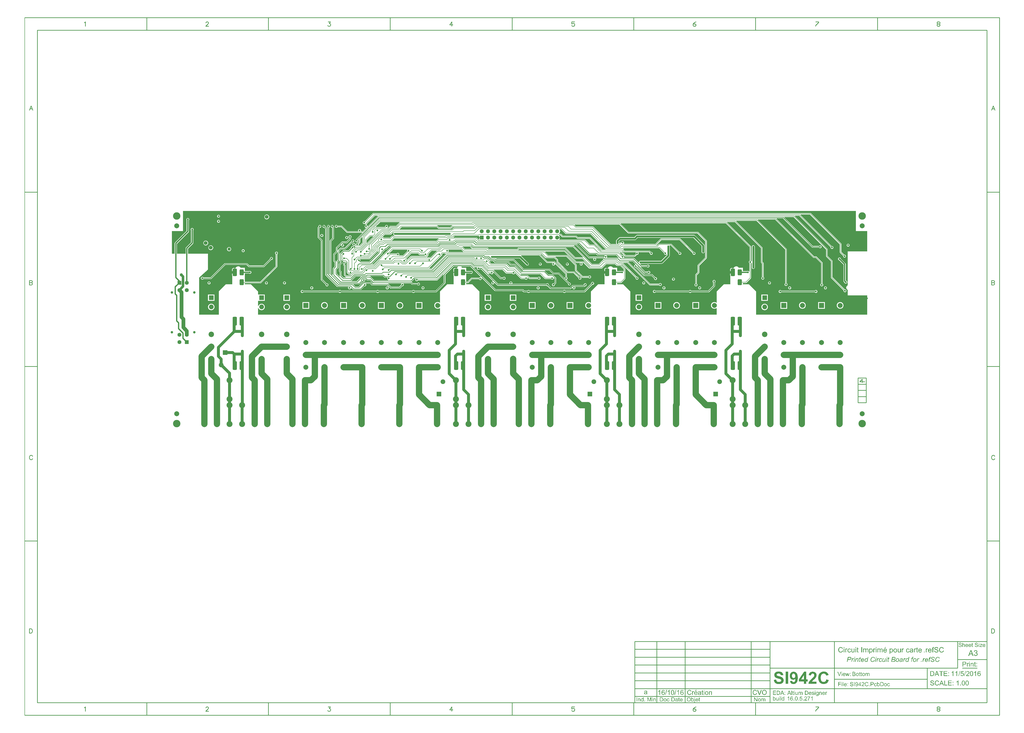
<source format=gbl>
G04 Layer_Physical_Order=4*
G04 Layer_Color=16711680*
%FSLAX25Y25*%
%MOIN*%
G70*
G01*
G75*
%ADD10C,0.03937*%
%ADD36C,0.00800*%
%ADD37C,0.02000*%
%ADD40C,0.03000*%
%ADD41C,0.01200*%
%ADD42C,0.04000*%
%ADD43C,0.01000*%
%ADD45C,0.04500*%
%ADD46C,0.10000*%
%ADD48C,0.06000*%
%ADD53C,0.00500*%
%ADD54R,0.07500X0.07500*%
%ADD55C,0.07500*%
%ADD56C,0.06299*%
%ADD57R,0.06299X0.06299*%
%ADD58C,0.09500*%
%ADD59R,0.07874X0.07874*%
%ADD60C,0.07874*%
%ADD61C,0.08661*%
%ADD62R,0.07480X0.07480*%
%ADD63C,0.07480*%
%ADD64C,0.11811*%
%ADD65C,0.07874*%
%ADD66C,0.02900*%
%ADD67C,0.05000*%
%ADD68C,0.06000*%
G04:AMPARAMS|DCode=69|XSize=94.49mil|YSize=66.54mil|CornerRadius=13.31mil|HoleSize=0mil|Usage=FLASHONLY|Rotation=90.000|XOffset=0mil|YOffset=0mil|HoleType=Round|Shape=RoundedRectangle|*
%AMROUNDEDRECTD69*
21,1,0.09449,0.03992,0,0,90.0*
21,1,0.06787,0.06654,0,0,90.0*
1,1,0.02661,0.01996,0.03394*
1,1,0.02661,0.01996,-0.03394*
1,1,0.02661,-0.01996,-0.03394*
1,1,0.02661,-0.01996,0.03394*
%
%ADD69ROUNDEDRECTD69*%
G04:AMPARAMS|DCode=70|XSize=118.11mil|YSize=66.54mil|CornerRadius=13.31mil|HoleSize=0mil|Usage=FLASHONLY|Rotation=90.000|XOffset=0mil|YOffset=0mil|HoleType=Round|Shape=RoundedRectangle|*
%AMROUNDEDRECTD70*
21,1,0.11811,0.03992,0,0,90.0*
21,1,0.09150,0.06654,0,0,90.0*
1,1,0.02661,0.01996,0.04575*
1,1,0.02661,0.01996,-0.04575*
1,1,0.02661,-0.01996,-0.04575*
1,1,0.02661,-0.01996,0.04575*
%
%ADD70ROUNDEDRECTD70*%
G04:AMPARAMS|DCode=71|XSize=137.8mil|YSize=66.54mil|CornerRadius=13.31mil|HoleSize=0mil|Usage=FLASHONLY|Rotation=270.000|XOffset=0mil|YOffset=0mil|HoleType=Round|Shape=RoundedRectangle|*
%AMROUNDEDRECTD71*
21,1,0.13780,0.03992,0,0,270.0*
21,1,0.11118,0.06654,0,0,270.0*
1,1,0.02661,-0.01996,-0.05559*
1,1,0.02661,-0.01996,0.05559*
1,1,0.02661,0.01996,0.05559*
1,1,0.02661,0.01996,-0.05559*
%
%ADD71ROUNDEDRECTD71*%
G36*
X341893Y296189D02*
X341537Y296118D01*
X341144Y295856D01*
X336248Y290961D01*
X326750D01*
X326750Y290961D01*
X326287Y290868D01*
X325894Y290606D01*
X325894Y290606D01*
X322876Y287589D01*
X322566Y287634D01*
X322424Y288261D01*
X322613Y288387D01*
X323108Y289127D01*
X323281Y290000D01*
X323108Y290873D01*
X322613Y291613D01*
X321873Y292108D01*
X321000Y292281D01*
X320127Y292108D01*
X319387Y291613D01*
X318892Y290873D01*
X318719Y290000D01*
X318780Y289694D01*
X318357Y289211D01*
X304207D01*
X303977Y289765D01*
X311001Y296789D01*
X341834D01*
X341893Y296189D01*
D02*
G37*
G36*
X307023Y306235D02*
X291293Y290505D01*
X290642Y290702D01*
X290608Y290873D01*
X290113Y291613D01*
X289711Y291882D01*
Y293999D01*
X302502Y306789D01*
X306793D01*
X307023Y306235D01*
D02*
G37*
G36*
X425393Y291189D02*
X425037Y291119D01*
X424644Y290856D01*
X424644Y290856D01*
X422499Y288711D01*
X404501D01*
X402356Y290856D01*
X401963Y291119D01*
X401607Y291189D01*
X401666Y291789D01*
X425334D01*
X425393Y291189D01*
D02*
G37*
G36*
X460477Y288189D02*
X459999Y287711D01*
X428000D01*
X427537Y287618D01*
X427144Y287356D01*
X427144Y287356D01*
X424999Y285211D01*
X342207D01*
X341977Y285765D01*
X345002Y288789D01*
X400998D01*
X403144Y286644D01*
X403144Y286644D01*
X403537Y286382D01*
X404000Y286289D01*
X423000D01*
X423000Y286289D01*
X423463Y286382D01*
X423856Y286644D01*
X426002Y288789D01*
X460229D01*
X460477Y288189D01*
D02*
G37*
G36*
X332411Y279689D02*
X332351Y279649D01*
X331845Y278892D01*
X331668Y278000D01*
X331845Y277108D01*
X332351Y276351D01*
X333107Y275845D01*
X333282Y275811D01*
X333223Y275211D01*
X330500D01*
X330500Y275211D01*
X330037Y275118D01*
X329644Y274856D01*
X329644Y274856D01*
X326499Y271711D01*
X317501D01*
X316356Y272856D01*
X315963Y273118D01*
X315500Y273211D01*
X315500Y273211D01*
X315259D01*
X315023Y273811D01*
X318002Y276789D01*
X327500D01*
X327500Y276789D01*
X327963Y276882D01*
X328356Y277144D01*
X331502Y280289D01*
X332229D01*
X332411Y279689D01*
D02*
G37*
G36*
X468350Y274474D02*
Y272687D01*
X472500D01*
Y271487D01*
X468350D01*
Y269210D01*
X467750Y268962D01*
X464856Y271856D01*
X464463Y272118D01*
X464000Y272211D01*
X464000Y272211D01*
X427707D01*
X427477Y272765D01*
X429501Y274789D01*
X467500D01*
X467500Y274789D01*
X467750Y274839D01*
X468350Y274474D01*
D02*
G37*
G36*
X403893Y270189D02*
X403537Y270118D01*
X403144Y269856D01*
X403144Y269856D01*
X399998Y266711D01*
X329707D01*
X329477Y267265D01*
X333001Y270789D01*
X403834D01*
X403893Y270189D01*
D02*
G37*
G36*
X299977Y273689D02*
X289765Y263477D01*
X289211Y263707D01*
Y267999D01*
X295501Y274289D01*
X299729D01*
X299977Y273689D01*
D02*
G37*
G36*
X282789Y272793D02*
Y264502D01*
X278499Y260211D01*
X276996D01*
X276644Y260811D01*
X276781Y261500D01*
X276687Y261975D01*
X278856Y264144D01*
X278856Y264144D01*
X279118Y264537D01*
X279211Y265000D01*
X279211Y265000D01*
Y269999D01*
X282235Y273023D01*
X282789Y272793D01*
D02*
G37*
G36*
X456523Y254765D02*
X456293Y254211D01*
X445502D01*
X442856Y256856D01*
X442463Y257119D01*
X442107Y257189D01*
X442166Y257789D01*
X453499D01*
X456523Y254765D01*
D02*
G37*
G36*
X605644Y278144D02*
X605644Y278144D01*
X606037Y277882D01*
X606500Y277789D01*
X645499D01*
X669477Y253811D01*
X669241Y253211D01*
X664501D01*
X645356Y272356D01*
X644963Y272619D01*
X644500Y272711D01*
X644500Y272711D01*
X625516D01*
X623371Y274856D01*
X622978Y275118D01*
X622515Y275211D01*
X622515Y275211D01*
X601502D01*
X598856Y277856D01*
X598463Y278118D01*
X598000Y278211D01*
X598000Y278211D01*
X595819D01*
X595626Y278779D01*
X595729Y278857D01*
X596455Y279803D01*
X596911Y280905D01*
X597067Y282087D01*
X596911Y283268D01*
X596455Y284370D01*
X596162Y284751D01*
X596428Y285289D01*
X598498D01*
X605644Y278144D01*
D02*
G37*
G36*
X600144Y273144D02*
X600537Y272882D01*
X601000Y272789D01*
X601000Y272789D01*
X622013D01*
X624159Y270644D01*
X624159Y270644D01*
X624551Y270381D01*
X625015Y270289D01*
X643998D01*
X662977Y251311D01*
X662741Y250711D01*
X662002D01*
X651856Y260856D01*
X651463Y261119D01*
X651000Y261211D01*
X651000Y261211D01*
X644501D01*
X637356Y268356D01*
X636963Y268618D01*
X636500Y268711D01*
X636500Y268711D01*
X595847D01*
X595600Y269311D01*
X596125Y269994D01*
X596543Y271003D01*
X596606Y271487D01*
X592500D01*
Y272687D01*
X596606D01*
X596543Y273170D01*
X596125Y274179D01*
X595460Y275046D01*
X595273Y275189D01*
X595477Y275789D01*
X597499D01*
X600144Y273144D01*
D02*
G37*
G36*
X442977Y249811D02*
X442741Y249211D01*
X419717D01*
X419396Y249811D01*
X419608Y250127D01*
X419781Y251000D01*
X419608Y251873D01*
X419396Y252189D01*
X419717Y252789D01*
X439998D01*
X442977Y249811D01*
D02*
G37*
G36*
X762313Y247475D02*
X762219Y247000D01*
X762392Y246127D01*
X762887Y245387D01*
X763627Y244892D01*
X764500Y244719D01*
X765373Y244892D01*
X766068Y245357D01*
X766296Y245304D01*
X766668Y245137D01*
Y244466D01*
X757434Y235232D01*
X724700D01*
X723807Y235055D01*
X723051Y234549D01*
X722545Y233792D01*
X722368Y232900D01*
X722383Y232821D01*
X721831Y232526D01*
X714928Y239428D01*
X714502Y239713D01*
X714000Y239813D01*
X698785D01*
X698464Y240413D01*
X698608Y240627D01*
X698781Y241500D01*
X698608Y242373D01*
X698113Y243113D01*
X697373Y243608D01*
X696500Y243781D01*
X696025Y243687D01*
X691977Y247735D01*
X692207Y248289D01*
X693998D01*
X700144Y242144D01*
X700144Y242144D01*
X700537Y241881D01*
X701000Y241789D01*
X701000Y241789D01*
X715500D01*
X715500Y241789D01*
X715963Y241881D01*
X716356Y242144D01*
X719025Y244813D01*
X719500Y244719D01*
X720373Y244892D01*
X721113Y245387D01*
X721608Y246127D01*
X721781Y247000D01*
X721608Y247873D01*
X721396Y248189D01*
X721717Y248789D01*
X738498D01*
X739813Y247475D01*
X739719Y247000D01*
X739892Y246127D01*
X740387Y245387D01*
X741127Y244892D01*
X742000Y244719D01*
X742873Y244892D01*
X743613Y245387D01*
X744108Y246127D01*
X744281Y247000D01*
X744108Y247873D01*
X743613Y248613D01*
X742873Y249108D01*
X742000Y249281D01*
X741525Y249187D01*
X739856Y250856D01*
X739463Y251118D01*
X739000Y251211D01*
X739000Y251211D01*
X699502D01*
X697856Y252856D01*
X697556Y253056D01*
X697457Y253349D01*
X697446Y253734D01*
X699002Y255289D01*
X754498D01*
X762313Y247475D01*
D02*
G37*
G36*
X698144Y249144D02*
X698144Y249144D01*
X698537Y248882D01*
X699000Y248789D01*
X699000Y248789D01*
X717283D01*
X717604Y248189D01*
X717392Y247873D01*
X717219Y247000D01*
X717313Y246525D01*
X714998Y244211D01*
X701502D01*
X695523Y250189D01*
X695759Y250789D01*
X696498D01*
X698144Y249144D01*
D02*
G37*
G36*
X354104Y252189D02*
X353892Y251873D01*
X353719Y251000D01*
X353813Y250525D01*
X346999Y243711D01*
X341217D01*
X340896Y244311D01*
X341108Y244627D01*
X341281Y245500D01*
X341108Y246373D01*
X340613Y247113D01*
X339873Y247608D01*
X339000Y247781D01*
X338127Y247608D01*
X337387Y247113D01*
X337118Y246711D01*
X327000D01*
X326537Y246619D01*
X326144Y246356D01*
X326144Y246356D01*
X325795Y246007D01*
X325242Y246303D01*
X325281Y246500D01*
X325187Y246975D01*
X331001Y252789D01*
X353783D01*
X354104Y252189D01*
D02*
G37*
G36*
X373144Y244644D02*
X373144Y244644D01*
X373537Y244381D01*
X374000Y244289D01*
X381118D01*
X381387Y243887D01*
X382127Y243392D01*
X382538Y243311D01*
X382479Y242711D01*
X360000D01*
X360000Y242711D01*
X359537Y242618D01*
X359144Y242356D01*
X352233Y235445D01*
X351572Y235632D01*
X351529Y235816D01*
X352856Y237144D01*
X353118Y237537D01*
X353211Y238000D01*
X353211Y238000D01*
Y239498D01*
X360502Y246789D01*
X370999D01*
X373144Y244644D01*
D02*
G37*
G36*
X642572Y246072D02*
X642998Y245787D01*
X643500Y245687D01*
X654456D01*
X656072Y244072D01*
X656498Y243787D01*
X657000Y243687D01*
X667666D01*
X667840Y243236D01*
X667870Y243087D01*
X667392Y242373D01*
X667219Y241500D01*
X667222Y241483D01*
X666669Y241187D01*
X666428Y241428D01*
X666002Y241713D01*
X665500Y241813D01*
X643830D01*
X624056Y261587D01*
X624304Y262187D01*
X626456D01*
X642572Y246072D01*
D02*
G37*
G36*
X401023Y250735D02*
X390999Y240711D01*
X385207D01*
X384977Y241265D01*
X387356Y243644D01*
X387618Y244037D01*
X387711Y244500D01*
X387711Y244500D01*
Y245999D01*
X393002Y251289D01*
X400793D01*
X401023Y250735D01*
D02*
G37*
G36*
X458644Y257644D02*
X459037Y257382D01*
X459500Y257289D01*
X459500Y257289D01*
X617498D01*
X633582Y241206D01*
X633285Y240654D01*
X633000Y240711D01*
X633000Y240711D01*
X621501D01*
X606356Y255856D01*
X605963Y256118D01*
X605500Y256211D01*
X605500Y256211D01*
X531000D01*
X530537Y256118D01*
X530144Y255856D01*
X530144Y255856D01*
X528499Y254211D01*
X484001D01*
X482356Y255856D01*
X481963Y256118D01*
X481500Y256211D01*
X481500Y256211D01*
X458501D01*
X455023Y259689D01*
X455259Y260289D01*
X455999D01*
X458644Y257644D01*
D02*
G37*
G36*
X1067500Y282500D02*
X1085461D01*
Y250000D01*
X1054331D01*
Y196155D01*
X1054019Y196026D01*
X1053190Y195389D01*
X1052554Y194560D01*
X1052154Y193595D01*
X1052017Y192559D01*
X1052154Y191523D01*
X1052554Y190558D01*
X1053190Y189729D01*
X1054019Y189093D01*
X1054331Y188963D01*
Y180000D01*
X1085461D01*
Y149375D01*
X908746D01*
Y186181D01*
X897250Y197677D01*
X887750D01*
Y199892D01*
X892352D01*
X892352Y199892D01*
X892816Y199984D01*
X893208Y200246D01*
X900231Y207269D01*
X900231Y207269D01*
X900494Y207662D01*
X900586Y208125D01*
X900586Y208125D01*
Y231301D01*
X901013Y231587D01*
X901268Y231968D01*
X901868Y231786D01*
Y224500D01*
X902045Y223607D01*
X902551Y222851D01*
X903308Y222345D01*
X904200Y222168D01*
X905093Y222345D01*
X905849Y222851D01*
X906355Y223607D01*
X906532Y224500D01*
Y257800D01*
X906355Y258693D01*
X905849Y259449D01*
X905093Y259955D01*
X904200Y260132D01*
X903308Y259955D01*
X902551Y259449D01*
X902045Y258693D01*
X901868Y257800D01*
Y234614D01*
X901268Y234432D01*
X901013Y234813D01*
X900611Y235082D01*
Y257600D01*
X900611Y257600D01*
X900519Y258063D01*
X900256Y258456D01*
X862477Y296235D01*
X862707Y296789D01*
X874998D01*
X916289Y255499D01*
Y233125D01*
X916289Y233125D01*
X916381Y232662D01*
X916644Y232269D01*
X918164Y230749D01*
Y209382D01*
X917762Y209113D01*
X917267Y208373D01*
X917094Y207500D01*
X917267Y206627D01*
X917762Y205887D01*
X918502Y205392D01*
X919375Y205219D01*
X920248Y205392D01*
X920988Y205887D01*
X921483Y206627D01*
X921656Y207500D01*
X921483Y208373D01*
X920988Y209113D01*
X920586Y209382D01*
Y231250D01*
X920586Y231250D01*
X920494Y231713D01*
X920231Y232106D01*
X918711Y233627D01*
Y256000D01*
X918711Y256000D01*
X918618Y256463D01*
X918356Y256856D01*
X876977Y298235D01*
X877207Y298789D01*
X909499D01*
X955039Y253249D01*
Y199382D01*
X954637Y199113D01*
X954142Y198373D01*
X953969Y197500D01*
X954142Y196627D01*
X954637Y195887D01*
X955377Y195392D01*
X956250Y195219D01*
X957123Y195392D01*
X957863Y195887D01*
X958358Y196627D01*
X958531Y197500D01*
X958358Y198373D01*
X957863Y199113D01*
X957461Y199382D01*
Y253750D01*
X957461Y253750D01*
X957368Y254213D01*
X957106Y254606D01*
X957106Y254606D01*
X911477Y300235D01*
X911707Y300789D01*
X938880D01*
X999644Y240025D01*
X999644Y240025D01*
X1000037Y239763D01*
X1000500Y239670D01*
X1000500Y239670D01*
X1003617D01*
X1011914Y231374D01*
Y198757D01*
X1011512Y198488D01*
X1011017Y197748D01*
X1010844Y196875D01*
X1011017Y196002D01*
X1011512Y195262D01*
X1012252Y194767D01*
X1013125Y194594D01*
X1013998Y194767D01*
X1014738Y195262D01*
X1015233Y196002D01*
X1015406Y196875D01*
X1015233Y197748D01*
X1014738Y198488D01*
X1014336Y198757D01*
Y231875D01*
X1014336Y231875D01*
X1014244Y232338D01*
X1013981Y232731D01*
X1004975Y241737D01*
X1004582Y242000D01*
X1004119Y242092D01*
X1004119Y242092D01*
X1001001D01*
X940960Y302133D01*
X941190Y302687D01*
X951456D01*
X997572Y256572D01*
X997998Y256287D01*
X998500Y256187D01*
X1008686D01*
X1008887Y255887D01*
X1009627Y255392D01*
X1010500Y255219D01*
X1011373Y255392D01*
X1012113Y255887D01*
X1012608Y256627D01*
X1012781Y257500D01*
X1012608Y258373D01*
X1012113Y259113D01*
X1011373Y259608D01*
X1010500Y259781D01*
X1009627Y259608D01*
X1008887Y259113D01*
X1008686Y258813D01*
X999044D01*
X953621Y304235D01*
X953851Y304789D01*
X968499D01*
X1020039Y253249D01*
Y242500D01*
X1020039Y242500D01*
X1020131Y242037D01*
X1020394Y241644D01*
X1027539Y234499D01*
Y208750D01*
X1027539Y208750D01*
X1027631Y208287D01*
X1027894Y207894D01*
X1047813Y187975D01*
X1047719Y187500D01*
X1047892Y186627D01*
X1048387Y185887D01*
X1049127Y185392D01*
X1050000Y185219D01*
X1050873Y185392D01*
X1051613Y185887D01*
X1052108Y186627D01*
X1052281Y187500D01*
X1052108Y188373D01*
X1051613Y189113D01*
X1050873Y189608D01*
X1050000Y189781D01*
X1049525Y189687D01*
X1029961Y209251D01*
Y235000D01*
X1029869Y235463D01*
X1029606Y235856D01*
X1029606Y235856D01*
X1022461Y243002D01*
Y253750D01*
X1022461Y253750D01*
X1022369Y254213D01*
X1022106Y254606D01*
X1022106Y254606D01*
X970477Y306235D01*
X970707Y306789D01*
X977299D01*
X1027213Y256875D01*
X1027119Y256400D01*
X1027292Y255527D01*
X1027787Y254787D01*
X1028527Y254292D01*
X1029400Y254119D01*
X1030273Y254292D01*
X1031013Y254787D01*
X1031508Y255527D01*
X1031681Y256400D01*
X1031508Y257273D01*
X1031013Y258013D01*
X1030273Y258508D01*
X1029400Y258681D01*
X1028925Y258587D01*
X979277Y308235D01*
X979507Y308789D01*
X994499D01*
X1041789Y261498D01*
Y248875D01*
X1041789Y248875D01*
X1041881Y248412D01*
X1042144Y248019D01*
X1047129Y243034D01*
X1047035Y242559D01*
X1047208Y241686D01*
X1047703Y240946D01*
X1048443Y240451D01*
X1049316Y240278D01*
X1050189Y240451D01*
X1050929Y240946D01*
X1051423Y241686D01*
X1051597Y242559D01*
X1051423Y243432D01*
X1050929Y244172D01*
X1050189Y244667D01*
X1049316Y244840D01*
X1048841Y244746D01*
X1044211Y249376D01*
Y262000D01*
X1044211Y262000D01*
X1044118Y262463D01*
X1043856Y262856D01*
X995856Y310856D01*
X995463Y311119D01*
X995000Y311211D01*
X995000Y311211D01*
X300000D01*
X300000Y311211D01*
X299537Y311119D01*
X299144Y310856D01*
X286386Y298099D01*
X286373Y298108D01*
X285500Y298281D01*
X284627Y298108D01*
X283887Y297613D01*
X283392Y296873D01*
X283219Y296000D01*
X283392Y295127D01*
X283887Y294387D01*
X284627Y293892D01*
X285500Y293719D01*
X286373Y293892D01*
X286689Y294104D01*
X287289Y293783D01*
Y291882D01*
X286887Y291613D01*
X286392Y290873D01*
X286219Y290000D01*
X286392Y289127D01*
X286887Y288387D01*
X287627Y287892D01*
X287798Y287858D01*
X287995Y287207D01*
X282998Y282211D01*
X280628D01*
X280275Y282811D01*
X280411Y283497D01*
X280238Y284370D01*
X279743Y285110D01*
X279003Y285605D01*
X278130Y285778D01*
X277257Y285605D01*
X276517Y285110D01*
X276022Y284370D01*
X275849Y283497D01*
X275985Y282811D01*
X275632Y282211D01*
X259001D01*
X250359Y290853D01*
X249966Y291116D01*
X249503Y291208D01*
X249503Y291208D01*
X243012D01*
X242743Y291610D01*
X242003Y292105D01*
X241130Y292279D01*
X240257Y292105D01*
X239517Y291610D01*
X239022Y290870D01*
X238849Y289997D01*
X239022Y289124D01*
X239517Y288384D01*
X240257Y287890D01*
X241130Y287716D01*
X242003Y287890D01*
X242743Y288384D01*
X243012Y288787D01*
X249001D01*
X257644Y280144D01*
X257644Y280144D01*
X258037Y279882D01*
X258500Y279789D01*
X282149D01*
X282379Y279235D01*
X272572Y269428D01*
X272287Y269002D01*
X272259Y268862D01*
X271887Y268613D01*
X271392Y267873D01*
X271219Y267000D01*
X271392Y266127D01*
X271887Y265387D01*
X272627Y264892D01*
X273500Y264719D01*
X274373Y264892D01*
X275113Y265387D01*
X275608Y266127D01*
X275781Y267000D01*
X275608Y267873D01*
X275256Y268400D01*
X276235Y269379D01*
X276789Y269149D01*
Y265501D01*
X274975Y263687D01*
X274500Y263781D01*
X273627Y263608D01*
X272887Y263113D01*
X272392Y262373D01*
X272219Y261500D01*
X272356Y260811D01*
X272315Y260741D01*
X271624Y260589D01*
X271187Y261025D01*
X271281Y261500D01*
X271108Y262373D01*
X270613Y263113D01*
X269873Y263608D01*
X269000Y263781D01*
X268127Y263608D01*
X267387Y263113D01*
X266892Y262373D01*
X266719Y261500D01*
X266892Y260627D01*
X267387Y259887D01*
X268127Y259392D01*
X269000Y259219D01*
X269475Y259313D01*
X270644Y258144D01*
X270644Y258144D01*
X271037Y257881D01*
X271294Y257830D01*
X271345Y257761D01*
X271487Y257315D01*
X271484Y257196D01*
X269796Y255508D01*
X269145Y255644D01*
X269118Y255679D01*
X269281Y256500D01*
X269108Y257373D01*
X268613Y258113D01*
X267873Y258608D01*
X267000Y258781D01*
X266127Y258608D01*
X265387Y258113D01*
X264892Y257373D01*
X264719Y256500D01*
X264789Y256146D01*
X260456Y251813D01*
X252500D01*
X251998Y251713D01*
X251572Y251428D01*
X247072Y246928D01*
X246913Y246690D01*
X246313Y246872D01*
Y250956D01*
X248544Y253187D01*
X255000D01*
X255502Y253287D01*
X255928Y253572D01*
X267146Y264789D01*
X267500Y264719D01*
X268373Y264892D01*
X269113Y265387D01*
X269608Y266127D01*
X269781Y267000D01*
X269608Y267873D01*
X269113Y268613D01*
X268373Y269108D01*
X267500Y269281D01*
X266627Y269108D01*
X265887Y268613D01*
X265392Y267873D01*
X265219Y267000D01*
X265289Y266646D01*
X254456Y255813D01*
X248000D01*
X247498Y255713D01*
X247072Y255428D01*
X244072Y252428D01*
X243913Y252190D01*
X243313Y252372D01*
Y255456D01*
X248332Y260476D01*
X248885Y260180D01*
X248849Y259997D01*
X249022Y259124D01*
X249517Y258384D01*
X250257Y257890D01*
X251130Y257716D01*
X252003Y257890D01*
X252743Y258384D01*
X253238Y259124D01*
X253411Y259997D01*
X253238Y260870D01*
X252743Y261610D01*
X252003Y262105D01*
X251130Y262279D01*
X250947Y262242D01*
X250682Y262737D01*
X251047Y263187D01*
X257500D01*
X258002Y263287D01*
X258428Y263572D01*
X263928Y269072D01*
X264213Y269498D01*
X264313Y270000D01*
Y271686D01*
X264613Y271887D01*
X265108Y272627D01*
X265281Y273500D01*
X265108Y274373D01*
X264613Y275113D01*
X263873Y275608D01*
X263000Y275781D01*
X262127Y275608D01*
X261387Y275113D01*
X260892Y274373D01*
X260719Y273500D01*
X260892Y272627D01*
X261387Y271887D01*
X261687Y271686D01*
Y270544D01*
X256956Y265813D01*
X250500D01*
X249998Y265713D01*
X249572Y265428D01*
X241072Y256928D01*
X240787Y256502D01*
X240687Y256000D01*
Y250544D01*
X236572Y246428D01*
X236287Y246002D01*
X236187Y245500D01*
Y235500D01*
X236287Y234998D01*
X236572Y234572D01*
X238687Y232456D01*
Y226544D01*
X236072Y223928D01*
X235787Y223502D01*
X235687Y223000D01*
Y213018D01*
X235087Y212769D01*
X233313Y214544D01*
Y266456D01*
X236928Y270072D01*
X237213Y270498D01*
X237313Y271000D01*
Y288500D01*
X237213Y289002D01*
X236928Y289428D01*
X236711Y289646D01*
X236781Y290000D01*
X236608Y290873D01*
X236113Y291613D01*
X235373Y292108D01*
X234500Y292281D01*
X233627Y292108D01*
X232887Y291613D01*
X232392Y290873D01*
X232219Y290000D01*
X232392Y289127D01*
X232887Y288387D01*
X233627Y287892D01*
X234500Y287719D01*
X234687Y287565D01*
Y271544D01*
X231072Y267928D01*
X230787Y267502D01*
X230687Y267000D01*
Y214289D01*
X230100Y213986D01*
X229813Y214205D01*
Y288186D01*
X230113Y288387D01*
X230608Y289127D01*
X230781Y290000D01*
X230608Y290873D01*
X230113Y291613D01*
X229373Y292108D01*
X228500Y292281D01*
X227627Y292108D01*
X226887Y291613D01*
X226392Y290873D01*
X226219Y290000D01*
X226392Y289127D01*
X226887Y288387D01*
X227187Y288186D01*
Y213789D01*
X226600Y213486D01*
X226313Y213705D01*
Y286500D01*
X226213Y287002D01*
X225928Y287428D01*
X223711Y289646D01*
X223781Y290000D01*
X223608Y290873D01*
X223113Y291613D01*
X222373Y292108D01*
X221500Y292281D01*
X220627Y292108D01*
X219887Y291613D01*
X219392Y290873D01*
X219219Y290000D01*
X219392Y289127D01*
X219887Y288387D01*
X220627Y287892D01*
X221500Y287719D01*
X221854Y287789D01*
X223687Y285956D01*
Y213000D01*
X223787Y212498D01*
X224072Y212072D01*
X242072Y194072D01*
X242498Y193787D01*
X243000Y193687D01*
X259849D01*
X260131Y193158D01*
X259992Y192950D01*
X259819Y192077D01*
X259992Y191204D01*
X260487Y190464D01*
X261227Y189970D01*
X262100Y189796D01*
X262973Y189970D01*
X263713Y190464D01*
X264208Y191204D01*
X264354Y191941D01*
X264917Y192227D01*
X267572Y189572D01*
X267998Y189287D01*
X268500Y189187D01*
X280098D01*
X280600Y189287D01*
X281026Y189572D01*
X286146Y194691D01*
X286500Y194621D01*
X287373Y194795D01*
X288113Y195289D01*
X288608Y196029D01*
X288781Y196902D01*
X288608Y197775D01*
X288399Y198087D01*
X288720Y198687D01*
X294956D01*
X297072Y196572D01*
X297498Y196287D01*
X298000Y196187D01*
X322456D01*
X327072Y191572D01*
X327498Y191287D01*
X328000Y191187D01*
X341698D01*
X342200Y191287D01*
X342626Y191572D01*
X345896Y194841D01*
X346250Y194771D01*
X347123Y194945D01*
X347863Y195439D01*
X348358Y196179D01*
X348531Y197052D01*
X348358Y197925D01*
X347915Y198587D01*
X348004Y198911D01*
X348162Y199187D01*
X359456D01*
X361270Y197374D01*
X361696Y197090D01*
X362198Y196990D01*
X370061D01*
X370262Y196689D01*
X371002Y196195D01*
X371875Y196021D01*
X372748Y196195D01*
X373488Y196689D01*
X373983Y197429D01*
X374156Y198302D01*
X373983Y199175D01*
X373488Y199915D01*
X372748Y200410D01*
X371875Y200583D01*
X371002Y200410D01*
X370262Y199915D01*
X370061Y199615D01*
X362742D01*
X360975Y201381D01*
X360928Y201504D01*
Y201996D01*
X360975Y202119D01*
X365544Y206687D01*
X366715D01*
X367036Y206087D01*
X366892Y205873D01*
X366719Y205000D01*
X366892Y204127D01*
X367387Y203387D01*
X368127Y202892D01*
X369000Y202719D01*
X369873Y202892D01*
X370613Y203387D01*
X370882Y203789D01*
X401000D01*
X401000Y203789D01*
X401463Y203882D01*
X401856Y204144D01*
X411110Y213398D01*
X411710Y213150D01*
Y200586D01*
X398966Y187842D01*
X365496D01*
X365363Y188040D01*
X364623Y188535D01*
X363750Y188708D01*
X362877Y188535D01*
X362137Y188040D01*
X362004Y187842D01*
X308621D01*
X308488Y188040D01*
X307748Y188535D01*
X306875Y188708D01*
X306002Y188535D01*
X305262Y188040D01*
X305129Y187842D01*
X248621D01*
X248488Y188040D01*
X247748Y188535D01*
X246875Y188708D01*
X246002Y188535D01*
X245262Y188040D01*
X245129Y187842D01*
X188621D01*
X188488Y188040D01*
X187748Y188535D01*
X186875Y188708D01*
X186002Y188535D01*
X185262Y188040D01*
X184767Y187300D01*
X184594Y186427D01*
X184767Y185554D01*
X185262Y184814D01*
X186002Y184320D01*
X186875Y184146D01*
X187748Y184320D01*
X188488Y184814D01*
X188621Y185013D01*
X245129D01*
X245262Y184814D01*
X246002Y184320D01*
X246875Y184146D01*
X247748Y184320D01*
X248488Y184814D01*
X248621Y185013D01*
X305129D01*
X305262Y184814D01*
X306002Y184320D01*
X306875Y184146D01*
X307748Y184320D01*
X308488Y184814D01*
X308621Y185013D01*
X362004D01*
X362137Y184814D01*
X362877Y184320D01*
X363750Y184146D01*
X364623Y184320D01*
X365363Y184814D01*
X365496Y185013D01*
X399552D01*
X400094Y185120D01*
X400552Y185427D01*
X414125Y199000D01*
X414432Y199459D01*
X414540Y200000D01*
Y213039D01*
X427586Y226085D01*
X434315D01*
X434519Y225485D01*
X433740Y224888D01*
X432951Y223860D01*
X432927Y223802D01*
X432318D01*
Y221624D01*
X432286Y221378D01*
Y216850D01*
X431718D01*
Y216250D01*
X427346D01*
Y212276D01*
X427527Y211366D01*
X427750Y211032D01*
Y197677D01*
X417250D01*
X406148Y186575D01*
Y168747D01*
X405548Y168451D01*
X404944Y168914D01*
X403651Y169450D01*
X402264Y169632D01*
X400876Y169450D01*
X399583Y168914D01*
X398473Y168062D01*
X397621Y166952D01*
X397086Y165659D01*
X396903Y164272D01*
X397086Y162884D01*
X397621Y161591D01*
X398473Y160481D01*
X399583Y159629D01*
X400876Y159093D01*
X402264Y158911D01*
X403651Y159093D01*
X404944Y159629D01*
X405548Y160092D01*
X406148Y159796D01*
Y149375D01*
X116791Y149375D01*
Y159907D01*
X117391Y160026D01*
X117754Y159151D01*
X118574Y158082D01*
X119643Y157262D01*
X120888Y156746D01*
X122224Y156570D01*
X123561Y156746D01*
X124805Y157262D01*
X125875Y158082D01*
X126695Y159151D01*
X127211Y160396D01*
X127387Y161732D01*
X127211Y163068D01*
X126695Y164313D01*
X125875Y165383D01*
X124805Y166203D01*
X123561Y166719D01*
X122224Y166894D01*
X120888Y166719D01*
X119643Y166203D01*
X118574Y165383D01*
X117754Y164313D01*
X117391Y163438D01*
X116791Y163558D01*
Y170908D01*
X117106Y171378D01*
X117391Y171378D01*
X127342D01*
Y181614D01*
X117391D01*
X117106Y181614D01*
X116791Y182084D01*
Y186181D01*
X105295Y197677D01*
X95795D01*
Y199414D01*
X120625D01*
X120625Y199414D01*
X121088Y199506D01*
X121481Y199769D01*
X146856Y225144D01*
X147118Y225537D01*
X147211Y226000D01*
X147211Y226000D01*
Y245618D01*
X147613Y245887D01*
X148108Y246627D01*
X148281Y247500D01*
X148108Y248373D01*
X147613Y249113D01*
X146873Y249608D01*
X146000Y249781D01*
X145127Y249608D01*
X144387Y249113D01*
X143892Y248373D01*
X143719Y247500D01*
X143892Y246627D01*
X144387Y245887D01*
X144789Y245618D01*
Y226501D01*
X120124Y201836D01*
X95795D01*
Y215028D01*
X102487D01*
X102877Y214767D01*
X103750Y214594D01*
X104623Y214767D01*
X105363Y215262D01*
X105858Y216002D01*
X106031Y216875D01*
X105858Y217748D01*
X105363Y218488D01*
X104623Y218983D01*
X103750Y219156D01*
X102877Y218983D01*
X102413Y218673D01*
X95795D01*
Y224177D01*
X89350D01*
X88805Y224888D01*
X87777Y225677D01*
X86580Y226173D01*
X85295Y226342D01*
X84011Y226173D01*
X82813Y225677D01*
X81785Y224888D01*
X80997Y223860D01*
X80972Y223802D01*
X80364D01*
Y221624D01*
X80331Y221378D01*
Y216850D01*
X79764D01*
Y216250D01*
X75391D01*
Y212276D01*
X75572Y211366D01*
X75795Y211032D01*
Y197677D01*
X65295D01*
X54193Y186575D01*
Y149375D01*
X23000D01*
Y208500D01*
X37000Y221000D01*
X37000Y246500D01*
X6250Y246500D01*
Y246500D01*
X5228D01*
Y254340D01*
X13289Y262400D01*
X13289Y262400D01*
X13684Y262992D01*
X13822Y263689D01*
Y283909D01*
X14024Y284211D01*
X14198Y285084D01*
X14024Y285957D01*
X13529Y286697D01*
X12789Y287191D01*
X11916Y287365D01*
X11043Y287191D01*
X10303Y286697D01*
X9809Y285957D01*
X9635Y285084D01*
X9809Y284211D01*
X10178Y283659D01*
Y264444D01*
X2117Y256383D01*
X1722Y255792D01*
X1583Y255095D01*
X1583Y255094D01*
Y246500D01*
X-12178D01*
Y262245D01*
X6289Y280711D01*
X6289Y280711D01*
X6684Y281303D01*
X6822Y282000D01*
X6822Y282000D01*
Y299700D01*
X7108Y300127D01*
X7281Y301000D01*
X7108Y301873D01*
X6613Y302613D01*
X5873Y303108D01*
X5000Y303281D01*
X4127Y303108D01*
X3387Y302613D01*
X2892Y301873D01*
X2719Y301000D01*
X2892Y300127D01*
X3178Y299700D01*
Y282755D01*
X-15289Y264289D01*
X-15684Y263697D01*
X-15822Y263000D01*
X-15822Y263000D01*
Y246500D01*
X-20461D01*
Y282500D01*
X-2500D01*
Y314418D01*
X1067500D01*
Y282500D01*
D02*
G37*
G36*
X690126Y240017D02*
X689744Y239551D01*
X689502Y239713D01*
X689000Y239813D01*
X671785D01*
X671464Y240413D01*
X671608Y240627D01*
X671781Y241500D01*
X671608Y242373D01*
X671130Y243087D01*
X671160Y243236D01*
X671334Y243687D01*
X686456D01*
X690126Y240017D01*
D02*
G37*
G36*
X307687Y250127D02*
Y248544D01*
X293456Y234313D01*
X280544D01*
X279211Y235646D01*
X279281Y236000D01*
X279108Y236873D01*
X278896Y237189D01*
X279217Y237789D01*
X294000D01*
X294000Y237789D01*
X294463Y237881D01*
X294856Y238144D01*
X307087Y250375D01*
X307687Y250127D01*
D02*
G37*
G36*
X243687Y249128D02*
Y237044D01*
X242072Y235428D01*
X241787Y235002D01*
X241687Y234500D01*
Y233872D01*
X241087Y233690D01*
X240928Y233928D01*
X238813Y236044D01*
Y244956D01*
X242928Y249072D01*
X243087Y249310D01*
X243687Y249128D01*
D02*
G37*
G36*
X642359Y239572D02*
X642785Y239287D01*
X643287Y239187D01*
X649715D01*
X650036Y238587D01*
X649892Y238373D01*
X649719Y237500D01*
X649892Y236627D01*
X650387Y235887D01*
X651127Y235392D01*
X652000Y235219D01*
X652873Y235392D01*
X653613Y235887D01*
X654108Y236627D01*
X654281Y237500D01*
X654108Y238373D01*
X653964Y238587D01*
X654285Y239187D01*
X664956D01*
X666101Y238043D01*
X665903Y237392D01*
X665787Y237368D01*
X665394Y237106D01*
X665394Y237106D01*
X658498Y230211D01*
X648001D01*
X619125Y259087D01*
X619373Y259687D01*
X622243D01*
X642359Y239572D01*
D02*
G37*
G36*
X327921Y257133D02*
X300499Y229711D01*
X298351D01*
X298121Y230265D01*
X314428Y246572D01*
X314713Y246998D01*
X314813Y247500D01*
Y248456D01*
X319544Y253187D01*
X320500D01*
X321002Y253287D01*
X321428Y253572D01*
X325544Y257687D01*
X327691D01*
X327921Y257133D01*
D02*
G37*
G36*
X575644Y232144D02*
X575644Y232144D01*
X576037Y231881D01*
X576500Y231789D01*
X584283D01*
X584604Y231189D01*
X584392Y230873D01*
X584219Y230000D01*
X584392Y229127D01*
X584887Y228387D01*
X585627Y227892D01*
X586500Y227719D01*
X587373Y227892D01*
X588113Y228387D01*
X588608Y229127D01*
X588725Y229715D01*
X589361Y229927D01*
X605289Y213999D01*
Y209382D01*
X604887Y209113D01*
X604439Y208443D01*
X604079Y208278D01*
X603831Y208203D01*
X596105Y215928D01*
X595680Y216213D01*
X595177Y216313D01*
X587044D01*
X581428Y221928D01*
X581002Y222213D01*
X580500Y222313D01*
X539544D01*
X524428Y237428D01*
X524002Y237713D01*
X523500Y237813D01*
X496044D01*
X495289Y238568D01*
X495537Y239168D01*
X532534D01*
X543351Y228351D01*
X544107Y227845D01*
X545000Y227668D01*
X545892Y227845D01*
X546649Y228351D01*
X547155Y229107D01*
X547332Y230000D01*
X547155Y230892D01*
X546649Y231649D01*
X535149Y243149D01*
X535089Y243189D01*
X535271Y243789D01*
X563999D01*
X575644Y232144D01*
D02*
G37*
G36*
X620144Y238644D02*
X620144Y238644D01*
X620537Y238382D01*
X621000Y238289D01*
X632499D01*
X644594Y226194D01*
X644399Y225540D01*
X644211Y225501D01*
X635856Y233856D01*
X635463Y234119D01*
X635000Y234211D01*
X635000Y234211D01*
X623001D01*
X605356Y251856D01*
X604963Y252118D01*
X604500Y252211D01*
X604500Y252211D01*
X530707D01*
X530477Y252765D01*
X531501Y253789D01*
X604998D01*
X620144Y238644D01*
D02*
G37*
G36*
X415023Y246235D02*
X391999Y223211D01*
X389207D01*
X388977Y223765D01*
X409356Y244144D01*
X409356Y244144D01*
X409619Y244537D01*
X409711Y245000D01*
Y246498D01*
X410002Y246789D01*
X414793D01*
X415023Y246235D01*
D02*
G37*
G36*
X494572Y235572D02*
X494998Y235287D01*
X495500Y235187D01*
X522956D01*
X538072Y220072D01*
X538310Y219913D01*
X538128Y219313D01*
X537044D01*
X526428Y229928D01*
X526002Y230213D01*
X525500Y230313D01*
X519544D01*
X515928Y233928D01*
X515502Y234213D01*
X515000Y234313D01*
X494544D01*
X492846Y236010D01*
X493071Y236589D01*
X493507Y236636D01*
X494572Y235572D01*
D02*
G37*
G36*
X485998Y234787D02*
X486500Y234687D01*
X490456D01*
X493072Y232072D01*
X493498Y231787D01*
X494000Y231687D01*
X514456D01*
X518072Y228072D01*
X518498Y227787D01*
X519000Y227687D01*
X524956D01*
X535546Y217097D01*
X535547Y216968D01*
X535424Y216449D01*
X535295Y216417D01*
X525856Y225856D01*
X525463Y226118D01*
X525000Y226211D01*
X525000Y226211D01*
X517001D01*
X512856Y230356D01*
X512463Y230619D01*
X512000Y230711D01*
X512000Y230711D01*
X487501D01*
X485211Y233001D01*
Y234615D01*
X485811Y234912D01*
X485998Y234787D01*
D02*
G37*
G36*
X470913Y209586D02*
X470618Y209033D01*
X470000Y209156D01*
X469127Y208983D01*
X468387Y208488D01*
X468118Y208086D01*
X456250D01*
X455787Y207994D01*
X455394Y207731D01*
X455394Y207731D01*
X449976Y202313D01*
X447750D01*
Y215028D01*
X454442D01*
X454832Y214767D01*
X455705Y214594D01*
X456578Y214767D01*
X457318Y215262D01*
X457812Y216002D01*
X457986Y216875D01*
X457812Y217748D01*
X457318Y218488D01*
X456578Y218983D01*
X455705Y219156D01*
X454832Y218983D01*
X454368Y218673D01*
X447750D01*
Y224177D01*
X441305D01*
X440760Y224888D01*
X439981Y225485D01*
X440185Y226085D01*
X454414D01*
X470913Y209586D01*
D02*
G37*
G36*
X257789Y231998D02*
Y217000D01*
X257789Y217000D01*
X257881Y216537D01*
X258144Y216144D01*
X261144Y213144D01*
X261537Y212881D01*
X262000Y212789D01*
X262000Y212789D01*
X264229D01*
X264477Y212189D01*
X263999Y211711D01*
X257502D01*
X255711Y213502D01*
Y228000D01*
X255619Y228463D01*
X255356Y228856D01*
X255356Y228856D01*
X254711Y229502D01*
Y230118D01*
X255113Y230387D01*
X255608Y231127D01*
X255781Y232000D01*
X255608Y232873D01*
X255911Y233498D01*
X256249Y233539D01*
X257789Y231998D01*
D02*
G37*
G36*
X246687Y235628D02*
Y231544D01*
X245572Y230428D01*
X245287Y230002D01*
X245187Y229500D01*
Y219000D01*
X245287Y218498D01*
X245572Y218072D01*
X246687Y216956D01*
Y211500D01*
X246787Y210998D01*
X246949Y210756D01*
X246483Y210374D01*
X241813Y215044D01*
Y221456D01*
X243928Y223572D01*
X244213Y223998D01*
X244313Y224500D01*
Y233956D01*
X245928Y235572D01*
X246087Y235810D01*
X246687Y235628D01*
D02*
G37*
G36*
X251927Y234361D02*
X251922Y233675D01*
X251878Y233600D01*
X251392Y232873D01*
X251219Y232000D01*
X251392Y231127D01*
X251887Y230387D01*
X252289Y230118D01*
Y229000D01*
X252289Y229000D01*
X252381Y228537D01*
X252644Y228144D01*
X253289Y227499D01*
Y213000D01*
X253289Y213000D01*
X253381Y212537D01*
X253644Y212144D01*
X256144Y209644D01*
X256144Y209644D01*
X256185Y208908D01*
X256121Y208813D01*
X252544D01*
X249313Y212044D01*
Y217500D01*
X249213Y218002D01*
X248928Y218428D01*
X247813Y219544D01*
Y228956D01*
X248928Y230072D01*
X249213Y230498D01*
X249313Y231000D01*
Y236127D01*
X249913Y236375D01*
X251927Y234361D01*
D02*
G37*
G36*
X621644Y232144D02*
X621644Y232144D01*
X622037Y231881D01*
X622500Y231789D01*
X628283D01*
X628604Y231189D01*
X628392Y230873D01*
X628219Y230000D01*
X628392Y229127D01*
X628887Y228387D01*
X629627Y227892D01*
X630500Y227719D01*
X631373Y227892D01*
X632113Y228387D01*
X632608Y229127D01*
X632781Y230000D01*
X632608Y230873D01*
X632396Y231189D01*
X632717Y231789D01*
X634499D01*
X643144Y223144D01*
X643144Y223144D01*
X643537Y222882D01*
X644000Y222789D01*
X663000D01*
X663000Y222789D01*
X663463Y222882D01*
X663856Y223144D01*
X670502Y229789D01*
X684499D01*
X686644Y227644D01*
X686644Y227644D01*
X687037Y227381D01*
X687500Y227289D01*
X692873D01*
X698164Y221999D01*
Y218301D01*
X697564Y218119D01*
X697318Y218488D01*
X696578Y218983D01*
X695705Y219156D01*
X694832Y218983D01*
X694368Y218673D01*
X687750D01*
Y224177D01*
X681305D01*
X680760Y224888D01*
X679732Y225677D01*
X678535Y226173D01*
X677250Y226342D01*
X675965Y226173D01*
X674768Y225677D01*
X673740Y224888D01*
X672951Y223860D01*
X672927Y223802D01*
X672319D01*
Y221624D01*
X672286Y221378D01*
Y216850D01*
X671719D01*
Y216250D01*
X667346D01*
Y212276D01*
X667527Y211366D01*
X667750Y211032D01*
Y197677D01*
X657250D01*
X646148Y186575D01*
Y168747D01*
X645548Y168451D01*
X644944Y168914D01*
X643651Y169450D01*
X642264Y169632D01*
X640876Y169450D01*
X639583Y168914D01*
X638473Y168062D01*
X637621Y166952D01*
X637086Y165659D01*
X636903Y164272D01*
X637086Y162884D01*
X637621Y161591D01*
X638473Y160481D01*
X639583Y159629D01*
X640876Y159093D01*
X642264Y158911D01*
X643651Y159093D01*
X644944Y159629D01*
X645548Y160092D01*
X646148Y159796D01*
Y149375D01*
X468746D01*
Y186181D01*
X457250Y197677D01*
X447750D01*
Y199892D01*
X450477D01*
X450477Y199892D01*
X450941Y199984D01*
X451333Y200246D01*
X456751Y205664D01*
X468118D01*
X468387Y205262D01*
X469127Y204767D01*
X470000Y204594D01*
X470873Y204767D01*
X471613Y205262D01*
X472108Y206002D01*
X472281Y206875D01*
X472158Y207493D01*
X472711Y207788D01*
X493000Y187500D01*
X493459Y187193D01*
X494000Y187085D01*
X537164D01*
X538823Y185427D01*
X539282Y185120D01*
X539823Y185013D01*
X545129D01*
X545262Y184814D01*
X546002Y184320D01*
X546875Y184146D01*
X547748Y184320D01*
X548488Y184814D01*
X548621Y185013D01*
X602004D01*
X602137Y184814D01*
X602877Y184320D01*
X603750Y184146D01*
X604623Y184320D01*
X605363Y184814D01*
X605496Y185013D01*
X635625D01*
X636166Y185120D01*
X636625Y185427D01*
X648368Y197170D01*
X648750Y197094D01*
X649623Y197267D01*
X650363Y197762D01*
X650858Y198502D01*
X651031Y199375D01*
X650858Y200248D01*
X650363Y200988D01*
X649623Y201483D01*
X648750Y201656D01*
X647877Y201483D01*
X647137Y200988D01*
X646642Y200248D01*
X646469Y199375D01*
X646486Y199289D01*
X635039Y187842D01*
X605496D01*
X605363Y188040D01*
X604623Y188535D01*
X603750Y188708D01*
X602877Y188535D01*
X602137Y188040D01*
X602004Y187842D01*
X548621D01*
X548488Y188040D01*
X547748Y188535D01*
X546875Y188708D01*
X546002Y188535D01*
X545262Y188040D01*
X545129Y187842D01*
X540409D01*
X538750Y189500D01*
X538291Y189807D01*
X537750Y189915D01*
X494586D01*
X460265Y224235D01*
X460495Y224789D01*
X464575D01*
X464895Y224189D01*
X464767Y223998D01*
X464594Y223125D01*
X464767Y222252D01*
X465262Y221512D01*
X466002Y221017D01*
X466875Y220844D01*
X467748Y221017D01*
X468488Y221512D01*
X468621Y221710D01*
X471414D01*
X490289Y202835D01*
X490000Y202281D01*
X489127Y202108D01*
X488387Y201613D01*
X487892Y200873D01*
X487719Y200000D01*
X487892Y199127D01*
X488387Y198387D01*
X489127Y197892D01*
X490000Y197719D01*
X490873Y197892D01*
X491613Y198387D01*
X492108Y199127D01*
X492281Y200000D01*
X492836Y200289D01*
X497073Y196052D01*
X497532Y195745D01*
X498073Y195638D01*
X575129D01*
X575262Y195439D01*
X576002Y194945D01*
X576875Y194771D01*
X577109Y194817D01*
X581500Y190427D01*
X581959Y190120D01*
X582500Y190013D01*
X613125D01*
X613666Y190120D01*
X614125Y190427D01*
X616158Y192460D01*
X616711Y192164D01*
X616694Y192077D01*
X616867Y191204D01*
X617362Y190464D01*
X618102Y189970D01*
X618975Y189796D01*
X619848Y189970D01*
X620588Y190464D01*
X621083Y191204D01*
X621256Y192077D01*
X621083Y192950D01*
X620941Y193163D01*
X621261Y193763D01*
X635000D01*
X635541Y193870D01*
X636000Y194177D01*
X636641Y194817D01*
X636875Y194771D01*
X637748Y194945D01*
X638488Y195439D01*
X638983Y196179D01*
X639156Y197052D01*
X638983Y197925D01*
X638488Y198665D01*
X637748Y199160D01*
X636875Y199333D01*
X636002Y199160D01*
X635262Y198665D01*
X634767Y197925D01*
X634594Y197052D01*
X634125Y196592D01*
X616875D01*
X616334Y196484D01*
X615875Y196177D01*
X612539Y192842D01*
X583086D01*
X579110Y196818D01*
X579156Y197052D01*
X578983Y197925D01*
X578488Y198665D01*
X577748Y199160D01*
X576875Y199333D01*
X576002Y199160D01*
X575262Y198665D01*
X575129Y198467D01*
X521053D01*
X520770Y198996D01*
X520858Y199127D01*
X521031Y200000D01*
X520858Y200873D01*
X520363Y201613D01*
X519623Y202108D01*
X518750Y202281D01*
X517877Y202108D01*
X517137Y201613D01*
X516642Y200873D01*
X516469Y200000D01*
X516642Y199127D01*
X516730Y198996D01*
X516447Y198467D01*
X498659D01*
X482918Y214208D01*
X482933Y214313D01*
X483185Y214789D01*
X486618D01*
X486887Y214387D01*
X487627Y213892D01*
X488500Y213719D01*
X489373Y213892D01*
X490113Y214387D01*
X490608Y215127D01*
X490781Y216000D01*
X490654Y216641D01*
X491207Y216937D01*
X501572Y206572D01*
X501998Y206287D01*
X502500Y206187D01*
X506186D01*
X506387Y205887D01*
X507127Y205392D01*
X508000Y205219D01*
X508873Y205392D01*
X509613Y205887D01*
X510108Y206627D01*
X510281Y207500D01*
X510108Y208373D01*
X509613Y209113D01*
X508873Y209608D01*
X508000Y209781D01*
X507127Y209608D01*
X506387Y209113D01*
X506186Y208813D01*
X503044D01*
X491667Y220189D01*
X491916Y220789D01*
X505499D01*
X511144Y215144D01*
X511144Y215144D01*
X511537Y214881D01*
X512000Y214789D01*
X521118D01*
X521387Y214387D01*
X522127Y213892D01*
X523000Y213719D01*
X523873Y213892D01*
X524613Y214387D01*
X525108Y215127D01*
X525142Y215298D01*
X525793Y215495D01*
X534644Y206644D01*
X534644Y206644D01*
X535037Y206382D01*
X535500Y206289D01*
X541118D01*
X541387Y205887D01*
X542127Y205392D01*
X543000Y205219D01*
X543873Y205392D01*
X544613Y205887D01*
X545108Y206627D01*
X545281Y207500D01*
X545118Y208321D01*
X545145Y208356D01*
X545796Y208492D01*
X547644Y206644D01*
X547644Y206644D01*
X548037Y206382D01*
X548500Y206289D01*
X548500Y206289D01*
X561618D01*
X561887Y205887D01*
X562627Y205392D01*
X563500Y205219D01*
X564373Y205392D01*
X565113Y205887D01*
X565608Y206627D01*
X565781Y207500D01*
X565608Y208373D01*
X565113Y209113D01*
X564373Y209608D01*
X563500Y209781D01*
X562627Y209608D01*
X561887Y209113D01*
X561618Y208711D01*
X549002D01*
X545856Y211856D01*
X545463Y212119D01*
X545000Y212211D01*
X545000Y212211D01*
X535501D01*
X534418Y213294D01*
X534542Y213658D01*
X534715Y213846D01*
X535000Y213789D01*
X535000Y213789D01*
X565498D01*
X572644Y206644D01*
X572644Y206644D01*
X573037Y206382D01*
X573500Y206289D01*
X582618D01*
X582887Y205887D01*
X583627Y205392D01*
X584500Y205219D01*
X585373Y205392D01*
X586113Y205887D01*
X586608Y206627D01*
X586781Y207500D01*
X586778Y207517D01*
X587331Y207813D01*
X588187Y206956D01*
Y200757D01*
X586693Y199263D01*
X586339Y199333D01*
X585466Y199160D01*
X584726Y198665D01*
X584231Y197925D01*
X584057Y197052D01*
X584231Y196179D01*
X584726Y195439D01*
X585466Y194945D01*
X586339Y194771D01*
X587212Y194945D01*
X587952Y195439D01*
X588446Y196179D01*
X588620Y197052D01*
X588549Y197407D01*
X590428Y199285D01*
X590713Y199711D01*
X590813Y200214D01*
Y207500D01*
X590713Y208002D01*
X590428Y208428D01*
X586178Y212678D01*
X585752Y212963D01*
X585250Y213063D01*
X578794D01*
X572928Y218928D01*
X572690Y219087D01*
X572872Y219687D01*
X579956D01*
X585572Y214072D01*
X585998Y213787D01*
X586500Y213687D01*
X594633D01*
X609664Y198657D01*
X609594Y198302D01*
X609767Y197429D01*
X610262Y196689D01*
X611002Y196195D01*
X611875Y196021D01*
X612748Y196195D01*
X613488Y196689D01*
X613983Y197429D01*
X614156Y198302D01*
X613983Y199175D01*
X613488Y199915D01*
X612748Y200410D01*
X611875Y200583D01*
X611521Y200513D01*
X607203Y204831D01*
X607278Y205079D01*
X607443Y205439D01*
X608113Y205887D01*
X608608Y206627D01*
X608781Y207500D01*
X608608Y208373D01*
X608113Y209113D01*
X607711Y209382D01*
Y214500D01*
X607711Y214500D01*
X607619Y214963D01*
X607356Y215356D01*
X588856Y233856D01*
X588463Y234119D01*
X588000Y234211D01*
X588000Y234211D01*
X577001D01*
X565977Y245235D01*
X566207Y245789D01*
X567498D01*
X573394Y239894D01*
X573394Y239894D01*
X573787Y239632D01*
X574250Y239539D01*
X587748D01*
X591289Y235999D01*
Y233500D01*
X591289Y233500D01*
X591382Y233037D01*
X591644Y232644D01*
X608144Y216144D01*
X608144Y216144D01*
X608537Y215881D01*
X609000Y215789D01*
X618499D01*
X626313Y207975D01*
X626219Y207500D01*
X626392Y206627D01*
X626887Y205887D01*
X627627Y205392D01*
X628500Y205219D01*
X629373Y205392D01*
X630113Y205887D01*
X630608Y206627D01*
X630781Y207500D01*
X630608Y208373D01*
X630113Y209113D01*
X629373Y209608D01*
X628500Y209781D01*
X628025Y209687D01*
X619856Y217856D01*
X619463Y218119D01*
X619000Y218211D01*
X619000Y218211D01*
X609502D01*
X593711Y234001D01*
Y236500D01*
X593711Y236500D01*
X593618Y236963D01*
X593356Y237356D01*
X593356Y237356D01*
X589523Y241189D01*
X589771Y241789D01*
X606998D01*
X620789Y227998D01*
Y220000D01*
X620789Y220000D01*
X620882Y219537D01*
X621144Y219144D01*
X631644Y208644D01*
X631644Y208644D01*
X632037Y208382D01*
X632500Y208289D01*
X642118D01*
X642387Y207887D01*
X643127Y207392D01*
X644000Y207219D01*
X644873Y207392D01*
X645613Y207887D01*
X646108Y208627D01*
X646281Y209500D01*
X646108Y210373D01*
X645613Y211113D01*
X644873Y211608D01*
X644000Y211781D01*
X643127Y211608D01*
X642387Y211113D01*
X642118Y210711D01*
X633002D01*
X623211Y220501D01*
Y228500D01*
X623211Y228500D01*
X623118Y228963D01*
X622856Y229356D01*
X622856Y229356D01*
X608356Y243856D01*
X607963Y244118D01*
X607500Y244211D01*
X607500Y244211D01*
X578502D01*
X573477Y249235D01*
X573707Y249789D01*
X603999D01*
X621644Y232144D01*
D02*
G37*
G36*
X317572Y208822D02*
X317998Y208537D01*
X318500Y208437D01*
X322078D01*
X322386Y207942D01*
X322385Y207837D01*
X322219Y207000D01*
X322392Y206127D01*
X322887Y205387D01*
X323597Y204913D01*
X323604Y204868D01*
X323364Y204313D01*
X301544D01*
X295428Y210428D01*
X295190Y210587D01*
X295372Y211187D01*
X315206D01*
X317572Y208822D01*
D02*
G37*
G36*
X280277Y209633D02*
X273456Y202813D01*
X265517D01*
X265269Y203413D01*
X272044Y210187D01*
X280047D01*
X280277Y209633D01*
D02*
G37*
G36*
X289572Y204072D02*
X289998Y203787D01*
X290500Y203687D01*
X294956D01*
X299072Y199572D01*
X299310Y199413D01*
X299128Y198813D01*
X298544D01*
X296428Y200928D01*
X296002Y201213D01*
X295500Y201313D01*
X284000D01*
X283498Y201213D01*
X283072Y200928D01*
X276456Y194313D01*
X271544D01*
X268223Y197633D01*
X268453Y198187D01*
X278000D01*
X278502Y198287D01*
X278928Y198572D01*
X281928Y201572D01*
X282213Y201998D01*
X282313Y202500D01*
Y203364D01*
X282868Y203605D01*
X282913Y203597D01*
X283387Y202887D01*
X284127Y202392D01*
X285000Y202219D01*
X285873Y202392D01*
X286613Y202887D01*
X287108Y203627D01*
X287281Y204500D01*
X287151Y205155D01*
X287434Y205715D01*
X287532Y205818D01*
X287788Y205856D01*
X289572Y204072D01*
D02*
G37*
G36*
X898189Y257099D02*
Y235082D01*
X897787Y234813D01*
X897292Y234073D01*
X897119Y233200D01*
X897292Y232327D01*
X897787Y231587D01*
X898164Y231335D01*
Y218301D01*
X897564Y218119D01*
X897318Y218488D01*
X896578Y218983D01*
X895705Y219156D01*
X894832Y218983D01*
X894368Y218673D01*
X887750D01*
Y224177D01*
X881305D01*
X880760Y224888D01*
X879732Y225677D01*
X878535Y226173D01*
X877250Y226342D01*
X875965Y226173D01*
X874768Y225677D01*
X873740Y224888D01*
X872951Y223860D01*
X872927Y223802D01*
X872318D01*
Y221624D01*
X872286Y221378D01*
Y216850D01*
X871719D01*
Y216250D01*
X867346D01*
Y212276D01*
X867527Y211366D01*
X867750Y211032D01*
Y197677D01*
X857250D01*
X846148Y186575D01*
Y168747D01*
X845548Y168451D01*
X844944Y168914D01*
X843651Y169450D01*
X842264Y169632D01*
X840876Y169450D01*
X839583Y168914D01*
X838473Y168062D01*
X837621Y166952D01*
X837086Y165659D01*
X836903Y164272D01*
X837086Y162884D01*
X837621Y161591D01*
X838473Y160481D01*
X839583Y159629D01*
X840876Y159093D01*
X842264Y158911D01*
X843651Y159093D01*
X844944Y159629D01*
X845548Y160092D01*
X846148Y159796D01*
Y149375D01*
X708746Y149375D01*
Y186181D01*
X697250Y197677D01*
X687750D01*
Y199892D01*
X693602D01*
X693602Y199892D01*
X694066Y199984D01*
X694458Y200246D01*
X700231Y206019D01*
X700231Y206019D01*
X700493Y206412D01*
X700586Y206875D01*
Y222500D01*
X700493Y222963D01*
X700231Y223356D01*
X700231Y223356D01*
X694398Y229189D01*
X694634Y229789D01*
X695373D01*
X717188Y207975D01*
X717094Y207500D01*
X717267Y206627D01*
X717762Y205887D01*
X718502Y205392D01*
X719375Y205219D01*
X720248Y205392D01*
X720988Y205887D01*
X721483Y206627D01*
X721656Y207500D01*
X721483Y208373D01*
X720988Y209113D01*
X720248Y209608D01*
X719375Y209781D01*
X718900Y209687D01*
X697352Y231235D01*
X697582Y231789D01*
X703999D01*
X739144Y196644D01*
X739144Y196644D01*
X739537Y196381D01*
X740000Y196289D01*
X754368D01*
X754637Y195887D01*
X755377Y195392D01*
X756250Y195219D01*
X757123Y195392D01*
X757863Y195887D01*
X758358Y196627D01*
X758531Y197500D01*
X758358Y198373D01*
X757863Y199113D01*
X757123Y199608D01*
X756250Y199781D01*
X755377Y199608D01*
X754637Y199113D01*
X754368Y198711D01*
X740501D01*
X705625Y233587D01*
X705873Y234187D01*
X712456D01*
X716934Y229710D01*
X716678Y229117D01*
X716002Y228983D01*
X715262Y228488D01*
X714767Y227748D01*
X714594Y226875D01*
X714767Y226002D01*
X715262Y225262D01*
X716002Y224767D01*
X716875Y224594D01*
X717109Y224640D01*
X730250Y211500D01*
X730709Y211193D01*
X731250Y211085D01*
X742539D01*
X746515Y207109D01*
X746469Y206875D01*
X746642Y206002D01*
X747137Y205262D01*
X747877Y204767D01*
X748750Y204594D01*
X749623Y204767D01*
X750363Y205262D01*
X750858Y206002D01*
X751031Y206875D01*
X750858Y207748D01*
X750363Y208488D01*
X749623Y208983D01*
X748750Y209156D01*
X748516Y209110D01*
X744125Y213500D01*
X743666Y213807D01*
X743125Y213915D01*
X731836D01*
X719542Y226208D01*
X719550Y226246D01*
X720198Y226445D01*
X730697Y215947D01*
X731123Y215662D01*
X731625Y215562D01*
X736311D01*
X736512Y215262D01*
X737252Y214767D01*
X738125Y214594D01*
X738998Y214767D01*
X739738Y215262D01*
X740233Y216002D01*
X740406Y216875D01*
X740233Y217748D01*
X739738Y218488D01*
X738998Y218983D01*
X738125Y219156D01*
X737252Y218983D01*
X736512Y218488D01*
X736311Y218188D01*
X732169D01*
X725351Y225005D01*
X725606Y225524D01*
X725642Y225562D01*
X734986D01*
X735187Y225262D01*
X735927Y224767D01*
X736800Y224594D01*
X737673Y224767D01*
X738413Y225262D01*
X738908Y226002D01*
X739081Y226875D01*
X738908Y227748D01*
X738413Y228488D01*
X737673Y228983D01*
X736800Y229156D01*
X735927Y228983D01*
X735187Y228488D01*
X734986Y228188D01*
X726169D01*
X724326Y230030D01*
X724621Y230583D01*
X724700Y230568D01*
X758400D01*
X759293Y230745D01*
X760049Y231251D01*
X770649Y241851D01*
X771155Y242607D01*
X771332Y243500D01*
Y258000D01*
X771155Y258892D01*
X770956Y259189D01*
X771277Y259789D01*
X772999D01*
X785313Y247475D01*
X785219Y247000D01*
X785392Y246127D01*
X785887Y245387D01*
X786627Y244892D01*
X787500Y244719D01*
X788373Y244892D01*
X789113Y245387D01*
X789608Y246127D01*
X789781Y247000D01*
X789608Y247873D01*
X789113Y248613D01*
X788373Y249108D01*
X787500Y249281D01*
X787025Y249187D01*
X774356Y261856D01*
X773963Y262119D01*
X773500Y262211D01*
X773500Y262211D01*
X754500D01*
X754037Y262119D01*
X753644Y261856D01*
X753644Y261856D01*
X751499Y259711D01*
X750259D01*
X750023Y260311D01*
X758002Y268289D01*
X786999D01*
X807813Y247475D01*
X807719Y247000D01*
X807892Y246127D01*
X808387Y245387D01*
X809127Y244892D01*
X810000Y244719D01*
X810873Y244892D01*
X811613Y245387D01*
X812108Y246127D01*
X812281Y247000D01*
X812108Y247873D01*
X811613Y248613D01*
X810873Y249108D01*
X810000Y249281D01*
X809525Y249187D01*
X788356Y270356D01*
X787963Y270619D01*
X787500Y270711D01*
X787500Y270711D01*
X757500D01*
X757500Y270711D01*
X757037Y270619D01*
X756644Y270356D01*
X756644Y270356D01*
X748498Y262211D01*
X698717D01*
X698396Y262811D01*
X698608Y263127D01*
X698781Y264000D01*
X698608Y264873D01*
X698113Y265613D01*
X697373Y266108D01*
X696500Y266281D01*
X695627Y266108D01*
X694887Y265613D01*
X694618Y265211D01*
X693500D01*
X693500Y265211D01*
X693037Y265119D01*
X692644Y264856D01*
X692644Y264856D01*
X691432Y263644D01*
X690832Y263893D01*
Y266034D01*
X692966Y268168D01*
X716000D01*
X716892Y268345D01*
X717649Y268851D01*
X720466Y271668D01*
X809034D01*
X822168Y258534D01*
Y249500D01*
X822345Y248607D01*
X822851Y247851D01*
X823608Y247345D01*
X824500Y247168D01*
X825393Y247345D01*
X826149Y247851D01*
X826655Y248607D01*
X826832Y249500D01*
Y259500D01*
X826655Y260392D01*
X826149Y261149D01*
X811649Y275649D01*
X810892Y276155D01*
X810000Y276332D01*
X719500D01*
X718608Y276155D01*
X717851Y275649D01*
X715034Y272832D01*
X692000D01*
X691108Y272655D01*
X690351Y272149D01*
X686851Y268649D01*
X686345Y267893D01*
X686168Y267000D01*
Y263500D01*
X686345Y262608D01*
X686544Y262311D01*
X686223Y261711D01*
X677501D01*
X649856Y289356D01*
X649463Y289618D01*
X649000Y289711D01*
X649000Y289711D01*
X622502D01*
X619977Y292235D01*
X620207Y292789D01*
X691499D01*
X705144Y279144D01*
X705537Y278882D01*
X706000Y278789D01*
X706000Y278789D01*
X815499D01*
X827789Y266498D01*
Y240501D01*
X816144Y228856D01*
X815882Y228463D01*
X815789Y228000D01*
X815789Y228000D01*
Y217002D01*
X812269Y213481D01*
X812006Y213088D01*
X811914Y212625D01*
X811914Y212625D01*
Y198757D01*
X811512Y198488D01*
X811017Y197748D01*
X810844Y196875D01*
X811017Y196002D01*
X811512Y195262D01*
X812252Y194767D01*
X813125Y194594D01*
X813998Y194767D01*
X814738Y195262D01*
X815233Y196002D01*
X815406Y196875D01*
X815233Y197748D01*
X814738Y198488D01*
X814336Y198757D01*
Y212123D01*
X817856Y215644D01*
X817856Y215644D01*
X818118Y216037D01*
X818211Y216500D01*
X818211Y216500D01*
Y227499D01*
X829856Y239144D01*
X829856Y239144D01*
X830118Y239537D01*
X830211Y240000D01*
Y267000D01*
X830211Y267000D01*
X830118Y267463D01*
X829856Y267856D01*
X829856Y267856D01*
X816856Y280856D01*
X816463Y281118D01*
X816000Y281211D01*
X816000Y281211D01*
X706501D01*
X693477Y294235D01*
X693707Y294789D01*
X860499D01*
X898189Y257099D01*
D02*
G37*
G36*
X344496Y198911D02*
X344585Y198587D01*
X344142Y197925D01*
X343969Y197052D01*
X344039Y196698D01*
X341154Y193813D01*
X328544D01*
X323928Y198428D01*
X323690Y198587D01*
X323872Y199187D01*
X344338D01*
X344496Y198911D01*
D02*
G37*
G36*
X1263462Y-373636D02*
X1262671D01*
Y-372738D01*
X1263462D01*
Y-373636D01*
D02*
G37*
G36*
X1259187Y-372640D02*
X1259255D01*
X1259421Y-372660D01*
X1259616Y-372689D01*
X1259831Y-372728D01*
X1260046Y-372786D01*
X1260251Y-372865D01*
X1260260D01*
X1260270Y-372874D01*
X1260299Y-372884D01*
X1260339Y-372904D01*
X1260436Y-372962D01*
X1260563Y-373030D01*
X1260700Y-373128D01*
X1260836Y-373245D01*
X1260973Y-373382D01*
X1261090Y-373538D01*
X1261100Y-373557D01*
X1261139Y-373616D01*
X1261188Y-373714D01*
X1261236Y-373831D01*
X1261295Y-373977D01*
X1261354Y-374153D01*
X1261393Y-374338D01*
X1261412Y-374543D01*
X1260602Y-374602D01*
Y-374592D01*
Y-374573D01*
X1260592Y-374543D01*
X1260583Y-374504D01*
X1260563Y-374397D01*
X1260524Y-374260D01*
X1260466Y-374114D01*
X1260387Y-373967D01*
X1260280Y-373821D01*
X1260153Y-373694D01*
X1260134Y-373684D01*
X1260085Y-373645D01*
X1259997Y-373597D01*
X1259880Y-373538D01*
X1259724Y-373479D01*
X1259529Y-373431D01*
X1259304Y-373392D01*
X1259041Y-373382D01*
X1258914D01*
X1258855Y-373392D01*
X1258777D01*
X1258611Y-373421D01*
X1258426Y-373450D01*
X1258240Y-373499D01*
X1258064Y-373567D01*
X1257986Y-373616D01*
X1257918Y-373665D01*
X1257908Y-373675D01*
X1257869Y-373714D01*
X1257811Y-373772D01*
X1257752Y-373860D01*
X1257684Y-373958D01*
X1257635Y-374075D01*
X1257596Y-374202D01*
X1257576Y-374348D01*
Y-374368D01*
Y-374407D01*
X1257586Y-374475D01*
X1257606Y-374553D01*
X1257635Y-374641D01*
X1257684Y-374739D01*
X1257742Y-374826D01*
X1257821Y-374914D01*
X1257830Y-374924D01*
X1257879Y-374953D01*
X1257908Y-374973D01*
X1257947Y-375002D01*
X1258006Y-375022D01*
X1258074Y-375051D01*
X1258152Y-375090D01*
X1258240Y-375129D01*
X1258338Y-375158D01*
X1258455Y-375197D01*
X1258591Y-375246D01*
X1258738Y-375285D01*
X1258904Y-375324D01*
X1259089Y-375373D01*
X1259099D01*
X1259138Y-375383D01*
X1259187Y-375392D01*
X1259255Y-375412D01*
X1259343Y-375431D01*
X1259441Y-375461D01*
X1259655Y-375510D01*
X1259890Y-375578D01*
X1260124Y-375646D01*
X1260241Y-375675D01*
X1260339Y-375714D01*
X1260436Y-375753D01*
X1260514Y-375783D01*
X1260524D01*
X1260544Y-375793D01*
X1260563Y-375812D01*
X1260602Y-375832D01*
X1260700Y-375890D01*
X1260827Y-375958D01*
X1260963Y-376056D01*
X1261100Y-376173D01*
X1261227Y-376300D01*
X1261334Y-376437D01*
X1261344Y-376456D01*
X1261373Y-376505D01*
X1261422Y-376583D01*
X1261471Y-376700D01*
X1261520Y-376827D01*
X1261568Y-376983D01*
X1261598Y-377159D01*
X1261607Y-377344D01*
Y-377354D01*
Y-377364D01*
Y-377393D01*
Y-377432D01*
X1261588Y-377530D01*
X1261568Y-377657D01*
X1261539Y-377803D01*
X1261481Y-377969D01*
X1261412Y-378145D01*
X1261315Y-378311D01*
X1261305Y-378330D01*
X1261256Y-378389D01*
X1261197Y-378467D01*
X1261100Y-378564D01*
X1260983Y-378681D01*
X1260836Y-378799D01*
X1260661Y-378906D01*
X1260466Y-379013D01*
X1260456D01*
X1260436Y-379023D01*
X1260407Y-379033D01*
X1260368Y-379052D01*
X1260319Y-379072D01*
X1260260Y-379091D01*
X1260104Y-379131D01*
X1259929Y-379179D01*
X1259714Y-379218D01*
X1259490Y-379248D01*
X1259236Y-379257D01*
X1259089D01*
X1259021Y-379248D01*
X1258933D01*
X1258836Y-379238D01*
X1258728Y-379228D01*
X1258504Y-379199D01*
X1258260Y-379150D01*
X1258016Y-379091D01*
X1257782Y-379013D01*
X1257772D01*
X1257752Y-379004D01*
X1257723Y-378984D01*
X1257684Y-378965D01*
X1257576Y-378906D01*
X1257450Y-378818D01*
X1257293Y-378711D01*
X1257147Y-378584D01*
X1256991Y-378428D01*
X1256854Y-378252D01*
Y-378242D01*
X1256845Y-378233D01*
X1256825Y-378203D01*
X1256806Y-378164D01*
X1256776Y-378115D01*
X1256747Y-378057D01*
X1256688Y-377910D01*
X1256630Y-377745D01*
X1256571Y-377540D01*
X1256532Y-377325D01*
X1256513Y-377091D01*
X1257313Y-377022D01*
Y-377032D01*
Y-377042D01*
X1257323Y-377100D01*
X1257342Y-377188D01*
X1257362Y-377305D01*
X1257401Y-377432D01*
X1257440Y-377569D01*
X1257498Y-377696D01*
X1257567Y-377823D01*
X1257576Y-377832D01*
X1257606Y-377871D01*
X1257655Y-377930D01*
X1257733Y-377998D01*
X1257821Y-378076D01*
X1257928Y-378164D01*
X1258064Y-378242D01*
X1258211Y-378320D01*
X1258221D01*
X1258230Y-378330D01*
X1258289Y-378350D01*
X1258377Y-378379D01*
X1258504Y-378408D01*
X1258640Y-378447D01*
X1258816Y-378477D01*
X1259001Y-378496D01*
X1259197Y-378506D01*
X1259275D01*
X1259372Y-378496D01*
X1259480Y-378486D01*
X1259616Y-378477D01*
X1259753Y-378447D01*
X1259899Y-378418D01*
X1260046Y-378369D01*
X1260065Y-378359D01*
X1260104Y-378340D01*
X1260173Y-378311D01*
X1260251Y-378262D01*
X1260348Y-378203D01*
X1260436Y-378135D01*
X1260524Y-378057D01*
X1260602Y-377969D01*
X1260612Y-377959D01*
X1260631Y-377920D01*
X1260661Y-377871D01*
X1260700Y-377803D01*
X1260729Y-377725D01*
X1260758Y-377627D01*
X1260778Y-377530D01*
X1260787Y-377422D01*
Y-377413D01*
Y-377374D01*
X1260778Y-377315D01*
X1260768Y-377247D01*
X1260748Y-377159D01*
X1260709Y-377071D01*
X1260670Y-376983D01*
X1260612Y-376895D01*
X1260602Y-376886D01*
X1260583Y-376856D01*
X1260534Y-376817D01*
X1260475Y-376759D01*
X1260397Y-376700D01*
X1260299Y-376642D01*
X1260173Y-376573D01*
X1260036Y-376515D01*
X1260026Y-376505D01*
X1259987Y-376495D01*
X1259909Y-376476D01*
X1259860Y-376456D01*
X1259802Y-376437D01*
X1259724Y-376417D01*
X1259646Y-376398D01*
X1259548Y-376368D01*
X1259450Y-376339D01*
X1259333Y-376310D01*
X1259197Y-376281D01*
X1259050Y-376241D01*
X1258894Y-376203D01*
X1258884D01*
X1258855Y-376193D01*
X1258806Y-376183D01*
X1258748Y-376163D01*
X1258679Y-376144D01*
X1258601Y-376124D01*
X1258416Y-376076D01*
X1258211Y-376007D01*
X1258006Y-375939D01*
X1257821Y-375871D01*
X1257733Y-375841D01*
X1257664Y-375802D01*
X1257655D01*
X1257645Y-375793D01*
X1257586Y-375753D01*
X1257508Y-375705D01*
X1257411Y-375636D01*
X1257293Y-375549D01*
X1257186Y-375451D01*
X1257079Y-375334D01*
X1256981Y-375207D01*
X1256971Y-375187D01*
X1256942Y-375139D01*
X1256913Y-375070D01*
X1256874Y-374973D01*
X1256825Y-374856D01*
X1256796Y-374719D01*
X1256766Y-374563D01*
X1256757Y-374407D01*
Y-374397D01*
Y-374387D01*
Y-374358D01*
Y-374319D01*
X1256776Y-374231D01*
X1256796Y-374114D01*
X1256825Y-373967D01*
X1256874Y-373821D01*
X1256942Y-373655D01*
X1257030Y-373499D01*
Y-373489D01*
X1257040Y-373479D01*
X1257079Y-373431D01*
X1257147Y-373353D01*
X1257235Y-373255D01*
X1257342Y-373157D01*
X1257479Y-373050D01*
X1257645Y-372943D01*
X1257830Y-372855D01*
X1257840D01*
X1257850Y-372845D01*
X1257879Y-372835D01*
X1257928Y-372816D01*
X1257977Y-372806D01*
X1258035Y-372786D01*
X1258172Y-372738D01*
X1258348Y-372699D01*
X1258543Y-372669D01*
X1258767Y-372640D01*
X1259001Y-372630D01*
X1259119D01*
X1259187Y-372640D01*
D02*
G37*
G36*
X1233303D02*
X1233372D01*
X1233538Y-372660D01*
X1233733Y-372689D01*
X1233947Y-372728D01*
X1234162Y-372786D01*
X1234367Y-372865D01*
X1234377D01*
X1234387Y-372874D01*
X1234416Y-372884D01*
X1234455Y-372904D01*
X1234553Y-372962D01*
X1234680Y-373030D01*
X1234816Y-373128D01*
X1234953Y-373245D01*
X1235089Y-373382D01*
X1235207Y-373538D01*
X1235216Y-373557D01*
X1235255Y-373616D01*
X1235304Y-373714D01*
X1235353Y-373831D01*
X1235411Y-373977D01*
X1235470Y-374153D01*
X1235509Y-374338D01*
X1235529Y-374543D01*
X1234719Y-374602D01*
Y-374592D01*
Y-374573D01*
X1234709Y-374543D01*
X1234699Y-374504D01*
X1234680Y-374397D01*
X1234641Y-374260D01*
X1234582Y-374114D01*
X1234504Y-373967D01*
X1234396Y-373821D01*
X1234270Y-373694D01*
X1234250Y-373684D01*
X1234201Y-373645D01*
X1234114Y-373597D01*
X1233996Y-373538D01*
X1233840Y-373479D01*
X1233645Y-373431D01*
X1233420Y-373392D01*
X1233157Y-373382D01*
X1233030D01*
X1232971Y-373392D01*
X1232893D01*
X1232728Y-373421D01*
X1232542Y-373450D01*
X1232357Y-373499D01*
X1232181Y-373567D01*
X1232103Y-373616D01*
X1232035Y-373665D01*
X1232025Y-373675D01*
X1231986Y-373714D01*
X1231927Y-373772D01*
X1231869Y-373860D01*
X1231800Y-373958D01*
X1231752Y-374075D01*
X1231713Y-374202D01*
X1231693Y-374348D01*
Y-374368D01*
Y-374407D01*
X1231703Y-374475D01*
X1231722Y-374553D01*
X1231752Y-374641D01*
X1231800Y-374739D01*
X1231859Y-374826D01*
X1231937Y-374914D01*
X1231947Y-374924D01*
X1231995Y-374953D01*
X1232025Y-374973D01*
X1232064Y-375002D01*
X1232122Y-375022D01*
X1232191Y-375051D01*
X1232269Y-375090D01*
X1232357Y-375129D01*
X1232454Y-375158D01*
X1232571Y-375197D01*
X1232708Y-375246D01*
X1232854Y-375285D01*
X1233020Y-375324D01*
X1233206Y-375373D01*
X1233216D01*
X1233255Y-375383D01*
X1233303Y-375392D01*
X1233372Y-375412D01*
X1233459Y-375431D01*
X1233557Y-375461D01*
X1233772Y-375510D01*
X1234006Y-375578D01*
X1234240Y-375646D01*
X1234357Y-375675D01*
X1234455Y-375714D01*
X1234553Y-375753D01*
X1234631Y-375783D01*
X1234641D01*
X1234660Y-375793D01*
X1234680Y-375812D01*
X1234719Y-375832D01*
X1234816Y-375890D01*
X1234943Y-375958D01*
X1235080Y-376056D01*
X1235216Y-376173D01*
X1235343Y-376300D01*
X1235451Y-376437D01*
X1235460Y-376456D01*
X1235490Y-376505D01*
X1235538Y-376583D01*
X1235587Y-376700D01*
X1235636Y-376827D01*
X1235685Y-376983D01*
X1235714Y-377159D01*
X1235724Y-377344D01*
Y-377354D01*
Y-377364D01*
Y-377393D01*
Y-377432D01*
X1235704Y-377530D01*
X1235685Y-377657D01*
X1235655Y-377803D01*
X1235597Y-377969D01*
X1235529Y-378145D01*
X1235431Y-378311D01*
X1235421Y-378330D01*
X1235373Y-378389D01*
X1235314Y-378467D01*
X1235216Y-378564D01*
X1235099Y-378681D01*
X1234953Y-378799D01*
X1234777Y-378906D01*
X1234582Y-379013D01*
X1234572D01*
X1234553Y-379023D01*
X1234523Y-379033D01*
X1234484Y-379052D01*
X1234435Y-379072D01*
X1234377Y-379091D01*
X1234221Y-379131D01*
X1234045Y-379179D01*
X1233830Y-379218D01*
X1233606Y-379248D01*
X1233352Y-379257D01*
X1233206D01*
X1233137Y-379248D01*
X1233050D01*
X1232952Y-379238D01*
X1232845Y-379228D01*
X1232620Y-379199D01*
X1232376Y-379150D01*
X1232132Y-379091D01*
X1231898Y-379013D01*
X1231888D01*
X1231869Y-379004D01*
X1231839Y-378984D01*
X1231800Y-378965D01*
X1231693Y-378906D01*
X1231566Y-378818D01*
X1231410Y-378711D01*
X1231264Y-378584D01*
X1231107Y-378428D01*
X1230971Y-378252D01*
Y-378242D01*
X1230961Y-378233D01*
X1230941Y-378203D01*
X1230922Y-378164D01*
X1230893Y-378115D01*
X1230863Y-378057D01*
X1230805Y-377910D01*
X1230746Y-377745D01*
X1230688Y-377540D01*
X1230649Y-377325D01*
X1230629Y-377091D01*
X1231429Y-377022D01*
Y-377032D01*
Y-377042D01*
X1231439Y-377100D01*
X1231459Y-377188D01*
X1231478Y-377305D01*
X1231517Y-377432D01*
X1231556Y-377569D01*
X1231615Y-377696D01*
X1231683Y-377823D01*
X1231693Y-377832D01*
X1231722Y-377871D01*
X1231771Y-377930D01*
X1231849Y-377998D01*
X1231937Y-378076D01*
X1232044Y-378164D01*
X1232181Y-378242D01*
X1232327Y-378320D01*
X1232337D01*
X1232347Y-378330D01*
X1232405Y-378350D01*
X1232493Y-378379D01*
X1232620Y-378408D01*
X1232757Y-378447D01*
X1232932Y-378477D01*
X1233118Y-378496D01*
X1233313Y-378506D01*
X1233391D01*
X1233489Y-378496D01*
X1233596Y-378486D01*
X1233733Y-378477D01*
X1233869Y-378447D01*
X1234016Y-378418D01*
X1234162Y-378369D01*
X1234182Y-378359D01*
X1234221Y-378340D01*
X1234289Y-378311D01*
X1234367Y-378262D01*
X1234465Y-378203D01*
X1234553Y-378135D01*
X1234641Y-378057D01*
X1234719Y-377969D01*
X1234728Y-377959D01*
X1234748Y-377920D01*
X1234777Y-377871D01*
X1234816Y-377803D01*
X1234845Y-377725D01*
X1234875Y-377627D01*
X1234894Y-377530D01*
X1234904Y-377422D01*
Y-377413D01*
Y-377374D01*
X1234894Y-377315D01*
X1234884Y-377247D01*
X1234865Y-377159D01*
X1234826Y-377071D01*
X1234787Y-376983D01*
X1234728Y-376895D01*
X1234719Y-376886D01*
X1234699Y-376856D01*
X1234650Y-376817D01*
X1234592Y-376759D01*
X1234514Y-376700D01*
X1234416Y-376642D01*
X1234289Y-376573D01*
X1234153Y-376515D01*
X1234143Y-376505D01*
X1234104Y-376495D01*
X1234026Y-376476D01*
X1233977Y-376456D01*
X1233918Y-376437D01*
X1233840Y-376417D01*
X1233762Y-376398D01*
X1233665Y-376368D01*
X1233567Y-376339D01*
X1233450Y-376310D01*
X1233313Y-376281D01*
X1233167Y-376241D01*
X1233011Y-376203D01*
X1233001D01*
X1232971Y-376193D01*
X1232923Y-376183D01*
X1232864Y-376163D01*
X1232796Y-376144D01*
X1232718Y-376124D01*
X1232532Y-376076D01*
X1232327Y-376007D01*
X1232122Y-375939D01*
X1231937Y-375871D01*
X1231849Y-375841D01*
X1231781Y-375802D01*
X1231771D01*
X1231761Y-375793D01*
X1231703Y-375753D01*
X1231625Y-375705D01*
X1231527Y-375636D01*
X1231410Y-375549D01*
X1231303Y-375451D01*
X1231195Y-375334D01*
X1231098Y-375207D01*
X1231088Y-375187D01*
X1231059Y-375139D01*
X1231029Y-375070D01*
X1230990Y-374973D01*
X1230941Y-374856D01*
X1230912Y-374719D01*
X1230883Y-374563D01*
X1230873Y-374407D01*
Y-374397D01*
Y-374387D01*
Y-374358D01*
Y-374319D01*
X1230893Y-374231D01*
X1230912Y-374114D01*
X1230941Y-373967D01*
X1230990Y-373821D01*
X1231059Y-373655D01*
X1231146Y-373499D01*
Y-373489D01*
X1231156Y-373479D01*
X1231195Y-373431D01*
X1231264Y-373353D01*
X1231351Y-373255D01*
X1231459Y-373157D01*
X1231595Y-373050D01*
X1231761Y-372943D01*
X1231947Y-372855D01*
X1231956D01*
X1231966Y-372845D01*
X1231995Y-372835D01*
X1232044Y-372816D01*
X1232093Y-372806D01*
X1232152Y-372786D01*
X1232288Y-372738D01*
X1232464Y-372699D01*
X1232659Y-372669D01*
X1232884Y-372640D01*
X1233118Y-372630D01*
X1233235D01*
X1233303Y-372640D01*
D02*
G37*
G36*
X1268205Y-375022D02*
X1265687Y-377979D01*
X1265199Y-378525D01*
X1265248D01*
X1265287Y-378516D01*
X1265394Y-378506D01*
X1265521Y-378496D01*
X1265677D01*
X1265843Y-378486D01*
X1266195Y-378477D01*
X1268342D01*
Y-379150D01*
X1264233D01*
Y-378516D01*
X1267190Y-375109D01*
X1267102D01*
X1267014Y-375119D01*
X1266887D01*
X1266751Y-375129D01*
X1266605D01*
X1266448Y-375139D01*
X1264408D01*
Y-374504D01*
X1268205D01*
Y-375022D01*
D02*
G37*
G36*
X1263462Y-379150D02*
X1262671D01*
Y-374504D01*
X1263462D01*
Y-379150D01*
D02*
G37*
G36*
X1237568Y-375031D02*
X1237578Y-375022D01*
X1237598Y-375002D01*
X1237627Y-374973D01*
X1237666Y-374934D01*
X1237725Y-374885D01*
X1237783Y-374826D01*
X1237861Y-374778D01*
X1237949Y-374709D01*
X1238047Y-374651D01*
X1238144Y-374602D01*
X1238388Y-374495D01*
X1238515Y-374455D01*
X1238652Y-374426D01*
X1238798Y-374407D01*
X1238954Y-374397D01*
X1239042D01*
X1239140Y-374407D01*
X1239257Y-374426D01*
X1239394Y-374446D01*
X1239540Y-374485D01*
X1239696Y-374534D01*
X1239843Y-374602D01*
X1239862Y-374612D01*
X1239901Y-374641D01*
X1239969Y-374690D01*
X1240057Y-374748D01*
X1240145Y-374826D01*
X1240233Y-374924D01*
X1240321Y-375041D01*
X1240389Y-375168D01*
X1240399Y-375187D01*
X1240418Y-375236D01*
X1240438Y-375314D01*
X1240477Y-375431D01*
X1240506Y-375578D01*
X1240526Y-375763D01*
X1240545Y-375968D01*
X1240555Y-376212D01*
Y-379150D01*
X1239764D01*
Y-376203D01*
Y-376193D01*
Y-376173D01*
Y-376144D01*
Y-376105D01*
X1239755Y-376007D01*
X1239735Y-375871D01*
X1239696Y-375734D01*
X1239657Y-375597D01*
X1239589Y-375461D01*
X1239501Y-375344D01*
X1239491Y-375334D01*
X1239452Y-375305D01*
X1239394Y-375256D01*
X1239316Y-375207D01*
X1239218Y-375158D01*
X1239091Y-375109D01*
X1238954Y-375080D01*
X1238789Y-375070D01*
X1238730D01*
X1238662Y-375080D01*
X1238574Y-375090D01*
X1238476Y-375119D01*
X1238359Y-375148D01*
X1238242Y-375197D01*
X1238125Y-375256D01*
X1238115Y-375266D01*
X1238076Y-375285D01*
X1238027Y-375334D01*
X1237959Y-375383D01*
X1237891Y-375461D01*
X1237813Y-375539D01*
X1237754Y-375646D01*
X1237695Y-375753D01*
X1237686Y-375763D01*
X1237676Y-375812D01*
X1237656Y-375880D01*
X1237637Y-375978D01*
X1237607Y-376105D01*
X1237588Y-376251D01*
X1237578Y-376417D01*
X1237568Y-376612D01*
Y-379150D01*
X1236778D01*
Y-372738D01*
X1237568D01*
Y-375031D01*
D02*
G37*
G36*
X1252638Y-374504D02*
X1253428D01*
Y-375119D01*
X1252638D01*
Y-377842D01*
Y-377852D01*
Y-377891D01*
Y-377950D01*
X1252648Y-378018D01*
X1252658Y-378164D01*
X1252667Y-378223D01*
X1252677Y-378272D01*
X1252687Y-378291D01*
X1252706Y-378330D01*
X1252745Y-378379D01*
X1252804Y-378428D01*
X1252823Y-378437D01*
X1252872Y-378447D01*
X1252960Y-378467D01*
X1253077Y-378477D01*
X1253175D01*
X1253224Y-378467D01*
X1253282D01*
X1253428Y-378447D01*
X1253536Y-379140D01*
X1253516D01*
X1253477Y-379150D01*
X1253419Y-379160D01*
X1253331Y-379170D01*
X1253243Y-379189D01*
X1253145Y-379199D01*
X1252940Y-379209D01*
X1252872D01*
X1252794Y-379199D01*
X1252697Y-379189D01*
X1252589Y-379179D01*
X1252472Y-379150D01*
X1252365Y-379121D01*
X1252267Y-379082D01*
X1252257Y-379072D01*
X1252228Y-379052D01*
X1252189Y-379023D01*
X1252140Y-378984D01*
X1252082Y-378935D01*
X1252033Y-378877D01*
X1251974Y-378808D01*
X1251935Y-378730D01*
Y-378721D01*
X1251925Y-378681D01*
X1251906Y-378623D01*
X1251896Y-378525D01*
X1251877Y-378398D01*
X1251867Y-378330D01*
X1251857Y-378242D01*
Y-378145D01*
X1251847Y-378037D01*
Y-377920D01*
Y-377793D01*
Y-375119D01*
X1251262D01*
Y-374504D01*
X1251847D01*
Y-373362D01*
X1252638Y-372884D01*
Y-374504D01*
D02*
G37*
G36*
X1271192Y-374407D02*
X1271270Y-374416D01*
X1271367Y-374426D01*
X1271465Y-374446D01*
X1271582Y-374475D01*
X1271816Y-374553D01*
X1271943Y-374602D01*
X1272070Y-374670D01*
X1272197Y-374739D01*
X1272324Y-374826D01*
X1272441Y-374924D01*
X1272558Y-375041D01*
X1272568Y-375051D01*
X1272587Y-375070D01*
X1272617Y-375109D01*
X1272656Y-375158D01*
X1272695Y-375226D01*
X1272744Y-375305D01*
X1272802Y-375392D01*
X1272861Y-375500D01*
X1272909Y-375627D01*
X1272968Y-375753D01*
X1273017Y-375900D01*
X1273066Y-376066D01*
X1273095Y-376232D01*
X1273124Y-376417D01*
X1273144Y-376612D01*
X1273153Y-376827D01*
Y-376837D01*
Y-376876D01*
Y-376944D01*
X1273144Y-377032D01*
X1269689D01*
Y-377042D01*
Y-377061D01*
X1269698Y-377110D01*
Y-377159D01*
X1269708Y-377227D01*
X1269718Y-377296D01*
X1269757Y-377471D01*
X1269816Y-377657D01*
X1269884Y-377852D01*
X1269991Y-378047D01*
X1270118Y-378213D01*
X1270138Y-378233D01*
X1270186Y-378272D01*
X1270274Y-378340D01*
X1270382Y-378408D01*
X1270528Y-378486D01*
X1270694Y-378555D01*
X1270879Y-378594D01*
X1271084Y-378613D01*
X1271162D01*
X1271241Y-378603D01*
X1271338Y-378584D01*
X1271455Y-378555D01*
X1271582Y-378516D01*
X1271709Y-378467D01*
X1271826Y-378389D01*
X1271836Y-378379D01*
X1271875Y-378340D01*
X1271933Y-378291D01*
X1272002Y-378203D01*
X1272080Y-378106D01*
X1272158Y-377979D01*
X1272236Y-377823D01*
X1272314Y-377647D01*
X1273124Y-377754D01*
Y-377764D01*
X1273114Y-377784D01*
X1273105Y-377823D01*
X1273085Y-377871D01*
X1273066Y-377930D01*
X1273036Y-377998D01*
X1272958Y-378164D01*
X1272861Y-378340D01*
X1272744Y-378525D01*
X1272587Y-378711D01*
X1272412Y-378867D01*
X1272402D01*
X1272392Y-378887D01*
X1272363Y-378906D01*
X1272314Y-378925D01*
X1272265Y-378955D01*
X1272207Y-378994D01*
X1272138Y-379023D01*
X1272051Y-379062D01*
X1271865Y-379131D01*
X1271631Y-379199D01*
X1271377Y-379238D01*
X1271084Y-379257D01*
X1270987D01*
X1270918Y-379248D01*
X1270831Y-379238D01*
X1270733Y-379228D01*
X1270626Y-379209D01*
X1270499Y-379179D01*
X1270245Y-379101D01*
X1270108Y-379052D01*
X1269981Y-378994D01*
X1269845Y-378925D01*
X1269718Y-378838D01*
X1269591Y-378740D01*
X1269474Y-378633D01*
X1269464Y-378623D01*
X1269445Y-378603D01*
X1269415Y-378564D01*
X1269386Y-378516D01*
X1269337Y-378457D01*
X1269289Y-378379D01*
X1269230Y-378281D01*
X1269181Y-378174D01*
X1269123Y-378057D01*
X1269064Y-377930D01*
X1269015Y-377784D01*
X1268976Y-377627D01*
X1268937Y-377462D01*
X1268908Y-377276D01*
X1268888Y-377081D01*
X1268879Y-376876D01*
Y-376866D01*
Y-376827D01*
Y-376759D01*
X1268888Y-376681D01*
X1268898Y-376583D01*
X1268908Y-376466D01*
X1268927Y-376339D01*
X1268957Y-376203D01*
X1269025Y-375910D01*
X1269074Y-375763D01*
X1269132Y-375607D01*
X1269201Y-375461D01*
X1269279Y-375314D01*
X1269367Y-375178D01*
X1269474Y-375051D01*
X1269484Y-375041D01*
X1269503Y-375022D01*
X1269532Y-374992D01*
X1269581Y-374943D01*
X1269640Y-374895D01*
X1269718Y-374846D01*
X1269796Y-374787D01*
X1269894Y-374719D01*
X1270001Y-374660D01*
X1270118Y-374602D01*
X1270245Y-374553D01*
X1270391Y-374495D01*
X1270538Y-374455D01*
X1270694Y-374426D01*
X1270860Y-374407D01*
X1271035Y-374397D01*
X1271123D01*
X1271192Y-374407D01*
D02*
G37*
G36*
X1248792D02*
X1248871Y-374416D01*
X1248968Y-374426D01*
X1249066Y-374446D01*
X1249183Y-374475D01*
X1249417Y-374553D01*
X1249544Y-374602D01*
X1249671Y-374670D01*
X1249798Y-374739D01*
X1249925Y-374826D01*
X1250042Y-374924D01*
X1250159Y-375041D01*
X1250169Y-375051D01*
X1250188Y-375070D01*
X1250217Y-375109D01*
X1250257Y-375158D01*
X1250296Y-375226D01*
X1250344Y-375305D01*
X1250403Y-375392D01*
X1250461Y-375500D01*
X1250510Y-375627D01*
X1250569Y-375753D01*
X1250618Y-375900D01*
X1250666Y-376066D01*
X1250696Y-376232D01*
X1250725Y-376417D01*
X1250745Y-376612D01*
X1250754Y-376827D01*
Y-376837D01*
Y-376876D01*
Y-376944D01*
X1250745Y-377032D01*
X1247289D01*
Y-377042D01*
Y-377061D01*
X1247299Y-377110D01*
Y-377159D01*
X1247309Y-377227D01*
X1247319Y-377296D01*
X1247358Y-377471D01*
X1247416Y-377657D01*
X1247485Y-377852D01*
X1247592Y-378047D01*
X1247719Y-378213D01*
X1247738Y-378233D01*
X1247787Y-378272D01*
X1247875Y-378340D01*
X1247982Y-378408D01*
X1248129Y-378486D01*
X1248295Y-378555D01*
X1248480Y-378594D01*
X1248685Y-378613D01*
X1248763D01*
X1248841Y-378603D01*
X1248939Y-378584D01*
X1249056Y-378555D01*
X1249183Y-378516D01*
X1249310Y-378467D01*
X1249427Y-378389D01*
X1249437Y-378379D01*
X1249476Y-378340D01*
X1249534Y-378291D01*
X1249603Y-378203D01*
X1249681Y-378106D01*
X1249759Y-377979D01*
X1249837Y-377823D01*
X1249915Y-377647D01*
X1250725Y-377754D01*
Y-377764D01*
X1250715Y-377784D01*
X1250706Y-377823D01*
X1250686Y-377871D01*
X1250666Y-377930D01*
X1250637Y-377998D01*
X1250559Y-378164D01*
X1250461Y-378340D01*
X1250344Y-378525D01*
X1250188Y-378711D01*
X1250012Y-378867D01*
X1250003D01*
X1249993Y-378887D01*
X1249964Y-378906D01*
X1249915Y-378925D01*
X1249866Y-378955D01*
X1249807Y-378994D01*
X1249739Y-379023D01*
X1249651Y-379062D01*
X1249466Y-379131D01*
X1249232Y-379199D01*
X1248978Y-379238D01*
X1248685Y-379257D01*
X1248588D01*
X1248519Y-379248D01*
X1248431Y-379238D01*
X1248334Y-379228D01*
X1248226Y-379209D01*
X1248100Y-379179D01*
X1247846Y-379101D01*
X1247709Y-379052D01*
X1247582Y-378994D01*
X1247446Y-378925D01*
X1247319Y-378838D01*
X1247192Y-378740D01*
X1247075Y-378633D01*
X1247065Y-378623D01*
X1247045Y-378603D01*
X1247016Y-378564D01*
X1246987Y-378516D01*
X1246938Y-378457D01*
X1246889Y-378379D01*
X1246831Y-378281D01*
X1246782Y-378174D01*
X1246723Y-378057D01*
X1246665Y-377930D01*
X1246616Y-377784D01*
X1246577Y-377627D01*
X1246538Y-377462D01*
X1246509Y-377276D01*
X1246489Y-377081D01*
X1246479Y-376876D01*
Y-376866D01*
Y-376827D01*
Y-376759D01*
X1246489Y-376681D01*
X1246499Y-376583D01*
X1246509Y-376466D01*
X1246528Y-376339D01*
X1246558Y-376203D01*
X1246626Y-375910D01*
X1246675Y-375763D01*
X1246733Y-375607D01*
X1246801Y-375461D01*
X1246879Y-375314D01*
X1246967Y-375178D01*
X1247075Y-375051D01*
X1247085Y-375041D01*
X1247104Y-375022D01*
X1247133Y-374992D01*
X1247182Y-374943D01*
X1247241Y-374895D01*
X1247319Y-374846D01*
X1247397Y-374787D01*
X1247494Y-374719D01*
X1247602Y-374660D01*
X1247719Y-374602D01*
X1247846Y-374553D01*
X1247992Y-374495D01*
X1248139Y-374455D01*
X1248295Y-374426D01*
X1248461Y-374407D01*
X1248636Y-374397D01*
X1248724D01*
X1248792Y-374407D01*
D02*
G37*
G36*
X1243815D02*
X1243893Y-374416D01*
X1243991Y-374426D01*
X1244088Y-374446D01*
X1244205Y-374475D01*
X1244440Y-374553D01*
X1244566Y-374602D01*
X1244693Y-374670D01*
X1244820Y-374739D01*
X1244947Y-374826D01*
X1245064Y-374924D01*
X1245181Y-375041D01*
X1245191Y-375051D01*
X1245211Y-375070D01*
X1245240Y-375109D01*
X1245279Y-375158D01*
X1245318Y-375226D01*
X1245367Y-375305D01*
X1245425Y-375392D01*
X1245484Y-375500D01*
X1245533Y-375627D01*
X1245591Y-375753D01*
X1245640Y-375900D01*
X1245689Y-376066D01*
X1245718Y-376232D01*
X1245747Y-376417D01*
X1245767Y-376612D01*
X1245777Y-376827D01*
Y-376837D01*
Y-376876D01*
Y-376944D01*
X1245767Y-377032D01*
X1242312D01*
Y-377042D01*
Y-377061D01*
X1242322Y-377110D01*
Y-377159D01*
X1242331Y-377227D01*
X1242341Y-377296D01*
X1242380Y-377471D01*
X1242439Y-377657D01*
X1242507Y-377852D01*
X1242614Y-378047D01*
X1242741Y-378213D01*
X1242761Y-378233D01*
X1242810Y-378272D01*
X1242898Y-378340D01*
X1243005Y-378408D01*
X1243151Y-378486D01*
X1243317Y-378555D01*
X1243503Y-378594D01*
X1243707Y-378613D01*
X1243786D01*
X1243864Y-378603D01*
X1243961Y-378584D01*
X1244078Y-378555D01*
X1244205Y-378516D01*
X1244332Y-378467D01*
X1244449Y-378389D01*
X1244459Y-378379D01*
X1244498Y-378340D01*
X1244557Y-378291D01*
X1244625Y-378203D01*
X1244703Y-378106D01*
X1244781Y-377979D01*
X1244859Y-377823D01*
X1244937Y-377647D01*
X1245747Y-377754D01*
Y-377764D01*
X1245738Y-377784D01*
X1245728Y-377823D01*
X1245708Y-377871D01*
X1245689Y-377930D01*
X1245660Y-377998D01*
X1245582Y-378164D01*
X1245484Y-378340D01*
X1245367Y-378525D01*
X1245211Y-378711D01*
X1245035Y-378867D01*
X1245025D01*
X1245015Y-378887D01*
X1244986Y-378906D01*
X1244937Y-378925D01*
X1244888Y-378955D01*
X1244830Y-378994D01*
X1244762Y-379023D01*
X1244674Y-379062D01*
X1244488Y-379131D01*
X1244254Y-379199D01*
X1244000Y-379238D01*
X1243707Y-379257D01*
X1243610D01*
X1243542Y-379248D01*
X1243454Y-379238D01*
X1243356Y-379228D01*
X1243249Y-379209D01*
X1243122Y-379179D01*
X1242868Y-379101D01*
X1242731Y-379052D01*
X1242605Y-378994D01*
X1242468Y-378925D01*
X1242341Y-378838D01*
X1242214Y-378740D01*
X1242097Y-378633D01*
X1242087Y-378623D01*
X1242068Y-378603D01*
X1242039Y-378564D01*
X1242009Y-378516D01*
X1241961Y-378457D01*
X1241912Y-378379D01*
X1241853Y-378281D01*
X1241804Y-378174D01*
X1241746Y-378057D01*
X1241687Y-377930D01*
X1241638Y-377784D01*
X1241599Y-377627D01*
X1241560Y-377462D01*
X1241531Y-377276D01*
X1241512Y-377081D01*
X1241502Y-376876D01*
Y-376866D01*
Y-376827D01*
Y-376759D01*
X1241512Y-376681D01*
X1241521Y-376583D01*
X1241531Y-376466D01*
X1241551Y-376339D01*
X1241580Y-376203D01*
X1241648Y-375910D01*
X1241697Y-375763D01*
X1241755Y-375607D01*
X1241824Y-375461D01*
X1241902Y-375314D01*
X1241990Y-375178D01*
X1242097Y-375051D01*
X1242107Y-375041D01*
X1242126Y-375022D01*
X1242156Y-374992D01*
X1242204Y-374943D01*
X1242263Y-374895D01*
X1242341Y-374846D01*
X1242419Y-374787D01*
X1242517Y-374719D01*
X1242624Y-374660D01*
X1242741Y-374602D01*
X1242868Y-374553D01*
X1243015Y-374495D01*
X1243161Y-374455D01*
X1243317Y-374426D01*
X1243483Y-374407D01*
X1243659Y-374397D01*
X1243747D01*
X1243815Y-374407D01*
D02*
G37*
G36*
X1191111Y-379436D02*
X1191251Y-379449D01*
X1191416Y-379474D01*
X1191593Y-379499D01*
X1191784Y-379537D01*
X1191631Y-380426D01*
X1191619D01*
X1191580Y-380413D01*
X1191517Y-380400D01*
X1191441Y-380387D01*
X1191339D01*
X1191238Y-380375D01*
X1191022Y-380362D01*
X1190946D01*
X1190870Y-380375D01*
X1190768Y-380387D01*
X1190667Y-380413D01*
X1190553Y-380451D01*
X1190451Y-380502D01*
X1190362Y-380565D01*
X1190349Y-380578D01*
X1190337Y-380603D01*
X1190299Y-380654D01*
X1190273Y-380730D01*
X1190235Y-380832D01*
X1190197Y-380971D01*
X1190185Y-381123D01*
X1190172Y-381314D01*
Y-381860D01*
X1191352D01*
Y-382659D01*
X1190185D01*
Y-387900D01*
X1189157D01*
Y-382659D01*
X1188256D01*
Y-381860D01*
X1189157D01*
Y-381225D01*
Y-381212D01*
Y-381200D01*
Y-381123D01*
X1189169Y-381022D01*
Y-380882D01*
X1189182Y-380743D01*
X1189207Y-380591D01*
X1189233Y-380451D01*
X1189271Y-380324D01*
X1189284Y-380311D01*
X1189296Y-380261D01*
X1189334Y-380185D01*
X1189385Y-380096D01*
X1189461Y-379981D01*
X1189550Y-379880D01*
X1189652Y-379778D01*
X1189779Y-379677D01*
X1189791Y-379664D01*
X1189855Y-379639D01*
X1189931Y-379601D01*
X1190058Y-379550D01*
X1190197Y-379499D01*
X1190388Y-379461D01*
X1190591Y-379436D01*
X1190832Y-379423D01*
X1190997D01*
X1191111Y-379436D01*
D02*
G37*
G36*
X1100088Y-380730D02*
X1099060D01*
Y-379563D01*
X1100088D01*
Y-380730D01*
D02*
G37*
G36*
X1067754D02*
X1066726D01*
Y-379563D01*
X1067754D01*
Y-380730D01*
D02*
G37*
G36*
X1048998D02*
X1047970D01*
Y-379563D01*
X1048998D01*
Y-380730D01*
D02*
G37*
G36*
X1113819Y-381111D02*
X1112968D01*
X1113730Y-379525D01*
X1115075D01*
X1113819Y-381111D01*
D02*
G37*
G36*
X1195400Y-379436D02*
X1195489D01*
X1195705Y-379461D01*
X1195959Y-379499D01*
X1196238Y-379550D01*
X1196517Y-379626D01*
X1196783Y-379728D01*
X1196796D01*
X1196809Y-379740D01*
X1196847Y-379753D01*
X1196898Y-379778D01*
X1197025Y-379854D01*
X1197189Y-379943D01*
X1197367Y-380070D01*
X1197545Y-380223D01*
X1197722Y-380400D01*
X1197875Y-380603D01*
X1197887Y-380629D01*
X1197938Y-380705D01*
X1198002Y-380832D01*
X1198065Y-380984D01*
X1198141Y-381174D01*
X1198217Y-381403D01*
X1198268Y-381644D01*
X1198293Y-381910D01*
X1197240Y-381986D01*
Y-381974D01*
Y-381948D01*
X1197227Y-381910D01*
X1197215Y-381860D01*
X1197189Y-381720D01*
X1197139Y-381542D01*
X1197062Y-381352D01*
X1196961Y-381162D01*
X1196821Y-380971D01*
X1196657Y-380806D01*
X1196631Y-380794D01*
X1196568Y-380743D01*
X1196453Y-380679D01*
X1196301Y-380603D01*
X1196098Y-380527D01*
X1195844Y-380464D01*
X1195552Y-380413D01*
X1195210Y-380400D01*
X1195045D01*
X1194969Y-380413D01*
X1194867D01*
X1194651Y-380451D01*
X1194410Y-380489D01*
X1194169Y-380553D01*
X1193941Y-380641D01*
X1193839Y-380705D01*
X1193750Y-380768D01*
X1193738Y-380781D01*
X1193687Y-380832D01*
X1193611Y-380908D01*
X1193535Y-381022D01*
X1193446Y-381149D01*
X1193382Y-381301D01*
X1193332Y-381466D01*
X1193306Y-381657D01*
Y-381682D01*
Y-381733D01*
X1193319Y-381821D01*
X1193344Y-381923D01*
X1193382Y-382037D01*
X1193446Y-382164D01*
X1193522Y-382278D01*
X1193624Y-382393D01*
X1193636Y-382405D01*
X1193700Y-382443D01*
X1193738Y-382469D01*
X1193789Y-382507D01*
X1193865Y-382532D01*
X1193954Y-382570D01*
X1194055Y-382621D01*
X1194169Y-382672D01*
X1194296Y-382710D01*
X1194448Y-382761D01*
X1194626Y-382824D01*
X1194816Y-382875D01*
X1195032Y-382926D01*
X1195273Y-382989D01*
X1195286D01*
X1195337Y-383002D01*
X1195400Y-383014D01*
X1195489Y-383040D01*
X1195603Y-383065D01*
X1195730Y-383103D01*
X1196009Y-383167D01*
X1196314Y-383256D01*
X1196618Y-383344D01*
X1196771Y-383382D01*
X1196898Y-383433D01*
X1197025Y-383484D01*
X1197126Y-383522D01*
X1197139D01*
X1197164Y-383535D01*
X1197189Y-383560D01*
X1197240Y-383585D01*
X1197367Y-383662D01*
X1197532Y-383750D01*
X1197710Y-383877D01*
X1197887Y-384030D01*
X1198052Y-384194D01*
X1198192Y-384372D01*
X1198205Y-384398D01*
X1198243Y-384461D01*
X1198306Y-384562D01*
X1198370Y-384715D01*
X1198433Y-384880D01*
X1198497Y-385083D01*
X1198535Y-385311D01*
X1198547Y-385552D01*
Y-385565D01*
Y-385578D01*
Y-385616D01*
Y-385667D01*
X1198522Y-385793D01*
X1198497Y-385958D01*
X1198458Y-386149D01*
X1198382Y-386365D01*
X1198293Y-386593D01*
X1198167Y-386809D01*
X1198154Y-386834D01*
X1198090Y-386910D01*
X1198014Y-387012D01*
X1197887Y-387139D01*
X1197735Y-387291D01*
X1197545Y-387443D01*
X1197316Y-387583D01*
X1197062Y-387722D01*
X1197050D01*
X1197025Y-387735D01*
X1196986Y-387748D01*
X1196936Y-387773D01*
X1196872Y-387799D01*
X1196796Y-387824D01*
X1196593Y-387875D01*
X1196365Y-387938D01*
X1196085Y-387989D01*
X1195794Y-388027D01*
X1195464Y-388040D01*
X1195273D01*
X1195184Y-388027D01*
X1195070D01*
X1194943Y-388014D01*
X1194804Y-388001D01*
X1194512Y-387964D01*
X1194195Y-387900D01*
X1193877Y-387824D01*
X1193573Y-387722D01*
X1193560D01*
X1193535Y-387710D01*
X1193497Y-387684D01*
X1193446Y-387659D01*
X1193306Y-387583D01*
X1193141Y-387469D01*
X1192938Y-387329D01*
X1192748Y-387164D01*
X1192545Y-386961D01*
X1192367Y-386733D01*
Y-386720D01*
X1192355Y-386707D01*
X1192329Y-386669D01*
X1192304Y-386618D01*
X1192266Y-386555D01*
X1192228Y-386479D01*
X1192152Y-386288D01*
X1192075Y-386073D01*
X1191999Y-385806D01*
X1191949Y-385527D01*
X1191923Y-385222D01*
X1192964Y-385134D01*
Y-385146D01*
Y-385159D01*
X1192976Y-385235D01*
X1193002Y-385349D01*
X1193027Y-385502D01*
X1193078Y-385667D01*
X1193129Y-385844D01*
X1193205Y-386009D01*
X1193294Y-386174D01*
X1193306Y-386187D01*
X1193344Y-386238D01*
X1193408Y-386314D01*
X1193509Y-386403D01*
X1193624Y-386504D01*
X1193763Y-386618D01*
X1193941Y-386720D01*
X1194131Y-386821D01*
X1194144D01*
X1194156Y-386834D01*
X1194233Y-386859D01*
X1194347Y-386897D01*
X1194512Y-386936D01*
X1194689Y-386986D01*
X1194918Y-387024D01*
X1195159Y-387050D01*
X1195413Y-387063D01*
X1195514D01*
X1195641Y-387050D01*
X1195781Y-387037D01*
X1195959Y-387024D01*
X1196136Y-386986D01*
X1196327Y-386948D01*
X1196517Y-386885D01*
X1196542Y-386872D01*
X1196593Y-386847D01*
X1196682Y-386809D01*
X1196783Y-386745D01*
X1196910Y-386669D01*
X1197025Y-386580D01*
X1197139Y-386479D01*
X1197240Y-386365D01*
X1197253Y-386352D01*
X1197278Y-386301D01*
X1197316Y-386238D01*
X1197367Y-386149D01*
X1197405Y-386047D01*
X1197443Y-385920D01*
X1197469Y-385793D01*
X1197481Y-385654D01*
Y-385641D01*
Y-385590D01*
X1197469Y-385514D01*
X1197456Y-385425D01*
X1197431Y-385311D01*
X1197380Y-385197D01*
X1197329Y-385083D01*
X1197253Y-384969D01*
X1197240Y-384956D01*
X1197215Y-384918D01*
X1197151Y-384867D01*
X1197075Y-384791D01*
X1196974Y-384715D01*
X1196847Y-384639D01*
X1196682Y-384550D01*
X1196504Y-384474D01*
X1196492Y-384461D01*
X1196441Y-384448D01*
X1196339Y-384423D01*
X1196276Y-384398D01*
X1196200Y-384372D01*
X1196098Y-384347D01*
X1195997Y-384321D01*
X1195870Y-384283D01*
X1195743Y-384245D01*
X1195590Y-384207D01*
X1195413Y-384169D01*
X1195222Y-384118D01*
X1195019Y-384068D01*
X1195007D01*
X1194969Y-384055D01*
X1194905Y-384042D01*
X1194829Y-384017D01*
X1194740Y-383992D01*
X1194639Y-383966D01*
X1194398Y-383903D01*
X1194131Y-383814D01*
X1193865Y-383725D01*
X1193624Y-383636D01*
X1193509Y-383598D01*
X1193421Y-383547D01*
X1193408D01*
X1193395Y-383535D01*
X1193319Y-383484D01*
X1193217Y-383420D01*
X1193091Y-383332D01*
X1192938Y-383217D01*
X1192799Y-383090D01*
X1192659Y-382938D01*
X1192532Y-382773D01*
X1192519Y-382748D01*
X1192482Y-382684D01*
X1192443Y-382596D01*
X1192393Y-382469D01*
X1192329Y-382316D01*
X1192291Y-382139D01*
X1192253Y-381936D01*
X1192240Y-381733D01*
Y-381720D01*
Y-381707D01*
Y-381669D01*
Y-381618D01*
X1192266Y-381504D01*
X1192291Y-381352D01*
X1192329Y-381162D01*
X1192393Y-380971D01*
X1192482Y-380755D01*
X1192596Y-380553D01*
Y-380540D01*
X1192608Y-380527D01*
X1192659Y-380464D01*
X1192748Y-380362D01*
X1192862Y-380235D01*
X1193002Y-380108D01*
X1193179Y-379969D01*
X1193395Y-379829D01*
X1193636Y-379715D01*
X1193649D01*
X1193662Y-379702D01*
X1193700Y-379690D01*
X1193763Y-379664D01*
X1193827Y-379651D01*
X1193903Y-379626D01*
X1194080Y-379563D01*
X1194309Y-379512D01*
X1194563Y-379474D01*
X1194855Y-379436D01*
X1195159Y-379423D01*
X1195311D01*
X1195400Y-379436D01*
D02*
G37*
G36*
X1203877D02*
X1203979Y-379449D01*
X1204105Y-379461D01*
X1204245Y-379474D01*
X1204397Y-379499D01*
X1204727Y-379575D01*
X1205083Y-379690D01*
X1205260Y-379766D01*
X1205438Y-379854D01*
X1205603Y-379956D01*
X1205768Y-380070D01*
X1205781Y-380083D01*
X1205806Y-380096D01*
X1205844Y-380134D01*
X1205908Y-380185D01*
X1205971Y-380248D01*
X1206060Y-380337D01*
X1206149Y-380426D01*
X1206237Y-380527D01*
X1206339Y-380654D01*
X1206428Y-380781D01*
X1206529Y-380933D01*
X1206631Y-381098D01*
X1206720Y-381263D01*
X1206808Y-381453D01*
X1206961Y-381860D01*
X1205869Y-382113D01*
Y-382101D01*
X1205857Y-382075D01*
X1205844Y-382025D01*
X1205819Y-381961D01*
X1205781Y-381885D01*
X1205742Y-381796D01*
X1205654Y-381606D01*
X1205540Y-381390D01*
X1205387Y-381162D01*
X1205222Y-380959D01*
X1205019Y-380781D01*
X1204994Y-380768D01*
X1204918Y-380717D01*
X1204803Y-380654D01*
X1204638Y-380565D01*
X1204448Y-380489D01*
X1204207Y-380426D01*
X1203940Y-380375D01*
X1203636Y-380362D01*
X1203547D01*
X1203484Y-380375D01*
X1203395D01*
X1203306Y-380387D01*
X1203078Y-380426D01*
X1202824Y-380476D01*
X1202557Y-380565D01*
X1202291Y-380679D01*
X1202037Y-380832D01*
X1202024D01*
X1202012Y-380857D01*
X1201935Y-380921D01*
X1201821Y-381022D01*
X1201682Y-381162D01*
X1201542Y-381339D01*
X1201390Y-381542D01*
X1201250Y-381796D01*
X1201136Y-382075D01*
Y-382088D01*
X1201123Y-382113D01*
X1201111Y-382151D01*
X1201098Y-382215D01*
X1201073Y-382278D01*
X1201060Y-382367D01*
X1201009Y-382570D01*
X1200958Y-382811D01*
X1200920Y-383078D01*
X1200895Y-383370D01*
X1200882Y-383674D01*
Y-383687D01*
Y-383725D01*
Y-383776D01*
Y-383852D01*
X1200895Y-383941D01*
Y-384055D01*
X1200908Y-384169D01*
X1200920Y-384296D01*
X1200958Y-384588D01*
X1201009Y-384905D01*
X1201085Y-385222D01*
X1201187Y-385527D01*
Y-385540D01*
X1201200Y-385565D01*
X1201225Y-385603D01*
X1201250Y-385654D01*
X1201314Y-385806D01*
X1201415Y-385971D01*
X1201555Y-386174D01*
X1201720Y-386365D01*
X1201910Y-386555D01*
X1202139Y-386720D01*
X1202151D01*
X1202164Y-386733D01*
X1202202Y-386758D01*
X1202253Y-386783D01*
X1202392Y-386834D01*
X1202570Y-386910D01*
X1202773Y-386974D01*
X1203014Y-387037D01*
X1203281Y-387088D01*
X1203560Y-387101D01*
X1203649D01*
X1203712Y-387088D01*
X1203788D01*
X1203890Y-387075D01*
X1204105Y-387037D01*
X1204347Y-386974D01*
X1204613Y-386872D01*
X1204867Y-386745D01*
X1205121Y-386567D01*
X1205133Y-386555D01*
X1205146Y-386542D01*
X1205222Y-386466D01*
X1205336Y-386339D01*
X1205476Y-386174D01*
X1205616Y-385946D01*
X1205768Y-385679D01*
X1205895Y-385349D01*
X1205996Y-384981D01*
X1207100Y-385261D01*
Y-385273D01*
X1207088Y-385324D01*
X1207062Y-385387D01*
X1207037Y-385489D01*
X1206986Y-385590D01*
X1206935Y-385730D01*
X1206885Y-385870D01*
X1206808Y-386022D01*
X1206643Y-386365D01*
X1206415Y-386707D01*
X1206161Y-387037D01*
X1206009Y-387189D01*
X1205844Y-387329D01*
X1205831Y-387342D01*
X1205806Y-387354D01*
X1205755Y-387392D01*
X1205679Y-387443D01*
X1205590Y-387494D01*
X1205489Y-387557D01*
X1205375Y-387621D01*
X1205235Y-387684D01*
X1205083Y-387748D01*
X1204918Y-387811D01*
X1204727Y-387875D01*
X1204537Y-387925D01*
X1204118Y-388014D01*
X1203890Y-388027D01*
X1203649Y-388040D01*
X1203522D01*
X1203420Y-388027D01*
X1203306D01*
X1203179Y-388014D01*
X1203027Y-387989D01*
X1202875Y-387976D01*
X1202519Y-387900D01*
X1202151Y-387811D01*
X1201796Y-387672D01*
X1201618Y-387595D01*
X1201453Y-387494D01*
X1201441Y-387481D01*
X1201415Y-387469D01*
X1201377Y-387431D01*
X1201314Y-387392D01*
X1201161Y-387265D01*
X1200984Y-387088D01*
X1200768Y-386872D01*
X1200565Y-386593D01*
X1200349Y-386276D01*
X1200172Y-385908D01*
Y-385895D01*
X1200159Y-385857D01*
X1200134Y-385806D01*
X1200108Y-385730D01*
X1200070Y-385629D01*
X1200032Y-385514D01*
X1199994Y-385387D01*
X1199956Y-385235D01*
X1199918Y-385083D01*
X1199880Y-384905D01*
X1199804Y-384524D01*
X1199753Y-384118D01*
X1199740Y-383674D01*
Y-383662D01*
Y-383611D01*
Y-383547D01*
X1199753Y-383458D01*
Y-383344D01*
X1199765Y-383205D01*
X1199778Y-383065D01*
X1199804Y-382900D01*
X1199867Y-382545D01*
X1199943Y-382164D01*
X1200070Y-381771D01*
X1200235Y-381403D01*
Y-381390D01*
X1200260Y-381365D01*
X1200286Y-381314D01*
X1200324Y-381238D01*
X1200375Y-381162D01*
X1200438Y-381073D01*
X1200603Y-380857D01*
X1200793Y-380616D01*
X1201035Y-380375D01*
X1201326Y-380134D01*
X1201644Y-379931D01*
X1201656D01*
X1201682Y-379905D01*
X1201733Y-379880D01*
X1201809Y-379854D01*
X1201885Y-379817D01*
X1201986Y-379766D01*
X1202113Y-379728D01*
X1202240Y-379677D01*
X1202380Y-379626D01*
X1202532Y-379588D01*
X1202875Y-379499D01*
X1203255Y-379449D01*
X1203661Y-379423D01*
X1203788D01*
X1203877Y-379436D01*
D02*
G37*
G36*
X1043516D02*
X1043618Y-379449D01*
X1043744Y-379461D01*
X1043884Y-379474D01*
X1044036Y-379499D01*
X1044366Y-379575D01*
X1044722Y-379690D01*
X1044899Y-379766D01*
X1045077Y-379854D01*
X1045242Y-379956D01*
X1045407Y-380070D01*
X1045420Y-380083D01*
X1045445Y-380096D01*
X1045483Y-380134D01*
X1045547Y-380185D01*
X1045610Y-380248D01*
X1045699Y-380337D01*
X1045788Y-380426D01*
X1045876Y-380527D01*
X1045978Y-380654D01*
X1046067Y-380781D01*
X1046168Y-380933D01*
X1046270Y-381098D01*
X1046359Y-381263D01*
X1046447Y-381453D01*
X1046600Y-381860D01*
X1045508Y-382113D01*
Y-382101D01*
X1045496Y-382075D01*
X1045483Y-382025D01*
X1045458Y-381961D01*
X1045420Y-381885D01*
X1045382Y-381796D01*
X1045293Y-381606D01*
X1045179Y-381390D01*
X1045026Y-381162D01*
X1044861Y-380959D01*
X1044658Y-380781D01*
X1044633Y-380768D01*
X1044557Y-380717D01*
X1044442Y-380654D01*
X1044277Y-380565D01*
X1044087Y-380489D01*
X1043846Y-380426D01*
X1043579Y-380375D01*
X1043275Y-380362D01*
X1043186D01*
X1043123Y-380375D01*
X1043034D01*
X1042945Y-380387D01*
X1042717Y-380426D01*
X1042463Y-380476D01*
X1042196Y-380565D01*
X1041930Y-380679D01*
X1041676Y-380832D01*
X1041663D01*
X1041651Y-380857D01*
X1041574Y-380921D01*
X1041460Y-381022D01*
X1041321Y-381162D01*
X1041181Y-381339D01*
X1041029Y-381542D01*
X1040889Y-381796D01*
X1040775Y-382075D01*
Y-382088D01*
X1040762Y-382113D01*
X1040750Y-382151D01*
X1040737Y-382215D01*
X1040712Y-382278D01*
X1040699Y-382367D01*
X1040648Y-382570D01*
X1040597Y-382811D01*
X1040559Y-383078D01*
X1040534Y-383370D01*
X1040521Y-383674D01*
Y-383687D01*
Y-383725D01*
Y-383776D01*
Y-383852D01*
X1040534Y-383941D01*
Y-384055D01*
X1040547Y-384169D01*
X1040559Y-384296D01*
X1040597Y-384588D01*
X1040648Y-384905D01*
X1040724Y-385222D01*
X1040826Y-385527D01*
Y-385540D01*
X1040839Y-385565D01*
X1040864Y-385603D01*
X1040889Y-385654D01*
X1040953Y-385806D01*
X1041054Y-385971D01*
X1041194Y-386174D01*
X1041359Y-386365D01*
X1041549Y-386555D01*
X1041778Y-386720D01*
X1041790D01*
X1041803Y-386733D01*
X1041841Y-386758D01*
X1041892Y-386783D01*
X1042031Y-386834D01*
X1042209Y-386910D01*
X1042412Y-386974D01*
X1042653Y-387037D01*
X1042920Y-387088D01*
X1043199Y-387101D01*
X1043288D01*
X1043351Y-387088D01*
X1043427D01*
X1043529Y-387075D01*
X1043744Y-387037D01*
X1043986Y-386974D01*
X1044252Y-386872D01*
X1044506Y-386745D01*
X1044760Y-386567D01*
X1044772Y-386555D01*
X1044785Y-386542D01*
X1044861Y-386466D01*
X1044975Y-386339D01*
X1045115Y-386174D01*
X1045255Y-385946D01*
X1045407Y-385679D01*
X1045534Y-385349D01*
X1045635Y-384981D01*
X1046739Y-385261D01*
Y-385273D01*
X1046727Y-385324D01*
X1046701Y-385387D01*
X1046676Y-385489D01*
X1046625Y-385590D01*
X1046574Y-385730D01*
X1046524Y-385870D01*
X1046447Y-386022D01*
X1046282Y-386365D01*
X1046054Y-386707D01*
X1045800Y-387037D01*
X1045648Y-387189D01*
X1045483Y-387329D01*
X1045470Y-387342D01*
X1045445Y-387354D01*
X1045394Y-387392D01*
X1045318Y-387443D01*
X1045229Y-387494D01*
X1045128Y-387557D01*
X1045014Y-387621D01*
X1044874Y-387684D01*
X1044722Y-387748D01*
X1044557Y-387811D01*
X1044366Y-387875D01*
X1044176Y-387925D01*
X1043757Y-388014D01*
X1043529Y-388027D01*
X1043288Y-388040D01*
X1043161D01*
X1043059Y-388027D01*
X1042945D01*
X1042818Y-388014D01*
X1042666Y-387989D01*
X1042514Y-387976D01*
X1042158Y-387900D01*
X1041790Y-387811D01*
X1041435Y-387672D01*
X1041257Y-387595D01*
X1041092Y-387494D01*
X1041080Y-387481D01*
X1041054Y-387469D01*
X1041016Y-387431D01*
X1040953Y-387392D01*
X1040800Y-387265D01*
X1040623Y-387088D01*
X1040407Y-386872D01*
X1040204Y-386593D01*
X1039988Y-386276D01*
X1039811Y-385908D01*
Y-385895D01*
X1039798Y-385857D01*
X1039773Y-385806D01*
X1039747Y-385730D01*
X1039709Y-385629D01*
X1039671Y-385514D01*
X1039633Y-385387D01*
X1039595Y-385235D01*
X1039557Y-385083D01*
X1039519Y-384905D01*
X1039443Y-384524D01*
X1039392Y-384118D01*
X1039379Y-383674D01*
Y-383662D01*
Y-383611D01*
Y-383547D01*
X1039392Y-383458D01*
Y-383344D01*
X1039404Y-383205D01*
X1039417Y-383065D01*
X1039443Y-382900D01*
X1039506Y-382545D01*
X1039582Y-382164D01*
X1039709Y-381771D01*
X1039874Y-381403D01*
Y-381390D01*
X1039899Y-381365D01*
X1039925Y-381314D01*
X1039963Y-381238D01*
X1040014Y-381162D01*
X1040077Y-381073D01*
X1040242Y-380857D01*
X1040432Y-380616D01*
X1040674Y-380375D01*
X1040965Y-380134D01*
X1041283Y-379931D01*
X1041295D01*
X1041321Y-379905D01*
X1041372Y-379880D01*
X1041448Y-379854D01*
X1041524Y-379817D01*
X1041625Y-379766D01*
X1041752Y-379728D01*
X1041879Y-379677D01*
X1042019Y-379626D01*
X1042171Y-379588D01*
X1042514Y-379499D01*
X1042894Y-379449D01*
X1043300Y-379423D01*
X1043427D01*
X1043516Y-379436D01*
D02*
G37*
G36*
X1123996Y-381745D02*
X1124174Y-381771D01*
X1124389Y-381821D01*
X1124618Y-381885D01*
X1124846Y-381986D01*
X1125075Y-382126D01*
X1125087D01*
X1125100Y-382139D01*
X1125176Y-382202D01*
X1125278Y-382291D01*
X1125417Y-382418D01*
X1125557Y-382570D01*
X1125709Y-382773D01*
X1125849Y-382989D01*
X1125976Y-383256D01*
Y-383268D01*
X1125988Y-383294D01*
X1126001Y-383332D01*
X1126026Y-383382D01*
X1126052Y-383446D01*
X1126077Y-383535D01*
X1126128Y-383725D01*
X1126179Y-383966D01*
X1126229Y-384233D01*
X1126268Y-384524D01*
X1126280Y-384842D01*
Y-384854D01*
Y-384880D01*
Y-384930D01*
Y-384994D01*
X1126268Y-385083D01*
Y-385172D01*
X1126242Y-385400D01*
X1126191Y-385654D01*
X1126141Y-385933D01*
X1126052Y-386225D01*
X1125938Y-386517D01*
Y-386529D01*
X1125925Y-386555D01*
X1125900Y-386593D01*
X1125874Y-386644D01*
X1125798Y-386771D01*
X1125696Y-386936D01*
X1125557Y-387113D01*
X1125392Y-387304D01*
X1125202Y-387481D01*
X1124973Y-387646D01*
X1124961D01*
X1124948Y-387659D01*
X1124910Y-387684D01*
X1124859Y-387710D01*
X1124732Y-387773D01*
X1124567Y-387837D01*
X1124364Y-387913D01*
X1124148Y-387976D01*
X1123895Y-388027D01*
X1123641Y-388040D01*
X1123552D01*
X1123463Y-388027D01*
X1123336Y-388014D01*
X1123197Y-387989D01*
X1123044Y-387951D01*
X1122879Y-387900D01*
X1122727Y-387837D01*
X1122714Y-387824D01*
X1122664Y-387799D01*
X1122587Y-387748D01*
X1122499Y-387684D01*
X1122384Y-387608D01*
X1122283Y-387519D01*
X1122169Y-387405D01*
X1122067Y-387291D01*
Y-390210D01*
X1121039D01*
Y-381860D01*
X1121978D01*
Y-382646D01*
X1121991Y-382621D01*
X1122029Y-382570D01*
X1122105Y-382494D01*
X1122194Y-382393D01*
X1122296Y-382278D01*
X1122423Y-382164D01*
X1122562Y-382050D01*
X1122714Y-381961D01*
X1122740Y-381948D01*
X1122791Y-381923D01*
X1122879Y-381885D01*
X1122993Y-381834D01*
X1123146Y-381796D01*
X1123311Y-381758D01*
X1123501Y-381733D01*
X1123717Y-381720D01*
X1123844D01*
X1123996Y-381745D01*
D02*
G37*
G36*
X1091662D02*
X1091840Y-381771D01*
X1092055Y-381821D01*
X1092284Y-381885D01*
X1092512Y-381986D01*
X1092741Y-382126D01*
X1092753D01*
X1092766Y-382139D01*
X1092842Y-382202D01*
X1092944Y-382291D01*
X1093083Y-382418D01*
X1093223Y-382570D01*
X1093375Y-382773D01*
X1093515Y-382989D01*
X1093642Y-383256D01*
Y-383268D01*
X1093654Y-383294D01*
X1093667Y-383332D01*
X1093692Y-383382D01*
X1093718Y-383446D01*
X1093743Y-383535D01*
X1093794Y-383725D01*
X1093845Y-383966D01*
X1093895Y-384233D01*
X1093933Y-384524D01*
X1093946Y-384842D01*
Y-384854D01*
Y-384880D01*
Y-384930D01*
Y-384994D01*
X1093933Y-385083D01*
Y-385172D01*
X1093908Y-385400D01*
X1093857Y-385654D01*
X1093806Y-385933D01*
X1093718Y-386225D01*
X1093604Y-386517D01*
Y-386529D01*
X1093591Y-386555D01*
X1093565Y-386593D01*
X1093540Y-386644D01*
X1093464Y-386771D01*
X1093362Y-386936D01*
X1093223Y-387113D01*
X1093058Y-387304D01*
X1092867Y-387481D01*
X1092639Y-387646D01*
X1092626D01*
X1092614Y-387659D01*
X1092576Y-387684D01*
X1092525Y-387710D01*
X1092398Y-387773D01*
X1092233Y-387837D01*
X1092030Y-387913D01*
X1091814Y-387976D01*
X1091560Y-388027D01*
X1091307Y-388040D01*
X1091218D01*
X1091129Y-388027D01*
X1091002Y-388014D01*
X1090862Y-387989D01*
X1090710Y-387951D01*
X1090545Y-387900D01*
X1090393Y-387837D01*
X1090380Y-387824D01*
X1090329Y-387799D01*
X1090253Y-387748D01*
X1090164Y-387684D01*
X1090050Y-387608D01*
X1089949Y-387519D01*
X1089835Y-387405D01*
X1089733Y-387291D01*
Y-390210D01*
X1088705D01*
Y-381860D01*
X1089644D01*
Y-382646D01*
X1089657Y-382621D01*
X1089695Y-382570D01*
X1089771Y-382494D01*
X1089860Y-382393D01*
X1089962Y-382278D01*
X1090088Y-382164D01*
X1090228Y-382050D01*
X1090380Y-381961D01*
X1090406Y-381948D01*
X1090456Y-381923D01*
X1090545Y-381885D01*
X1090659Y-381834D01*
X1090812Y-381796D01*
X1090977Y-381758D01*
X1091167Y-381733D01*
X1091383Y-381720D01*
X1091510D01*
X1091662Y-381745D01*
D02*
G37*
G36*
X1180984Y-381733D02*
X1181124Y-381758D01*
X1181276Y-381809D01*
X1181454Y-381860D01*
X1181644Y-381948D01*
X1181847Y-382063D01*
X1181479Y-383002D01*
X1181466Y-382989D01*
X1181416Y-382964D01*
X1181340Y-382926D01*
X1181251Y-382887D01*
X1181137Y-382849D01*
X1181010Y-382811D01*
X1180870Y-382786D01*
X1180731Y-382773D01*
X1180680D01*
X1180616Y-382786D01*
X1180527Y-382799D01*
X1180439Y-382824D01*
X1180337Y-382862D01*
X1180236Y-382913D01*
X1180134Y-382976D01*
X1180121Y-382989D01*
X1180096Y-383014D01*
X1180045Y-383065D01*
X1179994Y-383129D01*
X1179931Y-383205D01*
X1179868Y-383306D01*
X1179817Y-383420D01*
X1179766Y-383547D01*
X1179753Y-383573D01*
X1179741Y-383636D01*
X1179715Y-383750D01*
X1179690Y-383903D01*
X1179652Y-384080D01*
X1179626Y-384283D01*
X1179614Y-384499D01*
X1179601Y-384740D01*
Y-387900D01*
X1178573D01*
Y-381860D01*
X1179500D01*
Y-382761D01*
X1179512Y-382748D01*
X1179563Y-382672D01*
X1179626Y-382558D01*
X1179703Y-382431D01*
X1179804Y-382291D01*
X1179918Y-382151D01*
X1180020Y-382025D01*
X1180134Y-381936D01*
X1180147Y-381923D01*
X1180185Y-381898D01*
X1180248Y-381872D01*
X1180337Y-381821D01*
X1180426Y-381783D01*
X1180540Y-381758D01*
X1180667Y-381733D01*
X1180794Y-381720D01*
X1180883D01*
X1180984Y-381733D01*
D02*
G37*
G36*
X1162269D02*
X1162409Y-381758D01*
X1162561Y-381809D01*
X1162739Y-381860D01*
X1162929Y-381948D01*
X1163132Y-382063D01*
X1162764Y-383002D01*
X1162751Y-382989D01*
X1162700Y-382964D01*
X1162624Y-382926D01*
X1162536Y-382887D01*
X1162421Y-382849D01*
X1162294Y-382811D01*
X1162155Y-382786D01*
X1162015Y-382773D01*
X1161965D01*
X1161901Y-382786D01*
X1161812Y-382799D01*
X1161723Y-382824D01*
X1161622Y-382862D01*
X1161520Y-382913D01*
X1161419Y-382976D01*
X1161406Y-382989D01*
X1161381Y-383014D01*
X1161330Y-383065D01*
X1161279Y-383129D01*
X1161216Y-383205D01*
X1161152Y-383306D01*
X1161102Y-383420D01*
X1161051Y-383547D01*
X1161038Y-383573D01*
X1161026Y-383636D01*
X1161000Y-383750D01*
X1160975Y-383903D01*
X1160937Y-384080D01*
X1160911Y-384283D01*
X1160899Y-384499D01*
X1160886Y-384740D01*
Y-387900D01*
X1159858D01*
Y-381860D01*
X1160784D01*
Y-382761D01*
X1160797Y-382748D01*
X1160848Y-382672D01*
X1160911Y-382558D01*
X1160987Y-382431D01*
X1161089Y-382291D01*
X1161203Y-382151D01*
X1161305Y-382025D01*
X1161419Y-381936D01*
X1161432Y-381923D01*
X1161470Y-381898D01*
X1161533Y-381872D01*
X1161622Y-381821D01*
X1161711Y-381783D01*
X1161825Y-381758D01*
X1161952Y-381733D01*
X1162079Y-381720D01*
X1162168D01*
X1162269Y-381733D01*
D02*
G37*
G36*
X1142866D02*
X1143006Y-381758D01*
X1143158Y-381809D01*
X1143336Y-381860D01*
X1143526Y-381948D01*
X1143729Y-382063D01*
X1143361Y-383002D01*
X1143348Y-382989D01*
X1143297Y-382964D01*
X1143221Y-382926D01*
X1143133Y-382887D01*
X1143018Y-382849D01*
X1142892Y-382811D01*
X1142752Y-382786D01*
X1142612Y-382773D01*
X1142562D01*
X1142498Y-382786D01*
X1142409Y-382799D01*
X1142320Y-382824D01*
X1142219Y-382862D01*
X1142117Y-382913D01*
X1142016Y-382976D01*
X1142003Y-382989D01*
X1141978Y-383014D01*
X1141927Y-383065D01*
X1141876Y-383129D01*
X1141813Y-383205D01*
X1141749Y-383306D01*
X1141699Y-383420D01*
X1141648Y-383547D01*
X1141635Y-383573D01*
X1141623Y-383636D01*
X1141597Y-383750D01*
X1141572Y-383903D01*
X1141534Y-384080D01*
X1141508Y-384283D01*
X1141496Y-384499D01*
X1141483Y-384740D01*
Y-387900D01*
X1140455D01*
Y-381860D01*
X1141381D01*
Y-382761D01*
X1141394Y-382748D01*
X1141445Y-382672D01*
X1141508Y-382558D01*
X1141584Y-382431D01*
X1141686Y-382291D01*
X1141800Y-382151D01*
X1141902Y-382025D01*
X1142016Y-381936D01*
X1142029Y-381923D01*
X1142067Y-381898D01*
X1142130Y-381872D01*
X1142219Y-381821D01*
X1142308Y-381783D01*
X1142422Y-381758D01*
X1142549Y-381733D01*
X1142676Y-381720D01*
X1142765D01*
X1142866Y-381733D01*
D02*
G37*
G36*
X1097588D02*
X1097728Y-381758D01*
X1097880Y-381809D01*
X1098058Y-381860D01*
X1098248Y-381948D01*
X1098451Y-382063D01*
X1098083Y-383002D01*
X1098070Y-382989D01*
X1098020Y-382964D01*
X1097943Y-382926D01*
X1097855Y-382887D01*
X1097740Y-382849D01*
X1097614Y-382811D01*
X1097474Y-382786D01*
X1097334Y-382773D01*
X1097284D01*
X1097220Y-382786D01*
X1097131Y-382799D01*
X1097042Y-382824D01*
X1096941Y-382862D01*
X1096840Y-382913D01*
X1096738Y-382976D01*
X1096725Y-382989D01*
X1096700Y-383014D01*
X1096649Y-383065D01*
X1096598Y-383129D01*
X1096535Y-383205D01*
X1096471Y-383306D01*
X1096421Y-383420D01*
X1096370Y-383547D01*
X1096357Y-383573D01*
X1096344Y-383636D01*
X1096319Y-383750D01*
X1096294Y-383903D01*
X1096256Y-384080D01*
X1096230Y-384283D01*
X1096218Y-384499D01*
X1096205Y-384740D01*
Y-387900D01*
X1095177D01*
Y-381860D01*
X1096103D01*
Y-382761D01*
X1096116Y-382748D01*
X1096167Y-382672D01*
X1096230Y-382558D01*
X1096307Y-382431D01*
X1096408Y-382291D01*
X1096522Y-382151D01*
X1096624Y-382025D01*
X1096738Y-381936D01*
X1096751Y-381923D01*
X1096789Y-381898D01*
X1096852Y-381872D01*
X1096941Y-381821D01*
X1097030Y-381783D01*
X1097144Y-381758D01*
X1097271Y-381733D01*
X1097398Y-381720D01*
X1097487D01*
X1097588Y-381733D01*
D02*
G37*
G36*
X1052957D02*
X1053097Y-381758D01*
X1053249Y-381809D01*
X1053427Y-381860D01*
X1053617Y-381948D01*
X1053820Y-382063D01*
X1053452Y-383002D01*
X1053440Y-382989D01*
X1053389Y-382964D01*
X1053313Y-382926D01*
X1053224Y-382887D01*
X1053110Y-382849D01*
X1052983Y-382811D01*
X1052843Y-382786D01*
X1052704Y-382773D01*
X1052653D01*
X1052589Y-382786D01*
X1052501Y-382799D01*
X1052412Y-382824D01*
X1052310Y-382862D01*
X1052209Y-382913D01*
X1052107Y-382976D01*
X1052094Y-382989D01*
X1052069Y-383014D01*
X1052018Y-383065D01*
X1051968Y-383129D01*
X1051904Y-383205D01*
X1051841Y-383306D01*
X1051790Y-383420D01*
X1051739Y-383547D01*
X1051727Y-383573D01*
X1051714Y-383636D01*
X1051688Y-383750D01*
X1051663Y-383903D01*
X1051625Y-384080D01*
X1051600Y-384283D01*
X1051587Y-384499D01*
X1051574Y-384740D01*
Y-387900D01*
X1050546D01*
Y-381860D01*
X1051473D01*
Y-382761D01*
X1051485Y-382748D01*
X1051536Y-382672D01*
X1051600Y-382558D01*
X1051676Y-382431D01*
X1051777Y-382291D01*
X1051892Y-382151D01*
X1051993Y-382025D01*
X1052107Y-381936D01*
X1052120Y-381923D01*
X1052158Y-381898D01*
X1052221Y-381872D01*
X1052310Y-381821D01*
X1052399Y-381783D01*
X1052513Y-381758D01*
X1052640Y-381733D01*
X1052767Y-381720D01*
X1052856D01*
X1052957Y-381733D01*
D02*
G37*
G36*
X1108121D02*
X1108197D01*
X1108286Y-381745D01*
X1108476Y-381783D01*
X1108705Y-381847D01*
X1108933Y-381936D01*
X1109149Y-382063D01*
X1109352Y-382228D01*
X1109377Y-382253D01*
X1109428Y-382316D01*
X1109504Y-382443D01*
X1109606Y-382608D01*
X1109694Y-382824D01*
X1109771Y-383078D01*
X1109821Y-383395D01*
X1109847Y-383573D01*
Y-383763D01*
Y-387900D01*
X1108819D01*
Y-384106D01*
Y-384093D01*
Y-384080D01*
Y-384004D01*
Y-383890D01*
X1108806Y-383763D01*
X1108781Y-383471D01*
X1108755Y-383332D01*
X1108717Y-383217D01*
Y-383205D01*
X1108692Y-383167D01*
X1108667Y-383116D01*
X1108628Y-383052D01*
X1108578Y-382989D01*
X1108514Y-382913D01*
X1108438Y-382837D01*
X1108349Y-382773D01*
X1108337Y-382761D01*
X1108298Y-382748D01*
X1108248Y-382722D01*
X1108184Y-382684D01*
X1108095Y-382659D01*
X1107981Y-382634D01*
X1107867Y-382621D01*
X1107740Y-382608D01*
X1107639D01*
X1107512Y-382634D01*
X1107372Y-382659D01*
X1107207Y-382710D01*
X1107030Y-382786D01*
X1106839Y-382900D01*
X1106674Y-383040D01*
X1106662Y-383065D01*
X1106611Y-383116D01*
X1106547Y-383217D01*
X1106471Y-383370D01*
X1106382Y-383560D01*
X1106319Y-383788D01*
X1106268Y-384068D01*
X1106255Y-384398D01*
Y-387900D01*
X1105227D01*
Y-383979D01*
Y-383966D01*
Y-383953D01*
Y-383915D01*
Y-383865D01*
X1105215Y-383738D01*
X1105202Y-383598D01*
X1105164Y-383420D01*
X1105126Y-383256D01*
X1105063Y-383090D01*
X1104974Y-382951D01*
X1104961Y-382938D01*
X1104923Y-382900D01*
X1104872Y-382837D01*
X1104783Y-382773D01*
X1104669Y-382722D01*
X1104530Y-382659D01*
X1104365Y-382621D01*
X1104162Y-382608D01*
X1104085D01*
X1104009Y-382621D01*
X1103895Y-382634D01*
X1103781Y-382659D01*
X1103641Y-382710D01*
X1103502Y-382761D01*
X1103362Y-382837D01*
X1103349Y-382849D01*
X1103299Y-382875D01*
X1103235Y-382938D01*
X1103159Y-383002D01*
X1103070Y-383103D01*
X1102981Y-383217D01*
X1102905Y-383357D01*
X1102829Y-383509D01*
X1102816Y-383535D01*
X1102804Y-383585D01*
X1102778Y-383687D01*
X1102753Y-383826D01*
X1102715Y-384004D01*
X1102689Y-384220D01*
X1102677Y-384474D01*
X1102664Y-384766D01*
Y-387900D01*
X1101636D01*
Y-381860D01*
X1102550D01*
Y-382710D01*
X1102563Y-382684D01*
X1102601Y-382634D01*
X1102664Y-382558D01*
X1102753Y-382456D01*
X1102855Y-382342D01*
X1102981Y-382228D01*
X1103134Y-382101D01*
X1103299Y-381999D01*
X1103324Y-381986D01*
X1103388Y-381961D01*
X1103489Y-381910D01*
X1103616Y-381860D01*
X1103781Y-381809D01*
X1103959Y-381758D01*
X1104174Y-381733D01*
X1104390Y-381720D01*
X1104504D01*
X1104631Y-381733D01*
X1104783Y-381758D01*
X1104948Y-381783D01*
X1105139Y-381834D01*
X1105316Y-381910D01*
X1105481Y-381999D01*
X1105507Y-382012D01*
X1105558Y-382050D01*
X1105634Y-382113D01*
X1105723Y-382202D01*
X1105824Y-382316D01*
X1105925Y-382443D01*
X1106014Y-382608D01*
X1106091Y-382786D01*
X1106103Y-382773D01*
X1106129Y-382735D01*
X1106167Y-382684D01*
X1106217Y-382621D01*
X1106293Y-382532D01*
X1106382Y-382443D01*
X1106484Y-382354D01*
X1106598Y-382253D01*
X1106725Y-382151D01*
X1106865Y-382063D01*
X1107195Y-381885D01*
X1107372Y-381821D01*
X1107563Y-381771D01*
X1107753Y-381733D01*
X1107969Y-381720D01*
X1108057D01*
X1108121Y-381733D01*
D02*
G37*
G36*
X1085495D02*
X1085571D01*
X1085660Y-381745D01*
X1085850Y-381783D01*
X1086078Y-381847D01*
X1086307Y-381936D01*
X1086522Y-382063D01*
X1086726Y-382228D01*
X1086751Y-382253D01*
X1086802Y-382316D01*
X1086878Y-382443D01*
X1086979Y-382608D01*
X1087068Y-382824D01*
X1087144Y-383078D01*
X1087195Y-383395D01*
X1087220Y-383573D01*
Y-383763D01*
Y-387900D01*
X1086193D01*
Y-384106D01*
Y-384093D01*
Y-384080D01*
Y-384004D01*
Y-383890D01*
X1086180Y-383763D01*
X1086154Y-383471D01*
X1086129Y-383332D01*
X1086091Y-383217D01*
Y-383205D01*
X1086066Y-383167D01*
X1086040Y-383116D01*
X1086002Y-383052D01*
X1085951Y-382989D01*
X1085888Y-382913D01*
X1085812Y-382837D01*
X1085723Y-382773D01*
X1085710Y-382761D01*
X1085672Y-382748D01*
X1085621Y-382722D01*
X1085558Y-382684D01*
X1085469Y-382659D01*
X1085355Y-382634D01*
X1085241Y-382621D01*
X1085114Y-382608D01*
X1085012D01*
X1084886Y-382634D01*
X1084746Y-382659D01*
X1084581Y-382710D01*
X1084403Y-382786D01*
X1084213Y-382900D01*
X1084048Y-383040D01*
X1084035Y-383065D01*
X1083984Y-383116D01*
X1083921Y-383217D01*
X1083845Y-383370D01*
X1083756Y-383560D01*
X1083693Y-383788D01*
X1083642Y-384068D01*
X1083629Y-384398D01*
Y-387900D01*
X1082601D01*
Y-383979D01*
Y-383966D01*
Y-383953D01*
Y-383915D01*
Y-383865D01*
X1082589Y-383738D01*
X1082576Y-383598D01*
X1082538Y-383420D01*
X1082500Y-383256D01*
X1082436Y-383090D01*
X1082347Y-382951D01*
X1082335Y-382938D01*
X1082297Y-382900D01*
X1082246Y-382837D01*
X1082157Y-382773D01*
X1082043Y-382722D01*
X1081903Y-382659D01*
X1081738Y-382621D01*
X1081535Y-382608D01*
X1081459D01*
X1081383Y-382621D01*
X1081269Y-382634D01*
X1081155Y-382659D01*
X1081015Y-382710D01*
X1080875Y-382761D01*
X1080736Y-382837D01*
X1080723Y-382849D01*
X1080672Y-382875D01*
X1080609Y-382938D01*
X1080533Y-383002D01*
X1080444Y-383103D01*
X1080355Y-383217D01*
X1080279Y-383357D01*
X1080203Y-383509D01*
X1080190Y-383535D01*
X1080177Y-383585D01*
X1080152Y-383687D01*
X1080127Y-383826D01*
X1080089Y-384004D01*
X1080063Y-384220D01*
X1080051Y-384474D01*
X1080038Y-384766D01*
Y-387900D01*
X1079010D01*
Y-381860D01*
X1079924D01*
Y-382710D01*
X1079936Y-382684D01*
X1079974Y-382634D01*
X1080038Y-382558D01*
X1080127Y-382456D01*
X1080228Y-382342D01*
X1080355Y-382228D01*
X1080507Y-382101D01*
X1080672Y-381999D01*
X1080698Y-381986D01*
X1080761Y-381961D01*
X1080863Y-381910D01*
X1080990Y-381860D01*
X1081155Y-381809D01*
X1081332Y-381758D01*
X1081548Y-381733D01*
X1081764Y-381720D01*
X1081878D01*
X1082005Y-381733D01*
X1082157Y-381758D01*
X1082322Y-381783D01*
X1082512Y-381834D01*
X1082690Y-381910D01*
X1082855Y-381999D01*
X1082880Y-382012D01*
X1082931Y-382050D01*
X1083007Y-382113D01*
X1083096Y-382202D01*
X1083198Y-382316D01*
X1083299Y-382443D01*
X1083388Y-382608D01*
X1083464Y-382786D01*
X1083477Y-382773D01*
X1083502Y-382735D01*
X1083540Y-382684D01*
X1083591Y-382621D01*
X1083667Y-382532D01*
X1083756Y-382443D01*
X1083858Y-382354D01*
X1083972Y-382253D01*
X1084099Y-382151D01*
X1084238Y-382063D01*
X1084568Y-381885D01*
X1084746Y-381821D01*
X1084936Y-381771D01*
X1085127Y-381733D01*
X1085342Y-381720D01*
X1085431D01*
X1085495Y-381733D01*
D02*
G37*
G36*
X1150163D02*
X1150252D01*
X1150340Y-381745D01*
X1150569Y-381783D01*
X1150823Y-381847D01*
X1151102Y-381936D01*
X1151368Y-382063D01*
X1151610Y-382228D01*
X1151622D01*
X1151635Y-382253D01*
X1151711Y-382316D01*
X1151812Y-382431D01*
X1151939Y-382583D01*
X1152079Y-382786D01*
X1152206Y-383027D01*
X1152320Y-383319D01*
X1152409Y-383636D01*
X1151419Y-383788D01*
Y-383776D01*
X1151406Y-383763D01*
X1151394Y-383687D01*
X1151356Y-383585D01*
X1151305Y-383446D01*
X1151229Y-383294D01*
X1151140Y-383141D01*
X1151038Y-383002D01*
X1150912Y-382875D01*
X1150899Y-382862D01*
X1150848Y-382824D01*
X1150772Y-382773D01*
X1150670Y-382710D01*
X1150543Y-382659D01*
X1150404Y-382608D01*
X1150226Y-382570D01*
X1150049Y-382558D01*
X1149973D01*
X1149922Y-382570D01*
X1149782Y-382583D01*
X1149605Y-382621D01*
X1149401Y-382697D01*
X1149198Y-382799D01*
X1148983Y-382926D01*
X1148881Y-383014D01*
X1148792Y-383116D01*
X1148767Y-383141D01*
X1148754Y-383179D01*
X1148716Y-383217D01*
X1148678Y-383281D01*
X1148640Y-383357D01*
X1148602Y-383446D01*
X1148564Y-383547D01*
X1148513Y-383662D01*
X1148475Y-383788D01*
X1148437Y-383941D01*
X1148399Y-384093D01*
X1148361Y-384271D01*
X1148348Y-384461D01*
X1148323Y-384664D01*
Y-384880D01*
Y-384893D01*
Y-384930D01*
Y-384994D01*
X1148335Y-385083D01*
Y-385184D01*
X1148348Y-385298D01*
X1148386Y-385552D01*
X1148437Y-385844D01*
X1148513Y-386149D01*
X1148627Y-386415D01*
X1148703Y-386542D01*
X1148780Y-386656D01*
X1148805Y-386682D01*
X1148868Y-386745D01*
X1148970Y-386834D01*
X1149110Y-386923D01*
X1149275Y-387024D01*
X1149490Y-387113D01*
X1149719Y-387177D01*
X1149846Y-387189D01*
X1149985Y-387202D01*
X1150087D01*
X1150201Y-387177D01*
X1150340Y-387151D01*
X1150493Y-387113D01*
X1150670Y-387050D01*
X1150835Y-386961D01*
X1150988Y-386834D01*
X1151000Y-386821D01*
X1151051Y-386758D01*
X1151127Y-386682D01*
X1151203Y-386555D01*
X1151292Y-386390D01*
X1151381Y-386199D01*
X1151457Y-385958D01*
X1151508Y-385692D01*
X1152511Y-385831D01*
Y-385844D01*
X1152498Y-385882D01*
X1152485Y-385933D01*
X1152472Y-385997D01*
X1152447Y-386085D01*
X1152422Y-386187D01*
X1152345Y-386428D01*
X1152231Y-386682D01*
X1152079Y-386961D01*
X1151889Y-387215D01*
X1151660Y-387456D01*
X1151648D01*
X1151635Y-387481D01*
X1151597Y-387507D01*
X1151546Y-387545D01*
X1151470Y-387595D01*
X1151394Y-387646D01*
X1151203Y-387748D01*
X1150962Y-387849D01*
X1150670Y-387951D01*
X1150353Y-388014D01*
X1150175Y-388027D01*
X1149998Y-388040D01*
X1149884D01*
X1149795Y-388027D01*
X1149693Y-388014D01*
X1149566Y-388001D01*
X1149440Y-387976D01*
X1149287Y-387938D01*
X1148970Y-387849D01*
X1148805Y-387773D01*
X1148640Y-387697D01*
X1148475Y-387608D01*
X1148323Y-387507D01*
X1148170Y-387380D01*
X1148018Y-387240D01*
X1148005Y-387227D01*
X1147980Y-387202D01*
X1147955Y-387151D01*
X1147904Y-387088D01*
X1147841Y-386999D01*
X1147777Y-386897D01*
X1147714Y-386783D01*
X1147650Y-386644D01*
X1147574Y-386491D01*
X1147511Y-386314D01*
X1147447Y-386123D01*
X1147384Y-385908D01*
X1147333Y-385692D01*
X1147308Y-385438D01*
X1147282Y-385184D01*
X1147270Y-384905D01*
Y-384893D01*
Y-384867D01*
Y-384804D01*
Y-384740D01*
X1147282Y-384651D01*
Y-384562D01*
X1147308Y-384321D01*
X1147346Y-384055D01*
X1147409Y-383776D01*
X1147485Y-383471D01*
X1147587Y-383192D01*
Y-383179D01*
X1147600Y-383154D01*
X1147625Y-383116D01*
X1147650Y-383065D01*
X1147726Y-382938D01*
X1147828Y-382773D01*
X1147968Y-382596D01*
X1148132Y-382418D01*
X1148335Y-382240D01*
X1148564Y-382088D01*
X1148577D01*
X1148589Y-382075D01*
X1148627Y-382050D01*
X1148678Y-382025D01*
X1148818Y-381974D01*
X1148995Y-381898D01*
X1149198Y-381834D01*
X1149452Y-381771D01*
X1149719Y-381733D01*
X1149998Y-381720D01*
X1150099D01*
X1150163Y-381733D01*
D02*
G37*
G36*
X1057018D02*
X1057107D01*
X1057196Y-381745D01*
X1057424Y-381783D01*
X1057678Y-381847D01*
X1057957Y-381936D01*
X1058224Y-382063D01*
X1058465Y-382228D01*
X1058478D01*
X1058490Y-382253D01*
X1058566Y-382316D01*
X1058668Y-382431D01*
X1058795Y-382583D01*
X1058934Y-382786D01*
X1059061Y-383027D01*
X1059175Y-383319D01*
X1059264Y-383636D01*
X1058274Y-383788D01*
Y-383776D01*
X1058262Y-383763D01*
X1058249Y-383687D01*
X1058211Y-383585D01*
X1058160Y-383446D01*
X1058084Y-383294D01*
X1057995Y-383141D01*
X1057894Y-383002D01*
X1057767Y-382875D01*
X1057754Y-382862D01*
X1057703Y-382824D01*
X1057627Y-382773D01*
X1057526Y-382710D01*
X1057399Y-382659D01*
X1057259Y-382608D01*
X1057082Y-382570D01*
X1056904Y-382558D01*
X1056828D01*
X1056777Y-382570D01*
X1056637Y-382583D01*
X1056460Y-382621D01*
X1056257Y-382697D01*
X1056054Y-382799D01*
X1055838Y-382926D01*
X1055737Y-383014D01*
X1055648Y-383116D01*
X1055622Y-383141D01*
X1055610Y-383179D01*
X1055572Y-383217D01*
X1055534Y-383281D01*
X1055495Y-383357D01*
X1055457Y-383446D01*
X1055419Y-383547D01*
X1055369Y-383662D01*
X1055330Y-383788D01*
X1055292Y-383941D01*
X1055254Y-384093D01*
X1055216Y-384271D01*
X1055204Y-384461D01*
X1055178Y-384664D01*
Y-384880D01*
Y-384893D01*
Y-384930D01*
Y-384994D01*
X1055191Y-385083D01*
Y-385184D01*
X1055204Y-385298D01*
X1055242Y-385552D01*
X1055292Y-385844D01*
X1055369Y-386149D01*
X1055483Y-386415D01*
X1055559Y-386542D01*
X1055635Y-386656D01*
X1055660Y-386682D01*
X1055724Y-386745D01*
X1055825Y-386834D01*
X1055965Y-386923D01*
X1056130Y-387024D01*
X1056346Y-387113D01*
X1056574Y-387177D01*
X1056701Y-387189D01*
X1056841Y-387202D01*
X1056942D01*
X1057056Y-387177D01*
X1057196Y-387151D01*
X1057348Y-387113D01*
X1057526Y-387050D01*
X1057691Y-386961D01*
X1057843Y-386834D01*
X1057856Y-386821D01*
X1057907Y-386758D01*
X1057983Y-386682D01*
X1058059Y-386555D01*
X1058148Y-386390D01*
X1058237Y-386199D01*
X1058313Y-385958D01*
X1058363Y-385692D01*
X1059366Y-385831D01*
Y-385844D01*
X1059353Y-385882D01*
X1059340Y-385933D01*
X1059328Y-385997D01*
X1059302Y-386085D01*
X1059277Y-386187D01*
X1059201Y-386428D01*
X1059087Y-386682D01*
X1058934Y-386961D01*
X1058744Y-387215D01*
X1058516Y-387456D01*
X1058503D01*
X1058490Y-387481D01*
X1058452Y-387507D01*
X1058401Y-387545D01*
X1058325Y-387595D01*
X1058249Y-387646D01*
X1058059Y-387748D01*
X1057818Y-387849D01*
X1057526Y-387951D01*
X1057209Y-388014D01*
X1057031Y-388027D01*
X1056853Y-388040D01*
X1056739D01*
X1056650Y-388027D01*
X1056549Y-388014D01*
X1056422Y-388001D01*
X1056295Y-387976D01*
X1056143Y-387938D01*
X1055825Y-387849D01*
X1055660Y-387773D01*
X1055495Y-387697D01*
X1055330Y-387608D01*
X1055178Y-387507D01*
X1055026Y-387380D01*
X1054874Y-387240D01*
X1054861Y-387227D01*
X1054836Y-387202D01*
X1054810Y-387151D01*
X1054759Y-387088D01*
X1054696Y-386999D01*
X1054632Y-386897D01*
X1054569Y-386783D01*
X1054506Y-386644D01*
X1054430Y-386491D01*
X1054366Y-386314D01*
X1054303Y-386123D01*
X1054239Y-385908D01*
X1054188Y-385692D01*
X1054163Y-385438D01*
X1054138Y-385184D01*
X1054125Y-384905D01*
Y-384893D01*
Y-384867D01*
Y-384804D01*
Y-384740D01*
X1054138Y-384651D01*
Y-384562D01*
X1054163Y-384321D01*
X1054201Y-384055D01*
X1054265Y-383776D01*
X1054341Y-383471D01*
X1054442Y-383192D01*
Y-383179D01*
X1054455Y-383154D01*
X1054480Y-383116D01*
X1054506Y-383065D01*
X1054582Y-382938D01*
X1054683Y-382773D01*
X1054823Y-382596D01*
X1054988Y-382418D01*
X1055191Y-382240D01*
X1055419Y-382088D01*
X1055432D01*
X1055445Y-382075D01*
X1055483Y-382050D01*
X1055534Y-382025D01*
X1055673Y-381974D01*
X1055851Y-381898D01*
X1056054Y-381834D01*
X1056308Y-381771D01*
X1056574Y-381733D01*
X1056853Y-381720D01*
X1056955D01*
X1057018Y-381733D01*
D02*
G37*
G36*
X1138856Y-387900D02*
X1137942D01*
Y-387024D01*
X1137930Y-387037D01*
X1137904Y-387063D01*
X1137866Y-387113D01*
X1137815Y-387177D01*
X1137739Y-387265D01*
X1137650Y-387342D01*
X1137549Y-387443D01*
X1137435Y-387532D01*
X1137308Y-387621D01*
X1137168Y-387722D01*
X1137003Y-387799D01*
X1136838Y-387875D01*
X1136648Y-387951D01*
X1136458Y-388001D01*
X1136242Y-388027D01*
X1136026Y-388040D01*
X1135937D01*
X1135836Y-388027D01*
X1135696Y-388014D01*
X1135544Y-387989D01*
X1135379Y-387951D01*
X1135201Y-387900D01*
X1135024Y-387837D01*
X1134998Y-387824D01*
X1134947Y-387799D01*
X1134871Y-387760D01*
X1134770Y-387697D01*
X1134656Y-387621D01*
X1134541Y-387532D01*
X1134440Y-387443D01*
X1134338Y-387329D01*
X1134326Y-387316D01*
X1134300Y-387278D01*
X1134262Y-387202D01*
X1134224Y-387113D01*
X1134161Y-386999D01*
X1134110Y-386872D01*
X1134059Y-386733D01*
X1134021Y-386567D01*
Y-386555D01*
X1134009Y-386504D01*
Y-386441D01*
X1133996Y-386339D01*
X1133983Y-386199D01*
Y-386035D01*
X1133970Y-385844D01*
Y-385616D01*
Y-381860D01*
X1134998D01*
Y-385222D01*
Y-385235D01*
Y-385261D01*
Y-385298D01*
Y-385349D01*
Y-385489D01*
X1135011Y-385654D01*
Y-385831D01*
X1135024Y-386009D01*
X1135036Y-386174D01*
X1135049Y-386301D01*
Y-386314D01*
X1135074Y-386365D01*
X1135100Y-386441D01*
X1135138Y-386529D01*
X1135189Y-386631D01*
X1135265Y-386745D01*
X1135354Y-386847D01*
X1135455Y-386936D01*
X1135468Y-386948D01*
X1135519Y-386974D01*
X1135582Y-387012D01*
X1135671Y-387050D01*
X1135785Y-387088D01*
X1135912Y-387126D01*
X1136064Y-387151D01*
X1136229Y-387164D01*
X1136305D01*
X1136394Y-387151D01*
X1136508Y-387139D01*
X1136635Y-387113D01*
X1136775Y-387063D01*
X1136927Y-387012D01*
X1137079Y-386936D01*
X1137092Y-386923D01*
X1137143Y-386885D01*
X1137219Y-386834D01*
X1137308Y-386758D01*
X1137397Y-386669D01*
X1137498Y-386555D01*
X1137574Y-386428D01*
X1137650Y-386288D01*
X1137663Y-386263D01*
X1137676Y-386212D01*
X1137701Y-386123D01*
X1137739Y-385984D01*
X1137777Y-385819D01*
X1137803Y-385616D01*
X1137815Y-385375D01*
X1137828Y-385108D01*
Y-381860D01*
X1138856D01*
Y-387900D01*
D02*
G37*
G36*
X1065114D02*
X1064201D01*
Y-387024D01*
X1064188Y-387037D01*
X1064163Y-387063D01*
X1064125Y-387113D01*
X1064074Y-387177D01*
X1063998Y-387265D01*
X1063909Y-387342D01*
X1063807Y-387443D01*
X1063693Y-387532D01*
X1063566Y-387621D01*
X1063427Y-387722D01*
X1063262Y-387799D01*
X1063097Y-387875D01*
X1062906Y-387951D01*
X1062716Y-388001D01*
X1062500Y-388027D01*
X1062285Y-388040D01*
X1062196D01*
X1062094Y-388027D01*
X1061955Y-388014D01*
X1061802Y-387989D01*
X1061637Y-387951D01*
X1061460Y-387900D01*
X1061282Y-387837D01*
X1061257Y-387824D01*
X1061206Y-387799D01*
X1061130Y-387760D01*
X1061028Y-387697D01*
X1060914Y-387621D01*
X1060800Y-387532D01*
X1060698Y-387443D01*
X1060597Y-387329D01*
X1060584Y-387316D01*
X1060559Y-387278D01*
X1060521Y-387202D01*
X1060483Y-387113D01*
X1060419Y-386999D01*
X1060368Y-386872D01*
X1060318Y-386733D01*
X1060280Y-386567D01*
Y-386555D01*
X1060267Y-386504D01*
Y-386441D01*
X1060254Y-386339D01*
X1060242Y-386199D01*
Y-386035D01*
X1060229Y-385844D01*
Y-385616D01*
Y-381860D01*
X1061257D01*
Y-385222D01*
Y-385235D01*
Y-385261D01*
Y-385298D01*
Y-385349D01*
Y-385489D01*
X1061269Y-385654D01*
Y-385831D01*
X1061282Y-386009D01*
X1061295Y-386174D01*
X1061308Y-386301D01*
Y-386314D01*
X1061333Y-386365D01*
X1061358Y-386441D01*
X1061396Y-386529D01*
X1061447Y-386631D01*
X1061523Y-386745D01*
X1061612Y-386847D01*
X1061714Y-386936D01*
X1061726Y-386948D01*
X1061777Y-386974D01*
X1061840Y-387012D01*
X1061929Y-387050D01*
X1062043Y-387088D01*
X1062170Y-387126D01*
X1062323Y-387151D01*
X1062488Y-387164D01*
X1062564D01*
X1062653Y-387151D01*
X1062767Y-387139D01*
X1062894Y-387113D01*
X1063033Y-387063D01*
X1063186Y-387012D01*
X1063338Y-386936D01*
X1063350Y-386923D01*
X1063401Y-386885D01*
X1063477Y-386834D01*
X1063566Y-386758D01*
X1063655Y-386669D01*
X1063757Y-386555D01*
X1063833Y-386428D01*
X1063909Y-386288D01*
X1063922Y-386263D01*
X1063934Y-386212D01*
X1063960Y-386123D01*
X1063998Y-385984D01*
X1064036Y-385819D01*
X1064061Y-385616D01*
X1064074Y-385375D01*
X1064087Y-385108D01*
Y-381860D01*
X1065114D01*
Y-387900D01*
D02*
G37*
G36*
X1176797D02*
X1175629D01*
Y-386733D01*
X1176797D01*
Y-387900D01*
D02*
G37*
G36*
X1156203Y-381733D02*
X1156381Y-381745D01*
X1156584Y-381771D01*
X1156800Y-381796D01*
X1157003Y-381847D01*
X1157193Y-381910D01*
X1157218Y-381923D01*
X1157269Y-381936D01*
X1157358Y-381986D01*
X1157460Y-382037D01*
X1157574Y-382101D01*
X1157701Y-382177D01*
X1157802Y-382266D01*
X1157904Y-382367D01*
X1157916Y-382380D01*
X1157942Y-382418D01*
X1157980Y-382469D01*
X1158031Y-382558D01*
X1158081Y-382659D01*
X1158132Y-382773D01*
X1158183Y-382913D01*
X1158221Y-383065D01*
Y-383078D01*
X1158234Y-383116D01*
X1158246Y-383179D01*
X1158259Y-383281D01*
Y-383408D01*
X1158272Y-383573D01*
X1158284Y-383763D01*
Y-384004D01*
Y-385375D01*
Y-385387D01*
Y-385438D01*
Y-385514D01*
Y-385603D01*
Y-385717D01*
Y-385844D01*
X1158297Y-386136D01*
Y-386453D01*
X1158310Y-386745D01*
X1158323Y-386885D01*
Y-386999D01*
X1158335Y-387101D01*
X1158348Y-387189D01*
Y-387202D01*
X1158361Y-387253D01*
X1158373Y-387329D01*
X1158399Y-387418D01*
X1158437Y-387519D01*
X1158488Y-387646D01*
X1158602Y-387900D01*
X1157536D01*
X1157523Y-387887D01*
X1157510Y-387849D01*
X1157485Y-387773D01*
X1157447Y-387684D01*
X1157409Y-387570D01*
X1157383Y-387443D01*
X1157358Y-387304D01*
X1157333Y-387139D01*
X1157307Y-387164D01*
X1157231Y-387215D01*
X1157130Y-387304D01*
X1156977Y-387405D01*
X1156812Y-387532D01*
X1156622Y-387646D01*
X1156432Y-387748D01*
X1156229Y-387837D01*
X1156203Y-387849D01*
X1156140Y-387862D01*
X1156038Y-387900D01*
X1155899Y-387938D01*
X1155721Y-387976D01*
X1155531Y-388001D01*
X1155328Y-388027D01*
X1155099Y-388040D01*
X1155010D01*
X1154934Y-388027D01*
X1154858D01*
X1154757Y-388014D01*
X1154541Y-387976D01*
X1154287Y-387925D01*
X1154046Y-387837D01*
X1153792Y-387722D01*
X1153576Y-387557D01*
X1153551Y-387532D01*
X1153488Y-387469D01*
X1153411Y-387367D01*
X1153310Y-387215D01*
X1153208Y-387037D01*
X1153132Y-386834D01*
X1153069Y-386580D01*
X1153043Y-386314D01*
Y-386288D01*
Y-386238D01*
X1153056Y-386149D01*
X1153069Y-386047D01*
X1153094Y-385920D01*
X1153120Y-385781D01*
X1153170Y-385641D01*
X1153234Y-385502D01*
X1153246Y-385489D01*
X1153272Y-385438D01*
X1153310Y-385375D01*
X1153373Y-385286D01*
X1153450Y-385197D01*
X1153551Y-385096D01*
X1153653Y-385007D01*
X1153767Y-384918D01*
X1153780Y-384905D01*
X1153830Y-384880D01*
X1153894Y-384842D01*
X1153983Y-384791D01*
X1154097Y-384728D01*
X1154211Y-384677D01*
X1154350Y-384626D01*
X1154503Y-384575D01*
X1154515D01*
X1154566Y-384562D01*
X1154630Y-384550D01*
X1154731Y-384524D01*
X1154858Y-384499D01*
X1155023Y-384474D01*
X1155201Y-384448D01*
X1155416Y-384423D01*
X1155429D01*
X1155467Y-384410D01*
X1155531D01*
X1155620Y-384398D01*
X1155721Y-384385D01*
X1155835Y-384372D01*
X1156114Y-384321D01*
X1156406Y-384271D01*
X1156711Y-384220D01*
X1157003Y-384144D01*
X1157130Y-384106D01*
X1157244Y-384068D01*
Y-384055D01*
Y-384030D01*
X1157257Y-383953D01*
Y-383865D01*
Y-383826D01*
Y-383801D01*
Y-383788D01*
Y-383776D01*
Y-383700D01*
X1157244Y-383585D01*
X1157218Y-383458D01*
X1157180Y-383319D01*
X1157130Y-383167D01*
X1157066Y-383040D01*
X1156965Y-382926D01*
X1156952Y-382913D01*
X1156888Y-382875D01*
X1156800Y-382811D01*
X1156673Y-382748D01*
X1156508Y-382684D01*
X1156305Y-382621D01*
X1156064Y-382583D01*
X1155797Y-382570D01*
X1155683D01*
X1155556Y-382583D01*
X1155391Y-382596D01*
X1155214Y-382634D01*
X1155048Y-382672D01*
X1154871Y-382735D01*
X1154731Y-382824D01*
X1154718Y-382837D01*
X1154681Y-382875D01*
X1154617Y-382938D01*
X1154541Y-383027D01*
X1154452Y-383154D01*
X1154376Y-383306D01*
X1154287Y-383497D01*
X1154224Y-383712D01*
X1153221Y-383573D01*
Y-383560D01*
X1153234Y-383547D01*
X1153246Y-383471D01*
X1153285Y-383357D01*
X1153323Y-383205D01*
X1153386Y-383040D01*
X1153462Y-382875D01*
X1153551Y-382697D01*
X1153665Y-382545D01*
X1153678Y-382532D01*
X1153729Y-382481D01*
X1153792Y-382405D01*
X1153894Y-382316D01*
X1154021Y-382228D01*
X1154186Y-382126D01*
X1154363Y-382025D01*
X1154566Y-381936D01*
X1154579D01*
X1154592Y-381923D01*
X1154630Y-381910D01*
X1154668Y-381898D01*
X1154795Y-381872D01*
X1154960Y-381821D01*
X1155163Y-381783D01*
X1155391Y-381758D01*
X1155658Y-381733D01*
X1155937Y-381720D01*
X1156064D01*
X1156203Y-381733D01*
D02*
G37*
G36*
X1100088Y-387900D02*
X1099060D01*
Y-381860D01*
X1100088D01*
Y-387900D01*
D02*
G37*
G36*
X1077208D02*
X1076104D01*
Y-379563D01*
X1077208D01*
Y-387900D01*
D02*
G37*
G36*
X1067754D02*
X1066726D01*
Y-381860D01*
X1067754D01*
Y-387900D01*
D02*
G37*
G36*
X1048998D02*
X1047970D01*
Y-381860D01*
X1048998D01*
Y-387900D01*
D02*
G37*
G36*
X1164934Y-381860D02*
X1165962D01*
Y-382659D01*
X1164934D01*
Y-386199D01*
Y-386212D01*
Y-386263D01*
Y-386339D01*
X1164947Y-386428D01*
X1164959Y-386618D01*
X1164972Y-386695D01*
X1164985Y-386758D01*
X1164997Y-386783D01*
X1165023Y-386834D01*
X1165074Y-386897D01*
X1165150Y-386961D01*
X1165175Y-386974D01*
X1165239Y-386986D01*
X1165353Y-387012D01*
X1165505Y-387024D01*
X1165632D01*
X1165695Y-387012D01*
X1165771D01*
X1165962Y-386986D01*
X1166101Y-387887D01*
X1166076D01*
X1166025Y-387900D01*
X1165949Y-387913D01*
X1165835Y-387925D01*
X1165721Y-387951D01*
X1165594Y-387964D01*
X1165327Y-387976D01*
X1165239D01*
X1165137Y-387964D01*
X1165010Y-387951D01*
X1164870Y-387938D01*
X1164718Y-387900D01*
X1164579Y-387862D01*
X1164452Y-387811D01*
X1164439Y-387799D01*
X1164401Y-387773D01*
X1164350Y-387735D01*
X1164287Y-387684D01*
X1164211Y-387621D01*
X1164147Y-387545D01*
X1164071Y-387456D01*
X1164020Y-387354D01*
Y-387342D01*
X1164008Y-387291D01*
X1163982Y-387215D01*
X1163970Y-387088D01*
X1163944Y-386923D01*
X1163931Y-386834D01*
X1163919Y-386720D01*
Y-386593D01*
X1163906Y-386453D01*
Y-386301D01*
Y-386136D01*
Y-382659D01*
X1163145D01*
Y-381860D01*
X1163906D01*
Y-380375D01*
X1164934Y-379753D01*
Y-381860D01*
D02*
G37*
G36*
X1070508D02*
X1071536D01*
Y-382659D01*
X1070508D01*
Y-386199D01*
Y-386212D01*
Y-386263D01*
Y-386339D01*
X1070520Y-386428D01*
X1070533Y-386618D01*
X1070546Y-386695D01*
X1070558Y-386758D01*
X1070571Y-386783D01*
X1070597Y-386834D01*
X1070647Y-386897D01*
X1070723Y-386961D01*
X1070749Y-386974D01*
X1070812Y-386986D01*
X1070926Y-387012D01*
X1071079Y-387024D01*
X1071206D01*
X1071269Y-387012D01*
X1071345D01*
X1071536Y-386986D01*
X1071675Y-387887D01*
X1071650D01*
X1071599Y-387900D01*
X1071523Y-387913D01*
X1071409Y-387925D01*
X1071294Y-387951D01*
X1071168Y-387964D01*
X1070901Y-387976D01*
X1070812D01*
X1070711Y-387964D01*
X1070584Y-387951D01*
X1070444Y-387938D01*
X1070292Y-387900D01*
X1070152Y-387862D01*
X1070026Y-387811D01*
X1070013Y-387799D01*
X1069975Y-387773D01*
X1069924Y-387735D01*
X1069860Y-387684D01*
X1069784Y-387621D01*
X1069721Y-387545D01*
X1069645Y-387456D01*
X1069594Y-387354D01*
Y-387342D01*
X1069581Y-387291D01*
X1069556Y-387215D01*
X1069543Y-387088D01*
X1069518Y-386923D01*
X1069505Y-386834D01*
X1069493Y-386720D01*
Y-386593D01*
X1069480Y-386453D01*
Y-386301D01*
Y-386136D01*
Y-382659D01*
X1068718D01*
Y-381860D01*
X1069480D01*
Y-380375D01*
X1070508Y-379753D01*
Y-381860D01*
D02*
G37*
G36*
X1185121Y-381733D02*
X1185223Y-381745D01*
X1185350Y-381758D01*
X1185477Y-381783D01*
X1185629Y-381821D01*
X1185933Y-381923D01*
X1186098Y-381986D01*
X1186263Y-382075D01*
X1186428Y-382164D01*
X1186593Y-382278D01*
X1186746Y-382405D01*
X1186898Y-382558D01*
X1186911Y-382570D01*
X1186936Y-382596D01*
X1186974Y-382646D01*
X1187025Y-382710D01*
X1187076Y-382799D01*
X1187139Y-382900D01*
X1187215Y-383014D01*
X1187291Y-383154D01*
X1187355Y-383319D01*
X1187431Y-383484D01*
X1187494Y-383674D01*
X1187558Y-383890D01*
X1187596Y-384106D01*
X1187634Y-384347D01*
X1187659Y-384601D01*
X1187672Y-384880D01*
Y-384893D01*
Y-384943D01*
Y-385032D01*
X1187659Y-385146D01*
X1183167D01*
Y-385159D01*
Y-385184D01*
X1183180Y-385248D01*
Y-385311D01*
X1183192Y-385400D01*
X1183205Y-385489D01*
X1183256Y-385717D01*
X1183332Y-385958D01*
X1183421Y-386212D01*
X1183560Y-386466D01*
X1183725Y-386682D01*
X1183751Y-386707D01*
X1183814Y-386758D01*
X1183928Y-386847D01*
X1184068Y-386936D01*
X1184258Y-387037D01*
X1184474Y-387126D01*
X1184715Y-387177D01*
X1184982Y-387202D01*
X1185083D01*
X1185185Y-387189D01*
X1185312Y-387164D01*
X1185464Y-387126D01*
X1185629Y-387075D01*
X1185794Y-387012D01*
X1185946Y-386910D01*
X1185959Y-386897D01*
X1186010Y-386847D01*
X1186086Y-386783D01*
X1186174Y-386669D01*
X1186276Y-386542D01*
X1186378Y-386377D01*
X1186479Y-386174D01*
X1186581Y-385946D01*
X1187634Y-386085D01*
Y-386098D01*
X1187621Y-386123D01*
X1187609Y-386174D01*
X1187583Y-386238D01*
X1187558Y-386314D01*
X1187520Y-386403D01*
X1187418Y-386618D01*
X1187291Y-386847D01*
X1187139Y-387088D01*
X1186936Y-387329D01*
X1186707Y-387532D01*
X1186695D01*
X1186682Y-387557D01*
X1186644Y-387583D01*
X1186581Y-387608D01*
X1186517Y-387646D01*
X1186441Y-387697D01*
X1186352Y-387735D01*
X1186238Y-387786D01*
X1185997Y-387875D01*
X1185692Y-387964D01*
X1185362Y-388014D01*
X1184982Y-388040D01*
X1184855D01*
X1184766Y-388027D01*
X1184652Y-388014D01*
X1184525Y-388001D01*
X1184385Y-387976D01*
X1184220Y-387938D01*
X1183890Y-387837D01*
X1183713Y-387773D01*
X1183548Y-387697D01*
X1183370Y-387608D01*
X1183205Y-387494D01*
X1183040Y-387367D01*
X1182888Y-387227D01*
X1182875Y-387215D01*
X1182850Y-387189D01*
X1182812Y-387139D01*
X1182774Y-387075D01*
X1182710Y-386999D01*
X1182647Y-386897D01*
X1182571Y-386771D01*
X1182507Y-386631D01*
X1182431Y-386479D01*
X1182355Y-386314D01*
X1182291Y-386123D01*
X1182241Y-385920D01*
X1182190Y-385705D01*
X1182152Y-385464D01*
X1182126Y-385210D01*
X1182114Y-384943D01*
Y-384930D01*
Y-384880D01*
Y-384791D01*
X1182126Y-384689D01*
X1182139Y-384562D01*
X1182152Y-384410D01*
X1182177Y-384245D01*
X1182215Y-384068D01*
X1182304Y-383687D01*
X1182368Y-383497D01*
X1182444Y-383294D01*
X1182533Y-383103D01*
X1182634Y-382913D01*
X1182748Y-382735D01*
X1182888Y-382570D01*
X1182901Y-382558D01*
X1182926Y-382532D01*
X1182964Y-382494D01*
X1183027Y-382431D01*
X1183103Y-382367D01*
X1183205Y-382304D01*
X1183307Y-382228D01*
X1183434Y-382139D01*
X1183573Y-382063D01*
X1183725Y-381986D01*
X1183890Y-381923D01*
X1184081Y-381847D01*
X1184271Y-381796D01*
X1184474Y-381758D01*
X1184690Y-381733D01*
X1184918Y-381720D01*
X1185032D01*
X1185121Y-381733D01*
D02*
G37*
G36*
X1169642D02*
X1169744Y-381745D01*
X1169870Y-381758D01*
X1169997Y-381783D01*
X1170150Y-381821D01*
X1170454Y-381923D01*
X1170619Y-381986D01*
X1170784Y-382075D01*
X1170949Y-382164D01*
X1171114Y-382278D01*
X1171266Y-382405D01*
X1171419Y-382558D01*
X1171431Y-382570D01*
X1171457Y-382596D01*
X1171495Y-382646D01*
X1171546Y-382710D01*
X1171596Y-382799D01*
X1171660Y-382900D01*
X1171736Y-383014D01*
X1171812Y-383154D01*
X1171875Y-383319D01*
X1171952Y-383484D01*
X1172015Y-383674D01*
X1172079Y-383890D01*
X1172116Y-384106D01*
X1172155Y-384347D01*
X1172180Y-384601D01*
X1172193Y-384880D01*
Y-384893D01*
Y-384943D01*
Y-385032D01*
X1172180Y-385146D01*
X1167688D01*
Y-385159D01*
Y-385184D01*
X1167700Y-385248D01*
Y-385311D01*
X1167713Y-385400D01*
X1167726Y-385489D01*
X1167776Y-385717D01*
X1167853Y-385958D01*
X1167941Y-386212D01*
X1168081Y-386466D01*
X1168246Y-386682D01*
X1168272Y-386707D01*
X1168335Y-386758D01*
X1168449Y-386847D01*
X1168589Y-386936D01*
X1168779Y-387037D01*
X1168995Y-387126D01*
X1169236Y-387177D01*
X1169502Y-387202D01*
X1169604D01*
X1169705Y-387189D01*
X1169832Y-387164D01*
X1169985Y-387126D01*
X1170150Y-387075D01*
X1170315Y-387012D01*
X1170467Y-386910D01*
X1170479Y-386897D01*
X1170530Y-386847D01*
X1170606Y-386783D01*
X1170695Y-386669D01*
X1170797Y-386542D01*
X1170898Y-386377D01*
X1171000Y-386174D01*
X1171101Y-385946D01*
X1172155Y-386085D01*
Y-386098D01*
X1172142Y-386123D01*
X1172129Y-386174D01*
X1172104Y-386238D01*
X1172079Y-386314D01*
X1172040Y-386403D01*
X1171939Y-386618D01*
X1171812Y-386847D01*
X1171660Y-387088D01*
X1171457Y-387329D01*
X1171228Y-387532D01*
X1171216D01*
X1171203Y-387557D01*
X1171165Y-387583D01*
X1171101Y-387608D01*
X1171038Y-387646D01*
X1170962Y-387697D01*
X1170873Y-387735D01*
X1170759Y-387786D01*
X1170518Y-387875D01*
X1170213Y-387964D01*
X1169883Y-388014D01*
X1169502Y-388040D01*
X1169376D01*
X1169287Y-388027D01*
X1169172Y-388014D01*
X1169046Y-388001D01*
X1168906Y-387976D01*
X1168741Y-387938D01*
X1168411Y-387837D01*
X1168233Y-387773D01*
X1168068Y-387697D01*
X1167891Y-387608D01*
X1167726Y-387494D01*
X1167561Y-387367D01*
X1167408Y-387227D01*
X1167396Y-387215D01*
X1167371Y-387189D01*
X1167332Y-387139D01*
X1167294Y-387075D01*
X1167231Y-386999D01*
X1167167Y-386897D01*
X1167091Y-386771D01*
X1167028Y-386631D01*
X1166952Y-386479D01*
X1166876Y-386314D01*
X1166812Y-386123D01*
X1166761Y-385920D01*
X1166711Y-385705D01*
X1166673Y-385464D01*
X1166647Y-385210D01*
X1166634Y-384943D01*
Y-384930D01*
Y-384880D01*
Y-384791D01*
X1166647Y-384689D01*
X1166660Y-384562D01*
X1166673Y-384410D01*
X1166698Y-384245D01*
X1166736Y-384068D01*
X1166825Y-383687D01*
X1166888Y-383497D01*
X1166964Y-383294D01*
X1167053Y-383103D01*
X1167155Y-382913D01*
X1167269Y-382735D01*
X1167408Y-382570D01*
X1167421Y-382558D01*
X1167447Y-382532D01*
X1167485Y-382494D01*
X1167548Y-382431D01*
X1167624Y-382367D01*
X1167726Y-382304D01*
X1167827Y-382228D01*
X1167954Y-382139D01*
X1168094Y-382063D01*
X1168246Y-381986D01*
X1168411Y-381923D01*
X1168601Y-381847D01*
X1168792Y-381796D01*
X1168995Y-381758D01*
X1169211Y-381733D01*
X1169439Y-381720D01*
X1169553D01*
X1169642Y-381733D01*
D02*
G37*
G36*
X1130163D02*
X1130278Y-381745D01*
X1130392Y-381758D01*
X1130531Y-381783D01*
X1130684Y-381821D01*
X1131001Y-381923D01*
X1131166Y-381986D01*
X1131344Y-382063D01*
X1131509Y-382164D01*
X1131674Y-382278D01*
X1131839Y-382405D01*
X1131991Y-382545D01*
X1132003Y-382558D01*
X1132029Y-382583D01*
X1132067Y-382634D01*
X1132118Y-382697D01*
X1132181Y-382773D01*
X1132244Y-382875D01*
X1132321Y-383002D01*
X1132397Y-383129D01*
X1132460Y-383281D01*
X1132536Y-383458D01*
X1132600Y-383636D01*
X1132663Y-383839D01*
X1132714Y-384055D01*
X1132752Y-384296D01*
X1132778Y-384537D01*
X1132790Y-384804D01*
Y-384816D01*
Y-384854D01*
Y-384918D01*
Y-384994D01*
X1132778Y-385096D01*
Y-385210D01*
X1132765Y-385337D01*
X1132752Y-385476D01*
X1132701Y-385768D01*
X1132638Y-386073D01*
X1132549Y-386377D01*
X1132435Y-386644D01*
Y-386656D01*
X1132422Y-386669D01*
X1132372Y-386758D01*
X1132283Y-386872D01*
X1132168Y-387024D01*
X1132029Y-387189D01*
X1131851Y-387354D01*
X1131648Y-387519D01*
X1131407Y-387672D01*
X1131394D01*
X1131382Y-387684D01*
X1131344Y-387710D01*
X1131293Y-387722D01*
X1131153Y-387786D01*
X1130976Y-387849D01*
X1130760Y-387925D01*
X1130519Y-387976D01*
X1130252Y-388027D01*
X1129960Y-388040D01*
X1129834D01*
X1129745Y-388027D01*
X1129643Y-388014D01*
X1129516Y-388001D01*
X1129377Y-387976D01*
X1129224Y-387938D01*
X1128907Y-387837D01*
X1128729Y-387773D01*
X1128564Y-387697D01*
X1128387Y-387608D01*
X1128222Y-387494D01*
X1128057Y-387367D01*
X1127905Y-387227D01*
X1127892Y-387215D01*
X1127866Y-387189D01*
X1127828Y-387139D01*
X1127790Y-387075D01*
X1127727Y-386986D01*
X1127664Y-386885D01*
X1127587Y-386771D01*
X1127524Y-386631D01*
X1127448Y-386466D01*
X1127372Y-386301D01*
X1127308Y-386098D01*
X1127257Y-385895D01*
X1127207Y-385667D01*
X1127168Y-385425D01*
X1127143Y-385159D01*
X1127131Y-384880D01*
Y-384854D01*
Y-384804D01*
X1127143Y-384715D01*
Y-384601D01*
X1127156Y-384461D01*
X1127181Y-384309D01*
X1127207Y-384131D01*
X1127245Y-383941D01*
X1127295Y-383738D01*
X1127359Y-383535D01*
X1127435Y-383332D01*
X1127524Y-383129D01*
X1127625Y-382926D01*
X1127752Y-382735D01*
X1127892Y-382558D01*
X1128057Y-382393D01*
X1128069Y-382380D01*
X1128095Y-382367D01*
X1128133Y-382329D01*
X1128196Y-382291D01*
X1128273Y-382240D01*
X1128361Y-382177D01*
X1128463Y-382113D01*
X1128590Y-382050D01*
X1128717Y-381999D01*
X1128856Y-381936D01*
X1129186Y-381821D01*
X1129554Y-381745D01*
X1129757Y-381733D01*
X1129960Y-381720D01*
X1130075D01*
X1130163Y-381733D01*
D02*
G37*
G36*
X1114009D02*
X1114110Y-381745D01*
X1114237Y-381758D01*
X1114364Y-381783D01*
X1114517Y-381821D01*
X1114821Y-381923D01*
X1114986Y-381986D01*
X1115151Y-382075D01*
X1115316Y-382164D01*
X1115481Y-382278D01*
X1115633Y-382405D01*
X1115786Y-382558D01*
X1115798Y-382570D01*
X1115824Y-382596D01*
X1115862Y-382646D01*
X1115913Y-382710D01*
X1115963Y-382799D01*
X1116027Y-382900D01*
X1116103Y-383014D01*
X1116179Y-383154D01*
X1116243Y-383319D01*
X1116319Y-383484D01*
X1116382Y-383674D01*
X1116446Y-383890D01*
X1116484Y-384106D01*
X1116522Y-384347D01*
X1116547Y-384601D01*
X1116560Y-384880D01*
Y-384893D01*
Y-384943D01*
Y-385032D01*
X1116547Y-385146D01*
X1112055D01*
Y-385159D01*
Y-385184D01*
X1112067Y-385248D01*
Y-385311D01*
X1112080Y-385400D01*
X1112093Y-385489D01*
X1112144Y-385717D01*
X1112220Y-385958D01*
X1112309Y-386212D01*
X1112448Y-386466D01*
X1112613Y-386682D01*
X1112638Y-386707D01*
X1112702Y-386758D01*
X1112816Y-386847D01*
X1112956Y-386936D01*
X1113146Y-387037D01*
X1113362Y-387126D01*
X1113603Y-387177D01*
X1113869Y-387202D01*
X1113971D01*
X1114073Y-387189D01*
X1114199Y-387164D01*
X1114352Y-387126D01*
X1114517Y-387075D01*
X1114682Y-387012D01*
X1114834Y-386910D01*
X1114847Y-386897D01*
X1114897Y-386847D01*
X1114974Y-386783D01*
X1115062Y-386669D01*
X1115164Y-386542D01*
X1115265Y-386377D01*
X1115367Y-386174D01*
X1115468Y-385946D01*
X1116522Y-386085D01*
Y-386098D01*
X1116509Y-386123D01*
X1116496Y-386174D01*
X1116471Y-386238D01*
X1116446Y-386314D01*
X1116407Y-386403D01*
X1116306Y-386618D01*
X1116179Y-386847D01*
X1116027Y-387088D01*
X1115824Y-387329D01*
X1115595Y-387532D01*
X1115583D01*
X1115570Y-387557D01*
X1115532Y-387583D01*
X1115468Y-387608D01*
X1115405Y-387646D01*
X1115329Y-387697D01*
X1115240Y-387735D01*
X1115126Y-387786D01*
X1114885Y-387875D01*
X1114580Y-387964D01*
X1114250Y-388014D01*
X1113869Y-388040D01*
X1113743D01*
X1113654Y-388027D01*
X1113540Y-388014D01*
X1113413Y-388001D01*
X1113273Y-387976D01*
X1113108Y-387938D01*
X1112778Y-387837D01*
X1112600Y-387773D01*
X1112436Y-387697D01*
X1112258Y-387608D01*
X1112093Y-387494D01*
X1111928Y-387367D01*
X1111776Y-387227D01*
X1111763Y-387215D01*
X1111738Y-387189D01*
X1111699Y-387139D01*
X1111661Y-387075D01*
X1111598Y-386999D01*
X1111535Y-386897D01*
X1111458Y-386771D01*
X1111395Y-386631D01*
X1111319Y-386479D01*
X1111243Y-386314D01*
X1111179Y-386123D01*
X1111128Y-385920D01*
X1111078Y-385705D01*
X1111040Y-385464D01*
X1111014Y-385210D01*
X1111001Y-384943D01*
Y-384930D01*
Y-384880D01*
Y-384791D01*
X1111014Y-384689D01*
X1111027Y-384562D01*
X1111040Y-384410D01*
X1111065Y-384245D01*
X1111103Y-384068D01*
X1111192Y-383687D01*
X1111255Y-383497D01*
X1111331Y-383294D01*
X1111420Y-383103D01*
X1111522Y-382913D01*
X1111636Y-382735D01*
X1111776Y-382570D01*
X1111788Y-382558D01*
X1111814Y-382532D01*
X1111852Y-382494D01*
X1111915Y-382431D01*
X1111991Y-382367D01*
X1112093Y-382304D01*
X1112194Y-382228D01*
X1112321Y-382139D01*
X1112461Y-382063D01*
X1112613Y-381986D01*
X1112778Y-381923D01*
X1112968Y-381847D01*
X1113159Y-381796D01*
X1113362Y-381758D01*
X1113578Y-381733D01*
X1113806Y-381720D01*
X1113920D01*
X1114009Y-381733D01*
D02*
G37*
G36*
X1258104Y-384391D02*
X1258282Y-384419D01*
X1258487Y-384460D01*
X1258719Y-384514D01*
X1258952Y-384596D01*
X1259184Y-384706D01*
X1259198D01*
X1259211Y-384719D01*
X1259293Y-384761D01*
X1259403Y-384829D01*
X1259539Y-384925D01*
X1259690Y-385048D01*
X1259854Y-385198D01*
X1260004Y-385376D01*
X1260141Y-385567D01*
X1260155Y-385594D01*
X1260196Y-385663D01*
X1260250Y-385772D01*
X1260305Y-385909D01*
X1260360Y-386087D01*
X1260414Y-386278D01*
X1260455Y-386483D01*
X1260469Y-386715D01*
Y-386743D01*
Y-386811D01*
X1260455Y-386920D01*
X1260428Y-387057D01*
X1260387Y-387221D01*
X1260332Y-387399D01*
X1260264Y-387590D01*
X1260155Y-387768D01*
X1260141Y-387795D01*
X1260100Y-387850D01*
X1260018Y-387932D01*
X1259922Y-388041D01*
X1259785Y-388164D01*
X1259635Y-388287D01*
X1259444Y-388424D01*
X1259225Y-388533D01*
X1259239D01*
X1259266Y-388547D01*
X1259307D01*
X1259362Y-388575D01*
X1259498Y-388615D01*
X1259676Y-388698D01*
X1259867Y-388793D01*
X1260073Y-388930D01*
X1260278Y-389094D01*
X1260455Y-389299D01*
X1260469Y-389326D01*
X1260524Y-389408D01*
X1260592Y-389531D01*
X1260688Y-389695D01*
X1260770Y-389900D01*
X1260838Y-390146D01*
X1260893Y-390434D01*
X1260906Y-390748D01*
Y-390762D01*
Y-390803D01*
Y-390857D01*
X1260893Y-390939D01*
X1260879Y-391049D01*
X1260865Y-391158D01*
X1260838Y-391295D01*
X1260797Y-391431D01*
X1260701Y-391746D01*
X1260633Y-391924D01*
X1260537Y-392088D01*
X1260442Y-392252D01*
X1260332Y-392416D01*
X1260196Y-392580D01*
X1260045Y-392744D01*
X1260032Y-392758D01*
X1260004Y-392785D01*
X1259963Y-392812D01*
X1259895Y-392867D01*
X1259813Y-392935D01*
X1259703Y-393004D01*
X1259580Y-393072D01*
X1259457Y-393140D01*
X1259307Y-393222D01*
X1259143Y-393291D01*
X1258965Y-393359D01*
X1258774Y-393427D01*
X1258569Y-393482D01*
X1258350Y-393509D01*
X1258118Y-393537D01*
X1257885Y-393550D01*
X1257776D01*
X1257694Y-393537D01*
X1257585Y-393523D01*
X1257475Y-393509D01*
X1257339Y-393496D01*
X1257202Y-393468D01*
X1256887Y-393386D01*
X1256559Y-393250D01*
X1256395Y-393181D01*
X1256245Y-393086D01*
X1256081Y-392976D01*
X1255931Y-392853D01*
X1255917Y-392840D01*
X1255903Y-392826D01*
X1255862Y-392785D01*
X1255807Y-392730D01*
X1255753Y-392648D01*
X1255684Y-392566D01*
X1255602Y-392470D01*
X1255534Y-392361D01*
X1255370Y-392088D01*
X1255233Y-391773D01*
X1255110Y-391418D01*
X1255069Y-391227D01*
X1255042Y-391021D01*
X1256149Y-390871D01*
Y-390885D01*
X1256163Y-390912D01*
Y-390967D01*
X1256190Y-391021D01*
X1256231Y-391185D01*
X1256300Y-391390D01*
X1256382Y-391609D01*
X1256491Y-391842D01*
X1256628Y-392047D01*
X1256778Y-392224D01*
X1256805Y-392238D01*
X1256860Y-392293D01*
X1256956Y-392347D01*
X1257092Y-392429D01*
X1257243Y-392498D01*
X1257434Y-392566D01*
X1257653Y-392621D01*
X1257885Y-392635D01*
X1257967D01*
X1258022Y-392621D01*
X1258159Y-392607D01*
X1258336Y-392566D01*
X1258555Y-392498D01*
X1258774Y-392416D01*
X1258993Y-392279D01*
X1259198Y-392101D01*
X1259225Y-392074D01*
X1259280Y-392006D01*
X1259362Y-391896D01*
X1259471Y-391732D01*
X1259567Y-391541D01*
X1259649Y-391308D01*
X1259703Y-391049D01*
X1259731Y-390762D01*
Y-390748D01*
Y-390734D01*
Y-390693D01*
X1259717Y-390639D01*
X1259703Y-390502D01*
X1259662Y-390324D01*
X1259608Y-390133D01*
X1259512Y-389914D01*
X1259389Y-389709D01*
X1259225Y-389518D01*
X1259198Y-389490D01*
X1259143Y-389436D01*
X1259034Y-389367D01*
X1258883Y-389272D01*
X1258706Y-389176D01*
X1258487Y-389108D01*
X1258254Y-389053D01*
X1257981Y-389026D01*
X1257858D01*
X1257762Y-389039D01*
X1257653Y-389053D01*
X1257516Y-389067D01*
X1257366Y-389094D01*
X1257202Y-389135D01*
X1257325Y-388164D01*
X1257393D01*
X1257448Y-388178D01*
X1257626D01*
X1257749Y-388164D01*
X1257926Y-388137D01*
X1258118Y-388096D01*
X1258323Y-388028D01*
X1258541Y-387946D01*
X1258760Y-387823D01*
X1258788Y-387809D01*
X1258856Y-387754D01*
X1258938Y-387659D01*
X1259047Y-387536D01*
X1259157Y-387385D01*
X1259239Y-387194D01*
X1259307Y-386961D01*
X1259334Y-386688D01*
Y-386674D01*
Y-386661D01*
Y-386592D01*
X1259307Y-386483D01*
X1259280Y-386333D01*
X1259239Y-386182D01*
X1259157Y-386018D01*
X1259061Y-385841D01*
X1258924Y-385690D01*
X1258911Y-385677D01*
X1258856Y-385622D01*
X1258760Y-385553D01*
X1258637Y-385485D01*
X1258487Y-385403D01*
X1258309Y-385348D01*
X1258104Y-385294D01*
X1257872Y-385280D01*
X1257762D01*
X1257639Y-385307D01*
X1257503Y-385335D01*
X1257325Y-385376D01*
X1257147Y-385458D01*
X1256969Y-385553D01*
X1256792Y-385690D01*
X1256778Y-385704D01*
X1256723Y-385758D01*
X1256655Y-385854D01*
X1256573Y-385991D01*
X1256477Y-386155D01*
X1256395Y-386360D01*
X1256313Y-386606D01*
X1256259Y-386893D01*
X1255151Y-386702D01*
Y-386688D01*
X1255165Y-386647D01*
X1255179Y-386592D01*
X1255192Y-386524D01*
X1255220Y-386428D01*
X1255247Y-386319D01*
X1255343Y-386073D01*
X1255452Y-385800D01*
X1255616Y-385512D01*
X1255807Y-385239D01*
X1256054Y-384993D01*
X1256067Y-384979D01*
X1256081Y-384966D01*
X1256122Y-384938D01*
X1256190Y-384897D01*
X1256259Y-384856D01*
X1256341Y-384802D01*
X1256546Y-384679D01*
X1256805Y-384569D01*
X1257120Y-384473D01*
X1257462Y-384405D01*
X1257653Y-384378D01*
X1257967D01*
X1258104Y-384391D01*
D02*
G37*
G36*
X1254509Y-393400D02*
X1253169D01*
X1252130Y-390680D01*
X1248357D01*
X1247387Y-393400D01*
X1246129D01*
X1249560Y-384419D01*
X1250859D01*
X1254509Y-393400D01*
D02*
G37*
G36*
X1186004Y-395089D02*
X1186121Y-395101D01*
X1186274Y-395113D01*
X1186449Y-395136D01*
X1186660Y-395183D01*
X1186906Y-395230D01*
X1186730Y-396061D01*
X1186707Y-396050D01*
X1186648Y-396038D01*
X1186566Y-396014D01*
X1186449Y-395991D01*
X1186320Y-395968D01*
X1186192Y-395956D01*
X1186051Y-395933D01*
X1185876D01*
X1185829Y-395944D01*
X1185770D01*
X1185630Y-395991D01*
X1185559Y-396026D01*
X1185501Y-396073D01*
X1185489Y-396085D01*
X1185477Y-396108D01*
X1185454Y-396143D01*
X1185419Y-396214D01*
X1185384Y-396296D01*
X1185337Y-396413D01*
X1185302Y-396565D01*
X1185255Y-396741D01*
X1185126Y-397326D01*
X1186203D01*
X1186051Y-398064D01*
X1184962D01*
X1183932Y-402900D01*
X1182995D01*
X1184025Y-398064D01*
X1183194D01*
X1183346Y-397326D01*
X1184178D01*
X1184342Y-396542D01*
Y-396530D01*
X1184353Y-396518D01*
X1184365Y-396448D01*
X1184388Y-396342D01*
X1184424Y-396214D01*
X1184459Y-396073D01*
X1184505Y-395933D01*
X1184552Y-395792D01*
X1184599Y-395687D01*
X1184611Y-395675D01*
X1184623Y-395640D01*
X1184658Y-395593D01*
X1184705Y-395534D01*
X1184763Y-395464D01*
X1184833Y-395394D01*
X1184927Y-395324D01*
X1185032Y-395253D01*
X1185044Y-395242D01*
X1185091Y-395230D01*
X1185161Y-395195D01*
X1185255Y-395160D01*
X1185372Y-395136D01*
X1185513Y-395101D01*
X1185665Y-395089D01*
X1185852Y-395078D01*
X1185922D01*
X1186004Y-395089D01*
D02*
G37*
G36*
X1158215D02*
X1158332Y-395101D01*
X1158484Y-395113D01*
X1158660Y-395136D01*
X1158870Y-395183D01*
X1159116Y-395230D01*
X1158941Y-396061D01*
X1158917Y-396050D01*
X1158859Y-396038D01*
X1158777Y-396014D01*
X1158660Y-395991D01*
X1158531Y-395968D01*
X1158402Y-395956D01*
X1158261Y-395933D01*
X1158086D01*
X1158039Y-395944D01*
X1157981D01*
X1157840Y-395991D01*
X1157770Y-396026D01*
X1157711Y-396073D01*
X1157699Y-396085D01*
X1157688Y-396108D01*
X1157664Y-396143D01*
X1157629Y-396214D01*
X1157594Y-396296D01*
X1157547Y-396413D01*
X1157512Y-396565D01*
X1157465Y-396741D01*
X1157336Y-397326D01*
X1158414D01*
X1158261Y-398064D01*
X1157172D01*
X1156142Y-402900D01*
X1155205D01*
X1156236Y-398064D01*
X1155404D01*
X1155556Y-397326D01*
X1156388D01*
X1156552Y-396542D01*
Y-396530D01*
X1156564Y-396518D01*
X1156575Y-396448D01*
X1156599Y-396342D01*
X1156634Y-396214D01*
X1156669Y-396073D01*
X1156716Y-395933D01*
X1156763Y-395792D01*
X1156810Y-395687D01*
X1156821Y-395675D01*
X1156833Y-395640D01*
X1156868Y-395593D01*
X1156915Y-395534D01*
X1156973Y-395464D01*
X1157044Y-395394D01*
X1157137Y-395324D01*
X1157243Y-395253D01*
X1157254Y-395242D01*
X1157301Y-395230D01*
X1157372Y-395195D01*
X1157465Y-395160D01*
X1157582Y-395136D01*
X1157723Y-395101D01*
X1157875Y-395089D01*
X1158062Y-395078D01*
X1158133D01*
X1158215Y-395089D01*
D02*
G37*
G36*
X1117405Y-396284D02*
X1116457D01*
X1116691Y-395206D01*
X1117628D01*
X1117405Y-396284D01*
D02*
G37*
G36*
X1100098D02*
X1099149D01*
X1099384Y-395206D01*
X1100320D01*
X1100098Y-396284D01*
D02*
G37*
G36*
X1066069D02*
X1065120D01*
X1065354Y-395206D01*
X1066291D01*
X1066069Y-396284D01*
D02*
G37*
G36*
X1190150Y-395089D02*
X1190255D01*
X1190466Y-395113D01*
X1190724Y-395160D01*
X1190993Y-395206D01*
X1191250Y-395288D01*
X1191508Y-395394D01*
X1191520D01*
X1191531Y-395406D01*
X1191567Y-395429D01*
X1191613Y-395452D01*
X1191731Y-395523D01*
X1191871Y-395616D01*
X1192023Y-395733D01*
X1192175Y-395886D01*
X1192316Y-396050D01*
X1192445Y-396237D01*
X1192457Y-396260D01*
X1192492Y-396331D01*
X1192539Y-396424D01*
X1192597Y-396565D01*
X1192644Y-396717D01*
X1192691Y-396881D01*
X1192726Y-397068D01*
X1192738Y-397244D01*
Y-397256D01*
Y-397279D01*
Y-397338D01*
Y-397408D01*
X1191731Y-397478D01*
Y-397467D01*
Y-397420D01*
Y-397361D01*
X1191719Y-397291D01*
X1191707Y-397127D01*
X1191695Y-397045D01*
X1191672Y-396975D01*
Y-396963D01*
X1191649Y-396916D01*
X1191625Y-396858D01*
X1191590Y-396787D01*
X1191485Y-396600D01*
X1191344Y-396424D01*
X1191332Y-396413D01*
X1191309Y-396389D01*
X1191250Y-396342D01*
X1191180Y-396296D01*
X1191098Y-396237D01*
X1190993Y-396179D01*
X1190876Y-396120D01*
X1190735Y-396073D01*
X1190724Y-396061D01*
X1190665Y-396050D01*
X1190595Y-396026D01*
X1190489Y-396003D01*
X1190361Y-395979D01*
X1190220Y-395956D01*
X1190068Y-395933D01*
X1189752D01*
X1189681Y-395944D01*
X1189599Y-395956D01*
X1189412Y-395979D01*
X1189201Y-396026D01*
X1188990Y-396096D01*
X1188780Y-396190D01*
X1188592Y-396319D01*
X1188581Y-396331D01*
X1188534Y-396366D01*
X1188487Y-396436D01*
X1188417Y-396518D01*
X1188358Y-396623D01*
X1188299Y-396764D01*
X1188253Y-396904D01*
X1188241Y-397080D01*
Y-397092D01*
Y-397127D01*
X1188253Y-397185D01*
X1188264Y-397244D01*
X1188299Y-397408D01*
X1188335Y-397502D01*
X1188381Y-397584D01*
X1188393Y-397595D01*
X1188405Y-397619D01*
X1188452Y-397666D01*
X1188499Y-397724D01*
X1188569Y-397794D01*
X1188663Y-397865D01*
X1188780Y-397947D01*
X1188908Y-398029D01*
X1188920Y-398040D01*
X1188967Y-398064D01*
X1189049Y-398099D01*
X1189108Y-398122D01*
X1189166Y-398158D01*
X1189248Y-398193D01*
X1189342Y-398239D01*
X1189447Y-398286D01*
X1189564Y-398345D01*
X1189705Y-398403D01*
X1189845Y-398474D01*
X1190009Y-398544D01*
X1190197Y-398626D01*
X1190208D01*
X1190232Y-398638D01*
X1190279Y-398661D01*
X1190325Y-398684D01*
X1190478Y-398755D01*
X1190641Y-398837D01*
X1190829Y-398930D01*
X1191016Y-399036D01*
X1191192Y-399129D01*
X1191262Y-399165D01*
X1191332Y-399211D01*
X1191356Y-399223D01*
X1191403Y-399258D01*
X1191473Y-399317D01*
X1191567Y-399399D01*
X1191672Y-399492D01*
X1191777Y-399609D01*
X1191871Y-399738D01*
X1191965Y-399879D01*
X1191977Y-399902D01*
X1192000Y-399949D01*
X1192035Y-400031D01*
X1192082Y-400136D01*
X1192129Y-400277D01*
X1192164Y-400429D01*
X1192187Y-400593D01*
X1192199Y-400780D01*
Y-400792D01*
Y-400804D01*
Y-400839D01*
Y-400886D01*
X1192175Y-401003D01*
X1192152Y-401155D01*
X1192105Y-401331D01*
X1192035Y-401530D01*
X1191941Y-401729D01*
X1191813Y-401928D01*
X1191801Y-401952D01*
X1191742Y-402010D01*
X1191660Y-402115D01*
X1191543Y-402233D01*
X1191391Y-402361D01*
X1191215Y-402490D01*
X1191004Y-402631D01*
X1190759Y-402748D01*
X1190747D01*
X1190724Y-402760D01*
X1190688Y-402771D01*
X1190641Y-402795D01*
X1190583Y-402818D01*
X1190501Y-402841D01*
X1190314Y-402888D01*
X1190091Y-402935D01*
X1189834Y-402982D01*
X1189552Y-403017D01*
X1189236Y-403029D01*
X1189108D01*
X1189025Y-403017D01*
X1188908D01*
X1188780Y-402994D01*
X1188639Y-402982D01*
X1188487Y-402959D01*
X1188147Y-402888D01*
X1187784Y-402795D01*
X1187433Y-402654D01*
X1187269Y-402560D01*
X1187105Y-402467D01*
X1187093Y-402455D01*
X1187070Y-402443D01*
X1187035Y-402408D01*
X1186976Y-402350D01*
X1186918Y-402291D01*
X1186847Y-402209D01*
X1186777Y-402104D01*
X1186695Y-401998D01*
X1186625Y-401858D01*
X1186543Y-401706D01*
X1186473Y-401542D01*
X1186414Y-401354D01*
X1186356Y-401144D01*
X1186320Y-400921D01*
X1186297Y-400675D01*
X1186285Y-400406D01*
X1187292Y-400312D01*
X1187281Y-400581D01*
Y-400605D01*
Y-400663D01*
X1187292Y-400745D01*
X1187304Y-400851D01*
X1187328Y-400980D01*
X1187363Y-401120D01*
X1187410Y-401272D01*
X1187480Y-401413D01*
X1187492Y-401425D01*
X1187515Y-401471D01*
X1187574Y-401542D01*
X1187644Y-401624D01*
X1187726Y-401706D01*
X1187843Y-401799D01*
X1187983Y-401893D01*
X1188147Y-401975D01*
X1188171Y-401987D01*
X1188229Y-402010D01*
X1188335Y-402034D01*
X1188463Y-402069D01*
X1188627Y-402115D01*
X1188826Y-402139D01*
X1189037Y-402162D01*
X1189272Y-402174D01*
X1189353D01*
X1189424Y-402162D01*
X1189494D01*
X1189588Y-402151D01*
X1189787Y-402127D01*
X1190009Y-402080D01*
X1190243Y-402010D01*
X1190466Y-401905D01*
X1190665Y-401776D01*
X1190688Y-401752D01*
X1190747Y-401706D01*
X1190817Y-401624D01*
X1190911Y-401507D01*
X1191004Y-401378D01*
X1191075Y-401214D01*
X1191133Y-401038D01*
X1191157Y-400851D01*
Y-400839D01*
Y-400792D01*
X1191145Y-400722D01*
X1191122Y-400628D01*
X1191098Y-400535D01*
X1191051Y-400418D01*
X1190981Y-400312D01*
X1190899Y-400195D01*
X1190887Y-400183D01*
X1190841Y-400136D01*
X1190806Y-400113D01*
X1190759Y-400078D01*
X1190688Y-400031D01*
X1190618Y-399984D01*
X1190536Y-399926D01*
X1190431Y-399867D01*
X1190314Y-399809D01*
X1190185Y-399738D01*
X1190033Y-399656D01*
X1189869Y-399574D01*
X1189681Y-399492D01*
X1189470Y-399399D01*
X1189459D01*
X1189435Y-399375D01*
X1189389Y-399364D01*
X1189330Y-399328D01*
X1189248Y-399305D01*
X1189166Y-399258D01*
X1188979Y-399176D01*
X1188780Y-399071D01*
X1188569Y-398977D01*
X1188393Y-398872D01*
X1188311Y-398837D01*
X1188241Y-398790D01*
X1188218Y-398778D01*
X1188159Y-398731D01*
X1188065Y-398661D01*
X1187948Y-398567D01*
X1187819Y-398462D01*
X1187691Y-398333D01*
X1187574Y-398193D01*
X1187468Y-398052D01*
X1187456Y-398029D01*
X1187433Y-397982D01*
X1187398Y-397900D01*
X1187351Y-397783D01*
X1187304Y-397654D01*
X1187269Y-397502D01*
X1187246Y-397326D01*
X1187234Y-397139D01*
Y-397127D01*
Y-397115D01*
Y-397080D01*
Y-397033D01*
X1187246Y-396928D01*
X1187269Y-396776D01*
X1187316Y-396612D01*
X1187363Y-396436D01*
X1187445Y-396249D01*
X1187550Y-396061D01*
X1187562Y-396038D01*
X1187609Y-395979D01*
X1187691Y-395897D01*
X1187796Y-395792D01*
X1187925Y-395675D01*
X1188089Y-395558D01*
X1188276Y-395441D01*
X1188499Y-395335D01*
X1188510D01*
X1188522Y-395324D01*
X1188557Y-395312D01*
X1188616Y-395300D01*
X1188674Y-395277D01*
X1188745Y-395253D01*
X1188908Y-395206D01*
X1189119Y-395160D01*
X1189365Y-395113D01*
X1189635Y-395089D01*
X1189915Y-395078D01*
X1190079D01*
X1190150Y-395089D01*
D02*
G37*
G36*
X1197878D02*
X1197984Y-395101D01*
X1198101Y-395113D01*
X1198241Y-395136D01*
X1198382Y-395160D01*
X1198698Y-395242D01*
X1199026Y-395359D01*
X1199190Y-395429D01*
X1199342Y-395511D01*
X1199506Y-395616D01*
X1199646Y-395733D01*
X1199658Y-395745D01*
X1199682Y-395769D01*
X1199717Y-395804D01*
X1199764Y-395851D01*
X1199822Y-395921D01*
X1199892Y-396003D01*
X1199963Y-396096D01*
X1200045Y-396202D01*
X1200127Y-396319D01*
X1200197Y-396448D01*
X1200279Y-396600D01*
X1200349Y-396752D01*
X1200466Y-397104D01*
X1200501Y-397291D01*
X1200537Y-397490D01*
X1199576Y-397584D01*
Y-397572D01*
X1199564Y-397549D01*
Y-397502D01*
X1199541Y-397443D01*
X1199529Y-397385D01*
X1199506Y-397303D01*
X1199436Y-397127D01*
X1199354Y-396928D01*
X1199248Y-396717D01*
X1199108Y-396530D01*
X1198944Y-396354D01*
X1198921Y-396331D01*
X1198862Y-396284D01*
X1198757Y-396225D01*
X1198616Y-396143D01*
X1198440Y-396061D01*
X1198230Y-396003D01*
X1197995Y-395956D01*
X1197726Y-395933D01*
X1197668D01*
X1197585Y-395944D01*
X1197492Y-395956D01*
X1197375Y-395968D01*
X1197234Y-396003D01*
X1197082Y-396038D01*
X1196906Y-396085D01*
X1196731Y-396155D01*
X1196543Y-396237D01*
X1196356Y-396342D01*
X1196169Y-396460D01*
X1195981Y-396600D01*
X1195794Y-396776D01*
X1195607Y-396963D01*
X1195443Y-397185D01*
X1195431Y-397197D01*
X1195407Y-397232D01*
X1195372Y-397291D01*
X1195325Y-397373D01*
X1195267Y-397478D01*
X1195208Y-397607D01*
X1195138Y-397748D01*
X1195068Y-397912D01*
X1194998Y-398087D01*
X1194927Y-398286D01*
X1194869Y-398497D01*
X1194810Y-398720D01*
X1194763Y-398965D01*
X1194728Y-399211D01*
X1194705Y-399481D01*
X1194693Y-399750D01*
Y-399762D01*
Y-399797D01*
Y-399867D01*
X1194705Y-399949D01*
X1194717Y-400043D01*
X1194728Y-400160D01*
X1194740Y-400277D01*
X1194763Y-400418D01*
X1194834Y-400710D01*
X1194939Y-401015D01*
X1194998Y-401155D01*
X1195080Y-401296D01*
X1195162Y-401436D01*
X1195267Y-401553D01*
X1195279Y-401565D01*
X1195290Y-401577D01*
X1195325Y-401612D01*
X1195372Y-401647D01*
X1195431Y-401694D01*
X1195501Y-401752D01*
X1195677Y-401858D01*
X1195888Y-401975D01*
X1196157Y-402080D01*
X1196450Y-402151D01*
X1196614Y-402162D01*
X1196778Y-402174D01*
X1196859D01*
X1196918Y-402162D01*
X1196977D01*
X1197059Y-402151D01*
X1197258Y-402104D01*
X1197480Y-402045D01*
X1197726Y-401952D01*
X1197972Y-401823D01*
X1198101Y-401752D01*
X1198218Y-401659D01*
X1198230Y-401647D01*
X1198241Y-401635D01*
X1198276Y-401600D01*
X1198323Y-401565D01*
X1198440Y-401448D01*
X1198581Y-401284D01*
X1198733Y-401073D01*
X1198885Y-400827D01*
X1199038Y-400535D01*
X1199166Y-400195D01*
X1200185Y-400336D01*
Y-400347D01*
X1200162Y-400394D01*
X1200138Y-400464D01*
X1200091Y-400558D01*
X1200045Y-400663D01*
X1199986Y-400792D01*
X1199904Y-400933D01*
X1199822Y-401085D01*
X1199623Y-401413D01*
X1199377Y-401752D01*
X1199096Y-402069D01*
X1198932Y-402209D01*
X1198768Y-402350D01*
X1198757Y-402361D01*
X1198721Y-402373D01*
X1198675Y-402408D01*
X1198604Y-402455D01*
X1198522Y-402502D01*
X1198417Y-402560D01*
X1198300Y-402631D01*
X1198171Y-402689D01*
X1198019Y-402748D01*
X1197867Y-402818D01*
X1197515Y-402923D01*
X1197328Y-402970D01*
X1197129Y-402994D01*
X1196918Y-403017D01*
X1196707Y-403029D01*
X1196649D01*
X1196579Y-403017D01*
X1196473D01*
X1196356Y-403005D01*
X1196227Y-402982D01*
X1196075Y-402959D01*
X1195911Y-402923D01*
X1195735Y-402877D01*
X1195560Y-402818D01*
X1195372Y-402748D01*
X1195185Y-402666D01*
X1194998Y-402572D01*
X1194822Y-402455D01*
X1194658Y-402326D01*
X1194494Y-402174D01*
X1194482Y-402162D01*
X1194459Y-402139D01*
X1194424Y-402080D01*
X1194365Y-402010D01*
X1194307Y-401928D01*
X1194236Y-401823D01*
X1194166Y-401694D01*
X1194084Y-401542D01*
X1194014Y-401378D01*
X1193932Y-401202D01*
X1193862Y-401003D01*
X1193803Y-400780D01*
X1193745Y-400546D01*
X1193709Y-400289D01*
X1193686Y-400019D01*
X1193674Y-399727D01*
Y-399715D01*
Y-399703D01*
Y-399633D01*
X1193686Y-399528D01*
X1193698Y-399375D01*
X1193709Y-399200D01*
X1193745Y-399001D01*
X1193780Y-398766D01*
X1193827Y-398520D01*
X1193897Y-398251D01*
X1193979Y-397982D01*
X1194073Y-397689D01*
X1194201Y-397408D01*
X1194342Y-397115D01*
X1194506Y-396834D01*
X1194693Y-396553D01*
X1194916Y-396296D01*
X1194927Y-396284D01*
X1194963Y-396237D01*
X1195033Y-396179D01*
X1195115Y-396108D01*
X1195220Y-396014D01*
X1195361Y-395909D01*
X1195501Y-395804D01*
X1195677Y-395687D01*
X1195864Y-395569D01*
X1196075Y-395464D01*
X1196309Y-395359D01*
X1196555Y-395265D01*
X1196813Y-395195D01*
X1197082Y-395125D01*
X1197375Y-395089D01*
X1197679Y-395078D01*
X1197796D01*
X1197878Y-395089D01*
D02*
G37*
G36*
X1094875D02*
X1094981Y-395101D01*
X1095098Y-395113D01*
X1095238Y-395136D01*
X1095379Y-395160D01*
X1095695Y-395242D01*
X1096023Y-395359D01*
X1096187Y-395429D01*
X1096339Y-395511D01*
X1096503Y-395616D01*
X1096644Y-395733D01*
X1096655Y-395745D01*
X1096679Y-395769D01*
X1096714Y-395804D01*
X1096761Y-395851D01*
X1096819Y-395921D01*
X1096889Y-396003D01*
X1096960Y-396096D01*
X1097042Y-396202D01*
X1097124Y-396319D01*
X1097194Y-396448D01*
X1097276Y-396600D01*
X1097346Y-396752D01*
X1097463Y-397104D01*
X1097498Y-397291D01*
X1097534Y-397490D01*
X1096573Y-397584D01*
Y-397572D01*
X1096562Y-397549D01*
Y-397502D01*
X1096538Y-397443D01*
X1096526Y-397385D01*
X1096503Y-397303D01*
X1096433Y-397127D01*
X1096351Y-396928D01*
X1096245Y-396717D01*
X1096105Y-396530D01*
X1095941Y-396354D01*
X1095918Y-396331D01*
X1095859Y-396284D01*
X1095753Y-396225D01*
X1095613Y-396143D01*
X1095437Y-396061D01*
X1095227Y-396003D01*
X1094992Y-395956D01*
X1094723Y-395933D01*
X1094664D01*
X1094582Y-395944D01*
X1094489Y-395956D01*
X1094372Y-395968D01*
X1094231Y-396003D01*
X1094079Y-396038D01*
X1093903Y-396085D01*
X1093728Y-396155D01*
X1093540Y-396237D01*
X1093353Y-396342D01*
X1093166Y-396460D01*
X1092978Y-396600D01*
X1092791Y-396776D01*
X1092603Y-396963D01*
X1092440Y-397185D01*
X1092428Y-397197D01*
X1092404Y-397232D01*
X1092369Y-397291D01*
X1092323Y-397373D01*
X1092264Y-397478D01*
X1092205Y-397607D01*
X1092135Y-397748D01*
X1092065Y-397912D01*
X1091995Y-398087D01*
X1091924Y-398286D01*
X1091866Y-398497D01*
X1091807Y-398720D01*
X1091760Y-398965D01*
X1091725Y-399211D01*
X1091702Y-399481D01*
X1091690Y-399750D01*
Y-399762D01*
Y-399797D01*
Y-399867D01*
X1091702Y-399949D01*
X1091714Y-400043D01*
X1091725Y-400160D01*
X1091737Y-400277D01*
X1091760Y-400418D01*
X1091831Y-400710D01*
X1091936Y-401015D01*
X1091995Y-401155D01*
X1092077Y-401296D01*
X1092159Y-401436D01*
X1092264Y-401553D01*
X1092276Y-401565D01*
X1092287Y-401577D01*
X1092323Y-401612D01*
X1092369Y-401647D01*
X1092428Y-401694D01*
X1092498Y-401752D01*
X1092674Y-401858D01*
X1092885Y-401975D01*
X1093154Y-402080D01*
X1093447Y-402151D01*
X1093611Y-402162D01*
X1093775Y-402174D01*
X1093857D01*
X1093915Y-402162D01*
X1093974D01*
X1094056Y-402151D01*
X1094255Y-402104D01*
X1094477Y-402045D01*
X1094723Y-401952D01*
X1094969Y-401823D01*
X1095098Y-401752D01*
X1095215Y-401659D01*
X1095227Y-401647D01*
X1095238Y-401635D01*
X1095273Y-401600D01*
X1095320Y-401565D01*
X1095437Y-401448D01*
X1095578Y-401284D01*
X1095730Y-401073D01*
X1095882Y-400827D01*
X1096035Y-400535D01*
X1096163Y-400195D01*
X1097182Y-400336D01*
Y-400347D01*
X1097159Y-400394D01*
X1097135Y-400464D01*
X1097089Y-400558D01*
X1097042Y-400663D01*
X1096983Y-400792D01*
X1096901Y-400933D01*
X1096819Y-401085D01*
X1096620Y-401413D01*
X1096374Y-401752D01*
X1096093Y-402069D01*
X1095929Y-402209D01*
X1095765Y-402350D01*
X1095753Y-402361D01*
X1095718Y-402373D01*
X1095672Y-402408D01*
X1095601Y-402455D01*
X1095519Y-402502D01*
X1095414Y-402560D01*
X1095297Y-402631D01*
X1095168Y-402689D01*
X1095016Y-402748D01*
X1094864Y-402818D01*
X1094512Y-402923D01*
X1094325Y-402970D01*
X1094126Y-402994D01*
X1093915Y-403017D01*
X1093704Y-403029D01*
X1093646D01*
X1093575Y-403017D01*
X1093470D01*
X1093353Y-403005D01*
X1093224Y-402982D01*
X1093072Y-402959D01*
X1092908Y-402923D01*
X1092732Y-402877D01*
X1092557Y-402818D01*
X1092369Y-402748D01*
X1092182Y-402666D01*
X1091995Y-402572D01*
X1091819Y-402455D01*
X1091655Y-402326D01*
X1091491Y-402174D01*
X1091479Y-402162D01*
X1091456Y-402139D01*
X1091421Y-402080D01*
X1091362Y-402010D01*
X1091304Y-401928D01*
X1091234Y-401823D01*
X1091163Y-401694D01*
X1091081Y-401542D01*
X1091011Y-401378D01*
X1090929Y-401202D01*
X1090859Y-401003D01*
X1090800Y-400780D01*
X1090742Y-400546D01*
X1090707Y-400289D01*
X1090683Y-400019D01*
X1090671Y-399727D01*
Y-399715D01*
Y-399703D01*
Y-399633D01*
X1090683Y-399528D01*
X1090695Y-399375D01*
X1090707Y-399200D01*
X1090742Y-399001D01*
X1090777Y-398766D01*
X1090824Y-398520D01*
X1090894Y-398251D01*
X1090976Y-397982D01*
X1091070Y-397689D01*
X1091198Y-397408D01*
X1091339Y-397115D01*
X1091503Y-396834D01*
X1091690Y-396553D01*
X1091913Y-396296D01*
X1091924Y-396284D01*
X1091959Y-396237D01*
X1092030Y-396179D01*
X1092112Y-396108D01*
X1092217Y-396014D01*
X1092358Y-395909D01*
X1092498Y-395804D01*
X1092674Y-395687D01*
X1092861Y-395569D01*
X1093072Y-395464D01*
X1093306Y-395359D01*
X1093552Y-395265D01*
X1093810Y-395195D01*
X1094079Y-395125D01*
X1094372Y-395089D01*
X1094676Y-395078D01*
X1094793D01*
X1094875Y-395089D01*
D02*
G37*
G36*
X1150615Y-402900D02*
X1149737D01*
X1149901Y-402104D01*
X1149889Y-402115D01*
X1149865Y-402139D01*
X1149819Y-402186D01*
X1149760Y-402244D01*
X1149678Y-402315D01*
X1149596Y-402396D01*
X1149491Y-402478D01*
X1149385Y-402560D01*
X1149128Y-402736D01*
X1148835Y-402888D01*
X1148683Y-402947D01*
X1148519Y-402994D01*
X1148355Y-403017D01*
X1148191Y-403029D01*
X1148121D01*
X1148062Y-403017D01*
X1147992Y-403005D01*
X1147910Y-402994D01*
X1147734Y-402959D01*
X1147523Y-402888D01*
X1147313Y-402783D01*
X1147196Y-402713D01*
X1147090Y-402631D01*
X1146985Y-402549D01*
X1146879Y-402443D01*
Y-402432D01*
X1146856Y-402420D01*
X1146833Y-402385D01*
X1146797Y-402338D01*
X1146762Y-402268D01*
X1146716Y-402197D01*
X1146669Y-402115D01*
X1146622Y-402010D01*
X1146563Y-401893D01*
X1146516Y-401776D01*
X1146469Y-401635D01*
X1146434Y-401483D01*
X1146399Y-401319D01*
X1146376Y-401132D01*
X1146364Y-400944D01*
X1146352Y-400745D01*
Y-400734D01*
Y-400699D01*
Y-400640D01*
X1146364Y-400570D01*
Y-400488D01*
X1146376Y-400382D01*
X1146388Y-400265D01*
X1146399Y-400125D01*
X1146458Y-399844D01*
X1146528Y-399528D01*
X1146622Y-399200D01*
X1146762Y-398884D01*
Y-398872D01*
X1146786Y-398848D01*
X1146809Y-398801D01*
X1146833Y-398743D01*
X1146879Y-398673D01*
X1146926Y-398591D01*
X1147055Y-398403D01*
X1147207Y-398204D01*
X1147383Y-397993D01*
X1147582Y-397794D01*
X1147805Y-397619D01*
X1147816D01*
X1147828Y-397595D01*
X1147863Y-397584D01*
X1147910Y-397549D01*
X1148039Y-397490D01*
X1148203Y-397408D01*
X1148390Y-397326D01*
X1148601Y-397268D01*
X1148835Y-397221D01*
X1149069Y-397197D01*
X1149116D01*
X1149163Y-397209D01*
X1149245D01*
X1149327Y-397232D01*
X1149421Y-397256D01*
X1149538Y-397279D01*
X1149655Y-397326D01*
X1149772Y-397373D01*
X1149901Y-397443D01*
X1150041Y-397525D01*
X1150170Y-397619D01*
X1150299Y-397736D01*
X1150416Y-397876D01*
X1150533Y-398029D01*
X1150638Y-398204D01*
X1151271Y-395206D01*
X1152219D01*
X1150615Y-402900D01*
D02*
G37*
G36*
X1085554D02*
X1084676D01*
X1084840Y-402104D01*
X1084828Y-402115D01*
X1084805Y-402139D01*
X1084758Y-402186D01*
X1084699Y-402244D01*
X1084617Y-402315D01*
X1084535Y-402396D01*
X1084430Y-402478D01*
X1084325Y-402560D01*
X1084067Y-402736D01*
X1083774Y-402888D01*
X1083622Y-402947D01*
X1083458Y-402994D01*
X1083294Y-403017D01*
X1083130Y-403029D01*
X1083060D01*
X1083001Y-403017D01*
X1082931Y-403005D01*
X1082849Y-402994D01*
X1082673Y-402959D01*
X1082463Y-402888D01*
X1082252Y-402783D01*
X1082135Y-402713D01*
X1082029Y-402631D01*
X1081924Y-402549D01*
X1081819Y-402443D01*
Y-402432D01*
X1081795Y-402420D01*
X1081772Y-402385D01*
X1081737Y-402338D01*
X1081701Y-402268D01*
X1081655Y-402197D01*
X1081608Y-402115D01*
X1081561Y-402010D01*
X1081503Y-401893D01*
X1081456Y-401776D01*
X1081409Y-401635D01*
X1081374Y-401483D01*
X1081339Y-401319D01*
X1081315Y-401132D01*
X1081303Y-400944D01*
X1081292Y-400745D01*
Y-400734D01*
Y-400699D01*
Y-400640D01*
X1081303Y-400570D01*
Y-400488D01*
X1081315Y-400382D01*
X1081327Y-400265D01*
X1081339Y-400125D01*
X1081397Y-399844D01*
X1081467Y-399528D01*
X1081561Y-399200D01*
X1081701Y-398884D01*
Y-398872D01*
X1081725Y-398848D01*
X1081748Y-398801D01*
X1081772Y-398743D01*
X1081819Y-398673D01*
X1081866Y-398591D01*
X1081994Y-398403D01*
X1082146Y-398204D01*
X1082322Y-397993D01*
X1082521Y-397794D01*
X1082744Y-397619D01*
X1082755D01*
X1082767Y-397595D01*
X1082802Y-397584D01*
X1082849Y-397549D01*
X1082978Y-397490D01*
X1083142Y-397408D01*
X1083329Y-397326D01*
X1083540Y-397268D01*
X1083774Y-397221D01*
X1084008Y-397197D01*
X1084055D01*
X1084102Y-397209D01*
X1084184D01*
X1084266Y-397232D01*
X1084360Y-397256D01*
X1084477Y-397279D01*
X1084594Y-397326D01*
X1084711Y-397373D01*
X1084840Y-397443D01*
X1084980Y-397525D01*
X1085109Y-397619D01*
X1085238Y-397736D01*
X1085355Y-397876D01*
X1085472Y-398029D01*
X1085577Y-398204D01*
X1086210Y-395206D01*
X1087158D01*
X1085554Y-402900D01*
D02*
G37*
G36*
X1070273Y-397221D02*
X1070436Y-397244D01*
X1070600Y-397291D01*
X1070788Y-397350D01*
X1070963Y-397443D01*
X1071116Y-397572D01*
X1071127Y-397584D01*
X1071174Y-397642D01*
X1071233Y-397724D01*
X1071315Y-397841D01*
X1071385Y-397982D01*
X1071444Y-398146D01*
X1071490Y-398345D01*
X1071502Y-398567D01*
Y-398579D01*
Y-398626D01*
X1071490Y-398696D01*
Y-398801D01*
X1071467Y-398942D01*
X1071444Y-399106D01*
X1071408Y-399305D01*
X1071362Y-399539D01*
X1070612Y-402900D01*
X1069675D01*
X1070448Y-399375D01*
Y-399364D01*
Y-399352D01*
X1070472Y-399293D01*
X1070483Y-399200D01*
X1070507Y-399082D01*
X1070542Y-398837D01*
X1070565Y-398720D01*
Y-398614D01*
Y-398602D01*
Y-398567D01*
X1070554Y-398520D01*
X1070542Y-398450D01*
X1070518Y-398380D01*
X1070483Y-398298D01*
X1070436Y-398228D01*
X1070366Y-398158D01*
X1070354Y-398146D01*
X1070331Y-398134D01*
X1070284Y-398099D01*
X1070226Y-398064D01*
X1070144Y-398040D01*
X1070050Y-398005D01*
X1069933Y-397993D01*
X1069804Y-397982D01*
X1069734D01*
X1069675Y-397993D01*
X1069617D01*
X1069535Y-398005D01*
X1069359Y-398052D01*
X1069160Y-398111D01*
X1068938Y-398204D01*
X1068703Y-398333D01*
X1068598Y-398415D01*
X1068481Y-398509D01*
X1068469Y-398520D01*
X1068458Y-398532D01*
X1068422Y-398567D01*
X1068387Y-398614D01*
X1068340Y-398673D01*
X1068282Y-398743D01*
X1068223Y-398825D01*
X1068153Y-398930D01*
X1068083Y-399047D01*
X1068013Y-399176D01*
X1067942Y-399328D01*
X1067872Y-399492D01*
X1067802Y-399668D01*
X1067743Y-399867D01*
X1067685Y-400078D01*
X1067626Y-400312D01*
X1067087Y-402900D01*
X1066151D01*
X1067310Y-397326D01*
X1068165D01*
X1067966Y-398298D01*
X1067977Y-398286D01*
X1067989Y-398274D01*
X1068059Y-398204D01*
X1068176Y-398099D01*
X1068317Y-397982D01*
X1068481Y-397841D01*
X1068657Y-397701D01*
X1068844Y-397572D01*
X1069031Y-397467D01*
X1069055Y-397455D01*
X1069113Y-397420D01*
X1069219Y-397385D01*
X1069347Y-397326D01*
X1069488Y-397279D01*
X1069664Y-397244D01*
X1069851Y-397209D01*
X1070038Y-397197D01*
X1070156D01*
X1070273Y-397221D01*
D02*
G37*
G36*
X1176929Y-397209D02*
X1177011Y-397221D01*
X1177105Y-397244D01*
X1177222Y-397291D01*
X1177362Y-397338D01*
X1177515Y-397408D01*
X1177116Y-398286D01*
X1177105Y-398274D01*
X1177070Y-398251D01*
X1177023Y-398228D01*
X1176952Y-398193D01*
X1176882Y-398158D01*
X1176789Y-398122D01*
X1176683Y-398111D01*
X1176578Y-398099D01*
X1176554D01*
X1176496Y-398111D01*
X1176390Y-398122D01*
X1176262Y-398169D01*
X1176109Y-398239D01*
X1175945Y-398333D01*
X1175758Y-398474D01*
X1175653Y-398567D01*
X1175559Y-398661D01*
Y-398673D01*
X1175536Y-398684D01*
X1175512Y-398720D01*
X1175477Y-398766D01*
X1175430Y-398837D01*
X1175372Y-398919D01*
X1175325Y-399012D01*
X1175255Y-399118D01*
X1175196Y-399258D01*
X1175126Y-399399D01*
X1175056Y-399563D01*
X1174985Y-399750D01*
X1174915Y-399949D01*
X1174856Y-400172D01*
X1174786Y-400418D01*
X1174728Y-400675D01*
X1174259Y-402900D01*
X1173358D01*
X1174517Y-397326D01*
X1175360D01*
X1175128Y-398449D01*
X1175126Y-398450D01*
Y-398462D01*
X1175128Y-398449D01*
X1175149Y-398439D01*
X1175173Y-398403D01*
X1175196Y-398357D01*
X1175290Y-398239D01*
X1175395Y-398099D01*
X1175524Y-397947D01*
X1175664Y-397794D01*
X1175817Y-397642D01*
X1175969Y-397513D01*
X1175992Y-397502D01*
X1176039Y-397467D01*
X1176121Y-397408D01*
X1176227Y-397350D01*
X1176355Y-397303D01*
X1176496Y-397244D01*
X1176648Y-397209D01*
X1176812Y-397197D01*
X1176859D01*
X1176929Y-397209D01*
D02*
G37*
G36*
X1167641D02*
X1167723Y-397221D01*
X1167817Y-397244D01*
X1167934Y-397291D01*
X1168075Y-397338D01*
X1168227Y-397408D01*
X1167829Y-398286D01*
X1167817Y-398274D01*
X1167782Y-398251D01*
X1167735Y-398228D01*
X1167665Y-398193D01*
X1167594Y-398158D01*
X1167501Y-398122D01*
X1167395Y-398111D01*
X1167290Y-398099D01*
X1167266D01*
X1167208Y-398111D01*
X1167103Y-398122D01*
X1166974Y-398169D01*
X1166821Y-398239D01*
X1166658Y-398333D01*
X1166470Y-398474D01*
X1166365Y-398567D01*
X1166271Y-398661D01*
Y-398673D01*
X1166248Y-398684D01*
X1166224Y-398720D01*
X1166189Y-398766D01*
X1166142Y-398837D01*
X1166084Y-398919D01*
X1166037Y-399012D01*
X1165967Y-399118D01*
X1165908Y-399258D01*
X1165838Y-399399D01*
X1165768Y-399563D01*
X1165697Y-399750D01*
X1165627Y-399949D01*
X1165569Y-400172D01*
X1165498Y-400418D01*
X1165440Y-400675D01*
X1164971Y-402900D01*
X1164070D01*
X1165229Y-397326D01*
X1166072D01*
X1165841Y-398449D01*
X1165838Y-398450D01*
Y-398462D01*
X1165841Y-398449D01*
X1165861Y-398439D01*
X1165885Y-398403D01*
X1165908Y-398357D01*
X1166002Y-398239D01*
X1166107Y-398099D01*
X1166236Y-397947D01*
X1166376Y-397794D01*
X1166529Y-397642D01*
X1166681Y-397513D01*
X1166704Y-397502D01*
X1166751Y-397467D01*
X1166833Y-397408D01*
X1166939Y-397350D01*
X1167067Y-397303D01*
X1167208Y-397244D01*
X1167360Y-397209D01*
X1167524Y-397197D01*
X1167571D01*
X1167641Y-397209D01*
D02*
G37*
G36*
X1146153D02*
X1146235Y-397221D01*
X1146329Y-397244D01*
X1146446Y-397291D01*
X1146587Y-397338D01*
X1146739Y-397408D01*
X1146341Y-398286D01*
X1146329Y-398274D01*
X1146294Y-398251D01*
X1146247Y-398228D01*
X1146177Y-398193D01*
X1146107Y-398158D01*
X1146013Y-398122D01*
X1145907Y-398111D01*
X1145802Y-398099D01*
X1145779D01*
X1145720Y-398111D01*
X1145615Y-398122D01*
X1145486Y-398169D01*
X1145334Y-398239D01*
X1145170Y-398333D01*
X1144982Y-398474D01*
X1144877Y-398567D01*
X1144783Y-398661D01*
Y-398673D01*
X1144760Y-398684D01*
X1144736Y-398720D01*
X1144701Y-398766D01*
X1144654Y-398837D01*
X1144596Y-398919D01*
X1144549Y-399012D01*
X1144479Y-399118D01*
X1144420Y-399258D01*
X1144350Y-399399D01*
X1144280Y-399563D01*
X1144209Y-399750D01*
X1144139Y-399949D01*
X1144081Y-400172D01*
X1144010Y-400418D01*
X1143952Y-400675D01*
X1143484Y-402900D01*
X1142582D01*
X1143741Y-397326D01*
X1144584D01*
X1144353Y-398449D01*
X1144350Y-398450D01*
Y-398462D01*
X1144353Y-398449D01*
X1144374Y-398439D01*
X1144397Y-398403D01*
X1144420Y-398357D01*
X1144514Y-398239D01*
X1144619Y-398099D01*
X1144748Y-397947D01*
X1144889Y-397794D01*
X1145041Y-397642D01*
X1145193Y-397513D01*
X1145217Y-397502D01*
X1145263Y-397467D01*
X1145345Y-397408D01*
X1145451Y-397350D01*
X1145580Y-397303D01*
X1145720Y-397244D01*
X1145872Y-397209D01*
X1146036Y-397197D01*
X1146083D01*
X1146153Y-397209D01*
D02*
G37*
G36*
X1103763D02*
X1103845Y-397221D01*
X1103939Y-397244D01*
X1104056Y-397291D01*
X1104196Y-397338D01*
X1104349Y-397408D01*
X1103951Y-398286D01*
X1103939Y-398274D01*
X1103904Y-398251D01*
X1103857Y-398228D01*
X1103787Y-398193D01*
X1103716Y-398158D01*
X1103623Y-398122D01*
X1103517Y-398111D01*
X1103412Y-398099D01*
X1103389D01*
X1103330Y-398111D01*
X1103224Y-398122D01*
X1103096Y-398169D01*
X1102944Y-398239D01*
X1102779Y-398333D01*
X1102592Y-398474D01*
X1102487Y-398567D01*
X1102393Y-398661D01*
Y-398673D01*
X1102370Y-398684D01*
X1102346Y-398720D01*
X1102311Y-398766D01*
X1102264Y-398837D01*
X1102206Y-398919D01*
X1102159Y-399012D01*
X1102089Y-399118D01*
X1102030Y-399258D01*
X1101960Y-399399D01*
X1101890Y-399563D01*
X1101819Y-399750D01*
X1101749Y-399949D01*
X1101690Y-400172D01*
X1101620Y-400418D01*
X1101562Y-400675D01*
X1101093Y-402900D01*
X1100192D01*
X1101351Y-397326D01*
X1102194D01*
X1101962Y-398449D01*
X1101960Y-398450D01*
Y-398462D01*
X1101962Y-398449D01*
X1101983Y-398439D01*
X1102007Y-398403D01*
X1102030Y-398357D01*
X1102124Y-398239D01*
X1102229Y-398099D01*
X1102358Y-397947D01*
X1102499Y-397794D01*
X1102651Y-397642D01*
X1102803Y-397513D01*
X1102826Y-397502D01*
X1102873Y-397467D01*
X1102955Y-397408D01*
X1103061Y-397350D01*
X1103189Y-397303D01*
X1103330Y-397244D01*
X1103482Y-397209D01*
X1103646Y-397197D01*
X1103693D01*
X1103763Y-397209D01*
D02*
G37*
G36*
X1063774D02*
X1063855Y-397221D01*
X1063949Y-397244D01*
X1064066Y-397291D01*
X1064207Y-397338D01*
X1064359Y-397408D01*
X1063961Y-398286D01*
X1063949Y-398274D01*
X1063914Y-398251D01*
X1063867Y-398228D01*
X1063797Y-398193D01*
X1063727Y-398158D01*
X1063633Y-398122D01*
X1063528Y-398111D01*
X1063422Y-398099D01*
X1063399D01*
X1063340Y-398111D01*
X1063235Y-398122D01*
X1063106Y-398169D01*
X1062954Y-398239D01*
X1062790Y-398333D01*
X1062603Y-398474D01*
X1062497Y-398567D01*
X1062403Y-398661D01*
Y-398673D01*
X1062380Y-398684D01*
X1062357Y-398720D01*
X1062321Y-398766D01*
X1062275Y-398837D01*
X1062216Y-398919D01*
X1062169Y-399012D01*
X1062099Y-399118D01*
X1062040Y-399258D01*
X1061970Y-399399D01*
X1061900Y-399563D01*
X1061830Y-399750D01*
X1061759Y-399949D01*
X1061701Y-400172D01*
X1061631Y-400418D01*
X1061572Y-400675D01*
X1061104Y-402900D01*
X1060202D01*
X1061361Y-397326D01*
X1062204D01*
X1061973Y-398449D01*
X1061970Y-398450D01*
Y-398462D01*
X1061973Y-398449D01*
X1061994Y-398439D01*
X1062017Y-398403D01*
X1062040Y-398357D01*
X1062134Y-398239D01*
X1062239Y-398099D01*
X1062368Y-397947D01*
X1062509Y-397794D01*
X1062661Y-397642D01*
X1062813Y-397513D01*
X1062837Y-397502D01*
X1062884Y-397467D01*
X1062965Y-397408D01*
X1063071Y-397350D01*
X1063200Y-397303D01*
X1063340Y-397244D01*
X1063492Y-397209D01*
X1063656Y-397197D01*
X1063703D01*
X1063774Y-397209D01*
D02*
G37*
G36*
X1107089D02*
X1107159D01*
X1107253Y-397221D01*
X1107452Y-397256D01*
X1107686Y-397326D01*
X1107920Y-397420D01*
X1108154Y-397537D01*
X1108260Y-397619D01*
X1108365Y-397712D01*
X1108377D01*
X1108389Y-397736D01*
X1108447Y-397806D01*
X1108529Y-397912D01*
X1108634Y-398064D01*
X1108728Y-398263D01*
X1108810Y-398485D01*
X1108869Y-398755D01*
X1108892Y-398895D01*
Y-399047D01*
X1107955Y-399106D01*
Y-399094D01*
Y-399082D01*
X1107944Y-399024D01*
X1107932Y-398919D01*
X1107909Y-398801D01*
X1107873Y-398673D01*
X1107815Y-398532D01*
X1107745Y-398403D01*
X1107639Y-398286D01*
X1107627Y-398274D01*
X1107581Y-398239D01*
X1107522Y-398193D01*
X1107428Y-398134D01*
X1107311Y-398076D01*
X1107171Y-398029D01*
X1107018Y-397993D01*
X1106843Y-397982D01*
X1106749D01*
X1106644Y-398005D01*
X1106503Y-398029D01*
X1106351Y-398076D01*
X1106187Y-398134D01*
X1106011Y-398228D01*
X1105848Y-398345D01*
X1105824Y-398357D01*
X1105777Y-398415D01*
X1105707Y-398497D01*
X1105613Y-398614D01*
X1105508Y-398778D01*
X1105391Y-398965D01*
X1105285Y-399188D01*
X1105192Y-399446D01*
Y-399457D01*
X1105180Y-399481D01*
X1105168Y-399516D01*
X1105157Y-399574D01*
X1105133Y-399633D01*
X1105122Y-399715D01*
X1105075Y-399902D01*
X1105028Y-400113D01*
X1104993Y-400359D01*
X1104969Y-400617D01*
X1104958Y-400874D01*
Y-400886D01*
Y-400909D01*
Y-400944D01*
Y-400991D01*
X1104969Y-401120D01*
X1104993Y-401272D01*
X1105028Y-401448D01*
X1105086Y-401624D01*
X1105157Y-401788D01*
X1105262Y-401940D01*
X1105274Y-401952D01*
X1105321Y-401998D01*
X1105391Y-402045D01*
X1105484Y-402115D01*
X1105590Y-402174D01*
X1105731Y-402233D01*
X1105883Y-402279D01*
X1106047Y-402291D01*
X1106129D01*
X1106222Y-402268D01*
X1106339Y-402244D01*
X1106468Y-402209D01*
X1106620Y-402151D01*
X1106773Y-402069D01*
X1106937Y-401952D01*
X1106960Y-401940D01*
X1107007Y-401881D01*
X1107089Y-401799D01*
X1107183Y-401682D01*
X1107288Y-401530D01*
X1107393Y-401343D01*
X1107510Y-401132D01*
X1107604Y-400874D01*
X1108553Y-400956D01*
Y-400968D01*
X1108541Y-401003D01*
X1108517Y-401061D01*
X1108482Y-401132D01*
X1108447Y-401214D01*
X1108400Y-401319D01*
X1108283Y-401542D01*
X1108143Y-401799D01*
X1107967Y-402057D01*
X1107756Y-402315D01*
X1107639Y-402420D01*
X1107522Y-402525D01*
X1107510D01*
X1107487Y-402549D01*
X1107452Y-402572D01*
X1107405Y-402607D01*
X1107346Y-402642D01*
X1107276Y-402689D01*
X1107089Y-402771D01*
X1106866Y-402865D01*
X1106620Y-402947D01*
X1106339Y-403005D01*
X1106187Y-403017D01*
X1106035Y-403029D01*
X1105953D01*
X1105883Y-403017D01*
X1105801Y-403005D01*
X1105719Y-402994D01*
X1105508Y-402959D01*
X1105274Y-402888D01*
X1105028Y-402783D01*
X1104899Y-402713D01*
X1104782Y-402631D01*
X1104665Y-402549D01*
X1104559Y-402443D01*
X1104548Y-402432D01*
X1104536Y-402420D01*
X1104513Y-402385D01*
X1104478Y-402338D01*
X1104431Y-402279D01*
X1104384Y-402197D01*
X1104337Y-402115D01*
X1104278Y-402022D01*
X1104232Y-401905D01*
X1104173Y-401788D01*
X1104126Y-401647D01*
X1104091Y-401507D01*
X1104021Y-401179D01*
X1104009Y-400991D01*
X1103997Y-400804D01*
Y-400792D01*
Y-400757D01*
Y-400710D01*
X1104009Y-400652D01*
Y-400570D01*
X1104021Y-400464D01*
X1104033Y-400359D01*
X1104044Y-400242D01*
X1104079Y-399961D01*
X1104150Y-399668D01*
X1104232Y-399340D01*
X1104349Y-399012D01*
Y-399001D01*
X1104360Y-398977D01*
X1104384Y-398930D01*
X1104419Y-398860D01*
X1104454Y-398790D01*
X1104501Y-398708D01*
X1104618Y-398509D01*
X1104758Y-398286D01*
X1104946Y-398064D01*
X1105157Y-397853D01*
X1105391Y-397666D01*
X1105403D01*
X1105426Y-397642D01*
X1105461Y-397619D01*
X1105508Y-397595D01*
X1105578Y-397560D01*
X1105649Y-397513D01*
X1105836Y-397431D01*
X1106070Y-397350D01*
X1106328Y-397268D01*
X1106620Y-397221D01*
X1106937Y-397197D01*
X1107018D01*
X1107089Y-397209D01*
D02*
G37*
G36*
X1113588Y-402900D02*
X1112721D01*
X1112920Y-401893D01*
X1112909Y-401905D01*
X1112874Y-401940D01*
X1112827Y-401998D01*
X1112745Y-402069D01*
X1112663Y-402151D01*
X1112546Y-402256D01*
X1112429Y-402350D01*
X1112288Y-402455D01*
X1112148Y-402572D01*
X1111984Y-402666D01*
X1111820Y-402760D01*
X1111644Y-402853D01*
X1111457Y-402923D01*
X1111269Y-402982D01*
X1111082Y-403017D01*
X1110883Y-403029D01*
X1110824D01*
X1110777Y-403017D01*
X1110660Y-403005D01*
X1110508Y-402982D01*
X1110332Y-402935D01*
X1110157Y-402877D01*
X1109993Y-402783D01*
X1109829Y-402666D01*
X1109817Y-402654D01*
X1109770Y-402596D01*
X1109712Y-402514D01*
X1109642Y-402408D01*
X1109560Y-402279D01*
X1109501Y-402127D01*
X1109454Y-401952D01*
X1109443Y-401752D01*
Y-401741D01*
Y-401682D01*
X1109454Y-401600D01*
X1109466Y-401471D01*
X1109489Y-401307D01*
X1109525Y-401097D01*
X1109571Y-400839D01*
X1109606Y-400699D01*
X1109642Y-400546D01*
X1110368Y-397326D01*
X1111316D01*
X1110508Y-400944D01*
Y-400968D01*
X1110496Y-401015D01*
X1110485Y-401097D01*
X1110461Y-401202D01*
X1110450Y-401307D01*
X1110426Y-401425D01*
X1110415Y-401542D01*
Y-401647D01*
Y-401659D01*
Y-401694D01*
X1110426Y-401752D01*
X1110438Y-401811D01*
X1110461Y-401881D01*
X1110496Y-401963D01*
X1110543Y-402034D01*
X1110602Y-402104D01*
X1110614Y-402115D01*
X1110637Y-402127D01*
X1110684Y-402151D01*
X1110754Y-402174D01*
X1110824Y-402209D01*
X1110930Y-402233D01*
X1111047Y-402244D01*
X1111176Y-402256D01*
X1111246D01*
X1111328Y-402244D01*
X1111421Y-402233D01*
X1111539Y-402209D01*
X1111679Y-402174D01*
X1111820Y-402127D01*
X1111960Y-402069D01*
X1111972Y-402057D01*
X1112030Y-402034D01*
X1112101Y-401987D01*
X1112194Y-401928D01*
X1112288Y-401858D01*
X1112405Y-401764D01*
X1112522Y-401659D01*
X1112628Y-401542D01*
X1112639Y-401530D01*
X1112675Y-401483D01*
X1112721Y-401413D01*
X1112792Y-401319D01*
X1112862Y-401214D01*
X1112944Y-401073D01*
X1113014Y-400933D01*
X1113084Y-400769D01*
Y-400757D01*
X1113108Y-400710D01*
X1113131Y-400640D01*
X1113155Y-400535D01*
X1113201Y-400394D01*
X1113248Y-400218D01*
X1113295Y-400008D01*
X1113354Y-399750D01*
X1113881Y-397326D01*
X1114817D01*
X1113588Y-402900D01*
D02*
G37*
G36*
X1171695D02*
X1170617D01*
X1170852Y-401823D01*
X1171929D01*
X1171695Y-402900D01*
D02*
G37*
G36*
X1139982Y-397209D02*
X1140064D01*
X1140170Y-397221D01*
X1140392Y-397256D01*
X1140661Y-397314D01*
X1140931Y-397408D01*
X1141188Y-397537D01*
X1141317Y-397607D01*
X1141434Y-397701D01*
X1141458Y-397712D01*
X1141504Y-397771D01*
X1141586Y-397841D01*
X1141668Y-397958D01*
X1141750Y-398087D01*
X1141832Y-398251D01*
X1141879Y-398439D01*
X1141903Y-398649D01*
Y-398673D01*
Y-398731D01*
X1141891Y-398825D01*
Y-398942D01*
X1141868Y-399094D01*
X1141844Y-399282D01*
X1141809Y-399481D01*
X1141762Y-399692D01*
X1141458Y-401073D01*
Y-401085D01*
Y-401097D01*
X1141446Y-401132D01*
X1141434Y-401179D01*
X1141411Y-401307D01*
X1141387Y-401448D01*
X1141364Y-401624D01*
X1141341Y-401799D01*
X1141329Y-401987D01*
X1141317Y-402151D01*
Y-402162D01*
Y-402197D01*
X1141329Y-402256D01*
Y-402338D01*
X1141341Y-402443D01*
X1141364Y-402572D01*
X1141387Y-402724D01*
X1141422Y-402900D01*
X1140474D01*
Y-402888D01*
X1140462Y-402853D01*
X1140451Y-402795D01*
X1140427Y-402713D01*
X1140415Y-402607D01*
X1140392Y-402490D01*
X1140380Y-402361D01*
X1140369Y-402209D01*
X1140345Y-402233D01*
X1140287Y-402279D01*
X1140181Y-402361D01*
X1140064Y-402455D01*
X1139912Y-402549D01*
X1139748Y-402654D01*
X1139584Y-402760D01*
X1139408Y-402841D01*
X1139385Y-402853D01*
X1139326Y-402865D01*
X1139233Y-402900D01*
X1139116Y-402935D01*
X1138975Y-402970D01*
X1138811Y-402994D01*
X1138624Y-403017D01*
X1138437Y-403029D01*
X1138366D01*
X1138308Y-403017D01*
X1138237D01*
X1138167Y-403005D01*
X1137992Y-402970D01*
X1137781Y-402923D01*
X1137582Y-402841D01*
X1137371Y-402736D01*
X1137183Y-402584D01*
X1137160Y-402560D01*
X1137113Y-402502D01*
X1137031Y-402396D01*
X1136949Y-402268D01*
X1136867Y-402092D01*
X1136785Y-401893D01*
X1136738Y-401670D01*
X1136715Y-401413D01*
Y-401389D01*
Y-401331D01*
X1136727Y-401249D01*
X1136738Y-401132D01*
X1136762Y-401003D01*
X1136809Y-400874D01*
X1136856Y-400734D01*
X1136926Y-400593D01*
X1136938Y-400581D01*
X1136961Y-400535D01*
X1137008Y-400464D01*
X1137078Y-400382D01*
X1137160Y-400289D01*
X1137254Y-400195D01*
X1137359Y-400101D01*
X1137488Y-400019D01*
X1137500Y-400008D01*
X1137547Y-399984D01*
X1137628Y-399949D01*
X1137734Y-399890D01*
X1137851Y-399844D01*
X1138003Y-399797D01*
X1138167Y-399738D01*
X1138354Y-399703D01*
X1138366D01*
X1138413Y-399692D01*
X1138507Y-399680D01*
X1138624Y-399668D01*
X1138788Y-399645D01*
X1138893Y-399633D01*
X1138999D01*
X1139127Y-399621D01*
X1139256Y-399609D01*
X1139408D01*
X1139572Y-399598D01*
X1139654D01*
X1139725Y-399586D01*
X1139795D01*
X1139877Y-399574D01*
X1140076Y-399563D01*
X1140287Y-399539D01*
X1140497Y-399504D01*
X1140697Y-399457D01*
X1140779Y-399434D01*
X1140860Y-399410D01*
Y-399399D01*
X1140884Y-399340D01*
X1140896Y-399270D01*
X1140919Y-399188D01*
X1140942Y-399082D01*
X1140954Y-398977D01*
X1140977Y-398872D01*
Y-398766D01*
Y-398755D01*
Y-398708D01*
X1140966Y-398649D01*
X1140942Y-398567D01*
X1140919Y-398485D01*
X1140872Y-398403D01*
X1140814Y-398310D01*
X1140732Y-398239D01*
X1140720Y-398228D01*
X1140673Y-398193D01*
X1140591Y-398158D01*
X1140486Y-398099D01*
X1140345Y-398052D01*
X1140181Y-398017D01*
X1139982Y-397982D01*
X1139760Y-397970D01*
X1139666D01*
X1139549Y-397982D01*
X1139408Y-398005D01*
X1139256Y-398040D01*
X1139092Y-398087D01*
X1138928Y-398146D01*
X1138776Y-398239D01*
X1138764Y-398251D01*
X1138717Y-398286D01*
X1138647Y-398345D01*
X1138565Y-398439D01*
X1138472Y-398544D01*
X1138378Y-398673D01*
X1138296Y-398813D01*
X1138226Y-398989D01*
X1137277Y-398907D01*
Y-398895D01*
X1137289Y-398872D01*
X1137312Y-398825D01*
X1137336Y-398766D01*
X1137359Y-398708D01*
X1137406Y-398626D01*
X1137500Y-398439D01*
X1137628Y-398239D01*
X1137792Y-398029D01*
X1137980Y-397830D01*
X1138202Y-397642D01*
X1138214D01*
X1138237Y-397619D01*
X1138272Y-397595D01*
X1138319Y-397572D01*
X1138378Y-397537D01*
X1138448Y-397502D01*
X1138542Y-397467D01*
X1138636Y-397420D01*
X1138870Y-397338D01*
X1139151Y-397268D01*
X1139455Y-397221D01*
X1139807Y-397197D01*
X1139900D01*
X1139982Y-397209D01*
D02*
G37*
G36*
X1128167Y-395230D02*
X1128331Y-395242D01*
X1128483Y-395253D01*
X1128623Y-395265D01*
X1128647D01*
X1128717Y-395288D01*
X1128811Y-395312D01*
X1128928Y-395335D01*
X1129068Y-395382D01*
X1129221Y-395441D01*
X1129373Y-395499D01*
X1129513Y-395581D01*
X1129525Y-395593D01*
X1129572Y-395616D01*
X1129642Y-395675D01*
X1129724Y-395745D01*
X1129806Y-395827D01*
X1129900Y-395933D01*
X1129994Y-396050D01*
X1130075Y-396190D01*
X1130087Y-396202D01*
X1130111Y-396260D01*
X1130146Y-396342D01*
X1130181Y-396436D01*
X1130216Y-396565D01*
X1130251Y-396717D01*
X1130275Y-396869D01*
X1130286Y-397045D01*
Y-397057D01*
Y-397068D01*
Y-397104D01*
Y-397150D01*
X1130263Y-397279D01*
X1130239Y-397431D01*
X1130193Y-397607D01*
X1130134Y-397794D01*
X1130040Y-397982D01*
X1129923Y-398169D01*
X1129912Y-398193D01*
X1129853Y-398251D01*
X1129771Y-398333D01*
X1129654Y-398439D01*
X1129513Y-398556D01*
X1129326Y-398684D01*
X1129104Y-398801D01*
X1128858Y-398907D01*
X1128869D01*
X1128881Y-398919D01*
X1128916Y-398930D01*
X1128963Y-398942D01*
X1129068Y-398989D01*
X1129209Y-399059D01*
X1129361Y-399141D01*
X1129513Y-399247D01*
X1129666Y-399375D01*
X1129795Y-399516D01*
X1129806Y-399539D01*
X1129841Y-399586D01*
X1129900Y-399680D01*
X1129958Y-399785D01*
X1130005Y-399926D01*
X1130064Y-400090D01*
X1130099Y-400277D01*
X1130111Y-400476D01*
Y-400488D01*
Y-400499D01*
Y-400535D01*
Y-400581D01*
X1130087Y-400710D01*
X1130064Y-400863D01*
X1130017Y-401050D01*
X1129958Y-401261D01*
X1129865Y-401471D01*
X1129736Y-401694D01*
Y-401706D01*
X1129724Y-401717D01*
X1129666Y-401788D01*
X1129584Y-401893D01*
X1129467Y-402022D01*
X1129326Y-402162D01*
X1129162Y-402315D01*
X1128963Y-402455D01*
X1128741Y-402584D01*
X1128729D01*
X1128717Y-402596D01*
X1128682Y-402607D01*
X1128635Y-402631D01*
X1128506Y-402689D01*
X1128343Y-402736D01*
X1128143Y-402795D01*
X1127909Y-402853D01*
X1127652Y-402888D01*
X1127370Y-402900D01*
X1123565D01*
X1125157Y-395218D01*
X1128003D01*
X1128167Y-395230D01*
D02*
G37*
G36*
X1116024Y-402900D02*
X1115087D01*
X1116246Y-397326D01*
X1117183D01*
X1116024Y-402900D01*
D02*
G37*
G36*
X1098716D02*
X1097779D01*
X1098939Y-397326D01*
X1099875D01*
X1098716Y-402900D01*
D02*
G37*
G36*
X1064687D02*
X1063750D01*
X1064909Y-397326D01*
X1065846D01*
X1064687Y-402900D01*
D02*
G37*
G36*
X1058223Y-395218D02*
X1058410Y-395230D01*
X1058609Y-395253D01*
X1058820Y-395288D01*
X1059019Y-395335D01*
X1059195Y-395406D01*
X1059218Y-395417D01*
X1059265Y-395441D01*
X1059347Y-395488D01*
X1059441Y-395558D01*
X1059546Y-395652D01*
X1059663Y-395757D01*
X1059780Y-395897D01*
X1059886Y-396061D01*
X1059898Y-396085D01*
X1059933Y-396143D01*
X1059980Y-396237D01*
X1060026Y-396366D01*
X1060073Y-396518D01*
X1060120Y-396694D01*
X1060155Y-396893D01*
X1060167Y-397104D01*
Y-397127D01*
Y-397185D01*
X1060155Y-397279D01*
X1060143Y-397396D01*
X1060120Y-397549D01*
X1060085Y-397712D01*
X1060038Y-397888D01*
X1059968Y-398076D01*
X1059956Y-398099D01*
X1059933Y-398158D01*
X1059886Y-398251D01*
X1059827Y-398357D01*
X1059757Y-398485D01*
X1059675Y-398626D01*
X1059581Y-398755D01*
X1059476Y-398884D01*
X1059464Y-398895D01*
X1059429Y-398930D01*
X1059371Y-398989D01*
X1059289Y-399059D01*
X1059207Y-399141D01*
X1059101Y-399223D01*
X1058996Y-399293D01*
X1058879Y-399364D01*
X1058867Y-399375D01*
X1058832Y-399387D01*
X1058762Y-399422D01*
X1058680Y-399457D01*
X1058586Y-399492D01*
X1058469Y-399539D01*
X1058223Y-399609D01*
X1058211D01*
X1058188Y-399621D01*
X1058153D01*
X1058094Y-399633D01*
X1058024Y-399645D01*
X1057954Y-399656D01*
X1057755Y-399692D01*
X1057532Y-399727D01*
X1057275Y-399750D01*
X1057005Y-399762D01*
X1056724Y-399773D01*
X1054804D01*
X1054148Y-402900D01*
X1053129D01*
X1054722Y-395206D01*
X1058153D01*
X1058223Y-395218D01*
D02*
G37*
G36*
X1119665Y-397326D02*
X1120602D01*
X1120438Y-398064D01*
X1119513D01*
X1118869Y-401144D01*
Y-401155D01*
Y-401167D01*
X1118846Y-401237D01*
X1118834Y-401331D01*
X1118810Y-401448D01*
X1118787Y-401577D01*
X1118764Y-401682D01*
X1118752Y-401788D01*
X1118740Y-401846D01*
Y-401858D01*
Y-401869D01*
X1118752Y-401940D01*
X1118775Y-402022D01*
X1118834Y-402104D01*
X1118857Y-402115D01*
X1118916Y-402139D01*
X1119021Y-402174D01*
X1119162Y-402186D01*
X1119267D01*
X1119349Y-402174D01*
X1119525Y-402162D01*
X1119712Y-402139D01*
X1119560Y-402900D01*
X1119548D01*
X1119501Y-402912D01*
X1119431Y-402923D01*
X1119349Y-402947D01*
X1119256Y-402959D01*
X1119138Y-402982D01*
X1118904Y-402994D01*
X1118810D01*
X1118705Y-402982D01*
X1118576Y-402959D01*
X1118424Y-402923D01*
X1118272Y-402877D01*
X1118131Y-402818D01*
X1117991Y-402724D01*
X1117979Y-402713D01*
X1117956Y-402689D01*

... [454524 chars truncated]
</source>
